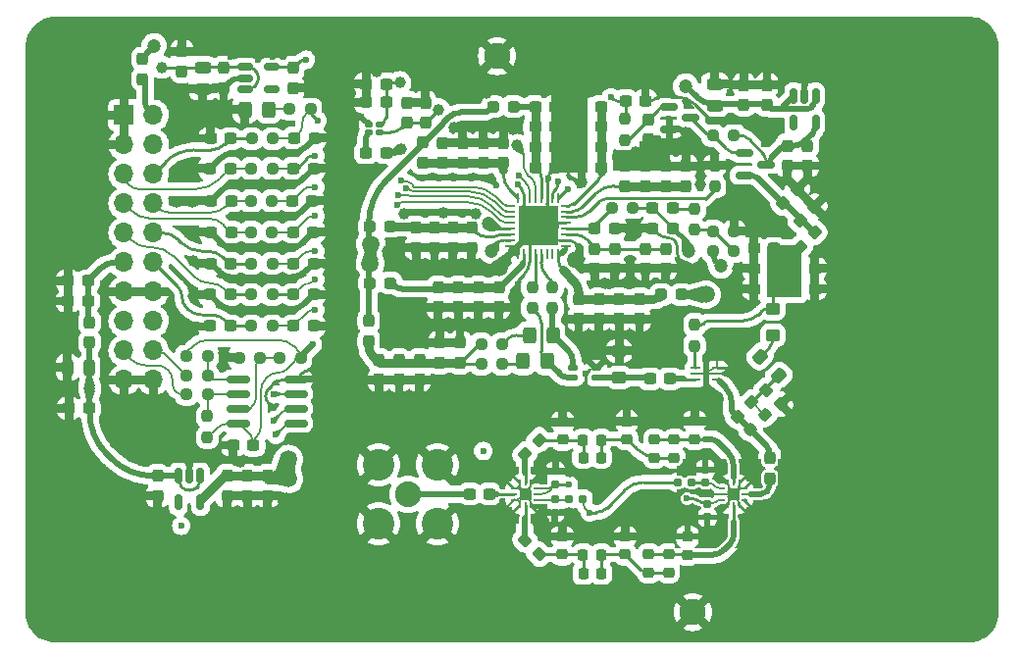
<source format=gbr>
%TF.GenerationSoftware,KiCad,Pcbnew,8.0.8-8.0.8-0~ubuntu22.04.1*%
%TF.CreationDate,2025-02-19T20:52:00+01:00*%
%TF.ProjectId,LO_synth_ADF4351_module,4c4f5f73-796e-4746-985f-414446343335,rev?*%
%TF.SameCoordinates,Original*%
%TF.FileFunction,Copper,L1,Top*%
%TF.FilePolarity,Positive*%
%FSLAX46Y46*%
G04 Gerber Fmt 4.6, Leading zero omitted, Abs format (unit mm)*
G04 Created by KiCad (PCBNEW 8.0.8-8.0.8-0~ubuntu22.04.1) date 2025-02-19 20:52:00*
%MOMM*%
%LPD*%
G01*
G04 APERTURE LIST*
G04 Aperture macros list*
%AMRoundRect*
0 Rectangle with rounded corners*
0 $1 Rounding radius*
0 $2 $3 $4 $5 $6 $7 $8 $9 X,Y pos of 4 corners*
0 Add a 4 corners polygon primitive as box body*
4,1,4,$2,$3,$4,$5,$6,$7,$8,$9,$2,$3,0*
0 Add four circle primitives for the rounded corners*
1,1,$1+$1,$2,$3*
1,1,$1+$1,$4,$5*
1,1,$1+$1,$6,$7*
1,1,$1+$1,$8,$9*
0 Add four rect primitives between the rounded corners*
20,1,$1+$1,$2,$3,$4,$5,0*
20,1,$1+$1,$4,$5,$6,$7,0*
20,1,$1+$1,$6,$7,$8,$9,0*
20,1,$1+$1,$8,$9,$2,$3,0*%
%AMOutline5P*
0 Free polygon, 5 corners , with rotation*
0 The origin of the aperture is its center*
0 number of corners: always 5*
0 $1 to $10 corner X, Y*
0 $11 Rotation angle, in degrees counterclockwise*
0 create outline with 5 corners*
4,1,5,$1,$2,$3,$4,$5,$6,$7,$8,$9,$10,$1,$2,$11*%
%AMOutline6P*
0 Free polygon, 6 corners , with rotation*
0 The origin of the aperture is its center*
0 number of corners: always 6*
0 $1 to $12 corner X, Y*
0 $13 Rotation angle, in degrees counterclockwise*
0 create outline with 6 corners*
4,1,6,$1,$2,$3,$4,$5,$6,$7,$8,$9,$10,$11,$12,$1,$2,$13*%
%AMOutline7P*
0 Free polygon, 7 corners , with rotation*
0 The origin of the aperture is its center*
0 number of corners: always 7*
0 $1 to $14 corner X, Y*
0 $15 Rotation angle, in degrees counterclockwise*
0 create outline with 7 corners*
4,1,7,$1,$2,$3,$4,$5,$6,$7,$8,$9,$10,$11,$12,$13,$14,$1,$2,$15*%
%AMOutline8P*
0 Free polygon, 8 corners , with rotation*
0 The origin of the aperture is its center*
0 number of corners: always 8*
0 $1 to $16 corner X, Y*
0 $17 Rotation angle, in degrees counterclockwise*
0 create outline with 8 corners*
4,1,8,$1,$2,$3,$4,$5,$6,$7,$8,$9,$10,$11,$12,$13,$14,$15,$16,$1,$2,$17*%
G04 Aperture macros list end*
%TA.AperFunction,SMDPad,CuDef*%
%ADD10RoundRect,0.237500X0.237500X-0.300000X0.237500X0.300000X-0.237500X0.300000X-0.237500X-0.300000X0*%
%TD*%
%TA.AperFunction,SMDPad,CuDef*%
%ADD11RoundRect,0.237500X-0.250000X-0.237500X0.250000X-0.237500X0.250000X0.237500X-0.250000X0.237500X0*%
%TD*%
%TA.AperFunction,SMDPad,CuDef*%
%ADD12RoundRect,0.237500X0.300000X0.237500X-0.300000X0.237500X-0.300000X-0.237500X0.300000X-0.237500X0*%
%TD*%
%TA.AperFunction,SMDPad,CuDef*%
%ADD13RoundRect,0.237500X-0.300000X-0.237500X0.300000X-0.237500X0.300000X0.237500X-0.300000X0.237500X0*%
%TD*%
%TA.AperFunction,SMDPad,CuDef*%
%ADD14RoundRect,0.155000X-0.155000X0.212500X-0.155000X-0.212500X0.155000X-0.212500X0.155000X0.212500X0*%
%TD*%
%TA.AperFunction,SMDPad,CuDef*%
%ADD15RoundRect,0.237500X-0.237500X0.300000X-0.237500X-0.300000X0.237500X-0.300000X0.237500X0.300000X0*%
%TD*%
%TA.AperFunction,SMDPad,CuDef*%
%ADD16RoundRect,0.225000X-0.250000X0.225000X-0.250000X-0.225000X0.250000X-0.225000X0.250000X0.225000X0*%
%TD*%
%TA.AperFunction,SMDPad,CuDef*%
%ADD17RoundRect,0.250000X-0.350000X0.275000X-0.350000X-0.275000X0.350000X-0.275000X0.350000X0.275000X0*%
%TD*%
%TA.AperFunction,SMDPad,CuDef*%
%ADD18RoundRect,0.237500X0.044194X0.380070X-0.380070X-0.044194X-0.044194X-0.380070X0.380070X0.044194X0*%
%TD*%
%TA.AperFunction,SMDPad,CuDef*%
%ADD19RoundRect,0.250000X-0.325000X-0.450000X0.325000X-0.450000X0.325000X0.450000X-0.325000X0.450000X0*%
%TD*%
%TA.AperFunction,SMDPad,CuDef*%
%ADD20RoundRect,0.237500X0.237500X-0.250000X0.237500X0.250000X-0.237500X0.250000X-0.237500X-0.250000X0*%
%TD*%
%TA.AperFunction,SMDPad,CuDef*%
%ADD21RoundRect,0.237500X-0.237500X0.287500X-0.237500X-0.287500X0.237500X-0.287500X0.237500X0.287500X0*%
%TD*%
%TA.AperFunction,SMDPad,CuDef*%
%ADD22RoundRect,0.150000X-0.587500X-0.150000X0.587500X-0.150000X0.587500X0.150000X-0.587500X0.150000X0*%
%TD*%
%TA.AperFunction,SMDPad,CuDef*%
%ADD23RoundRect,0.237500X0.250000X0.237500X-0.250000X0.237500X-0.250000X-0.237500X0.250000X-0.237500X0*%
%TD*%
%TA.AperFunction,SMDPad,CuDef*%
%ADD24RoundRect,0.237500X-0.237500X0.250000X-0.237500X-0.250000X0.237500X-0.250000X0.237500X0.250000X0*%
%TD*%
%TA.AperFunction,SMDPad,CuDef*%
%ADD25RoundRect,0.225000X0.250000X-0.225000X0.250000X0.225000X-0.250000X0.225000X-0.250000X-0.225000X0*%
%TD*%
%TA.AperFunction,SMDPad,CuDef*%
%ADD26RoundRect,0.218750X-0.256250X0.218750X-0.256250X-0.218750X0.256250X-0.218750X0.256250X0.218750X0*%
%TD*%
%TA.AperFunction,SMDPad,CuDef*%
%ADD27RoundRect,0.250000X0.350000X-0.275000X0.350000X0.275000X-0.350000X0.275000X-0.350000X-0.275000X0*%
%TD*%
%TA.AperFunction,SMDPad,CuDef*%
%ADD28RoundRect,0.125000X0.325000X0.125000X-0.325000X0.125000X-0.325000X-0.125000X0.325000X-0.125000X0*%
%TD*%
%TA.AperFunction,SMDPad,CuDef*%
%ADD29RoundRect,0.218750X0.218750X0.256250X-0.218750X0.256250X-0.218750X-0.256250X0.218750X-0.256250X0*%
%TD*%
%TA.AperFunction,SMDPad,CuDef*%
%ADD30RoundRect,0.243750X-0.243750X-0.456250X0.243750X-0.456250X0.243750X0.456250X-0.243750X0.456250X0*%
%TD*%
%TA.AperFunction,SMDPad,CuDef*%
%ADD31RoundRect,0.237500X0.008839X0.344715X-0.344715X-0.008839X-0.008839X-0.344715X0.344715X0.008839X0*%
%TD*%
%TA.AperFunction,SMDPad,CuDef*%
%ADD32RoundRect,0.237500X-0.035355X-0.371231X0.371231X0.035355X0.035355X0.371231X-0.371231X-0.035355X0*%
%TD*%
%TA.AperFunction,SMDPad,CuDef*%
%ADD33RoundRect,0.150000X-0.512500X-0.150000X0.512500X-0.150000X0.512500X0.150000X-0.512500X0.150000X0*%
%TD*%
%TA.AperFunction,SMDPad,CuDef*%
%ADD34RoundRect,0.155000X0.155000X-0.212500X0.155000X0.212500X-0.155000X0.212500X-0.155000X-0.212500X0*%
%TD*%
%TA.AperFunction,SMDPad,CuDef*%
%ADD35RoundRect,0.237500X-0.287500X-0.237500X0.287500X-0.237500X0.287500X0.237500X-0.287500X0.237500X0*%
%TD*%
%TA.AperFunction,SMDPad,CuDef*%
%ADD36RoundRect,0.062500X-0.375000X-0.062500X0.375000X-0.062500X0.375000X0.062500X-0.375000X0.062500X0*%
%TD*%
%TA.AperFunction,HeatsinkPad*%
%ADD37R,0.600000X1.370000*%
%TD*%
%TA.AperFunction,SMDPad,CuDef*%
%ADD38RoundRect,0.225000X-0.225000X-0.250000X0.225000X-0.250000X0.225000X0.250000X-0.225000X0.250000X0*%
%TD*%
%TA.AperFunction,SMDPad,CuDef*%
%ADD39RoundRect,0.237500X0.380070X-0.044194X-0.044194X0.380070X-0.380070X0.044194X0.044194X-0.380070X0*%
%TD*%
%TA.AperFunction,SMDPad,CuDef*%
%ADD40RoundRect,0.160000X-0.197500X-0.160000X0.197500X-0.160000X0.197500X0.160000X-0.197500X0.160000X0*%
%TD*%
%TA.AperFunction,ComponentPad*%
%ADD41C,2.286000*%
%TD*%
%TA.AperFunction,SMDPad,CuDef*%
%ADD42RoundRect,0.160000X0.197500X0.160000X-0.197500X0.160000X-0.197500X-0.160000X0.197500X-0.160000X0*%
%TD*%
%TA.AperFunction,SMDPad,CuDef*%
%ADD43RoundRect,0.062500X-0.062500X-0.175000X0.062500X-0.175000X0.062500X0.175000X-0.062500X0.175000X0*%
%TD*%
%TA.AperFunction,SMDPad,CuDef*%
%ADD44RoundRect,0.062500X-0.175000X0.062500X-0.175000X-0.062500X0.175000X-0.062500X0.175000X0.062500X0*%
%TD*%
%TA.AperFunction,SMDPad,CuDef*%
%ADD45Outline5P,-0.500000X0.300000X-0.300000X0.500000X0.500000X0.500000X0.500000X-0.500000X-0.500000X-0.500000X270.000000*%
%TD*%
%TA.AperFunction,SMDPad,CuDef*%
%ADD46RoundRect,0.150000X-0.150000X0.512500X-0.150000X-0.512500X0.150000X-0.512500X0.150000X0.512500X0*%
%TD*%
%TA.AperFunction,SMDPad,CuDef*%
%ADD47RoundRect,0.062500X0.062500X0.175000X-0.062500X0.175000X-0.062500X-0.175000X0.062500X-0.175000X0*%
%TD*%
%TA.AperFunction,SMDPad,CuDef*%
%ADD48RoundRect,0.062500X0.175000X-0.062500X0.175000X0.062500X-0.175000X0.062500X-0.175000X-0.062500X0*%
%TD*%
%TA.AperFunction,SMDPad,CuDef*%
%ADD49Outline5P,-0.500000X0.300000X-0.300000X0.500000X0.500000X0.500000X0.500000X-0.500000X-0.500000X-0.500000X90.000000*%
%TD*%
%TA.AperFunction,SMDPad,CuDef*%
%ADD50RoundRect,0.237500X0.287500X0.237500X-0.287500X0.237500X-0.287500X-0.237500X0.287500X-0.237500X0*%
%TD*%
%TA.AperFunction,SMDPad,CuDef*%
%ADD51RoundRect,0.250000X0.441942X0.053033X0.053033X0.441942X-0.441942X-0.053033X-0.053033X-0.441942X0*%
%TD*%
%TA.AperFunction,SMDPad,CuDef*%
%ADD52RoundRect,0.237500X0.237500X-0.287500X0.237500X0.287500X-0.237500X0.287500X-0.237500X-0.287500X0*%
%TD*%
%TA.AperFunction,SMDPad,CuDef*%
%ADD53RoundRect,0.243750X0.456250X-0.243750X0.456250X0.243750X-0.456250X0.243750X-0.456250X-0.243750X0*%
%TD*%
%TA.AperFunction,SMDPad,CuDef*%
%ADD54RoundRect,0.125000X0.175000X0.125000X-0.175000X0.125000X-0.175000X-0.125000X0.175000X-0.125000X0*%
%TD*%
%TA.AperFunction,SMDPad,CuDef*%
%ADD55RoundRect,0.062500X-0.350000X-0.062500X0.350000X-0.062500X0.350000X0.062500X-0.350000X0.062500X0*%
%TD*%
%TA.AperFunction,SMDPad,CuDef*%
%ADD56RoundRect,0.062500X-0.062500X-0.350000X0.062500X-0.350000X0.062500X0.350000X-0.062500X0.350000X0*%
%TD*%
%TA.AperFunction,HeatsinkPad*%
%ADD57C,0.600000*%
%TD*%
%TA.AperFunction,HeatsinkPad*%
%ADD58R,3.500000X3.500000*%
%TD*%
%TA.AperFunction,SMDPad,CuDef*%
%ADD59RoundRect,0.150000X0.825000X0.150000X-0.825000X0.150000X-0.825000X-0.150000X0.825000X-0.150000X0*%
%TD*%
%TA.AperFunction,SMDPad,CuDef*%
%ADD60RoundRect,0.243750X-0.456250X0.243750X-0.456250X-0.243750X0.456250X-0.243750X0.456250X0.243750X0*%
%TD*%
%TA.AperFunction,ComponentPad*%
%ADD61R,1.700000X1.700000*%
%TD*%
%TA.AperFunction,ComponentPad*%
%ADD62O,1.700000X1.700000*%
%TD*%
%TA.AperFunction,ComponentPad*%
%ADD63C,2.240000*%
%TD*%
%TA.AperFunction,ComponentPad*%
%ADD64C,2.740000*%
%TD*%
%TA.AperFunction,ViaPad*%
%ADD65C,0.700000*%
%TD*%
%TA.AperFunction,ViaPad*%
%ADD66C,1.000000*%
%TD*%
%TA.AperFunction,ViaPad*%
%ADD67C,1.500000*%
%TD*%
%TA.AperFunction,ViaPad*%
%ADD68C,0.800000*%
%TD*%
%TA.AperFunction,ViaPad*%
%ADD69C,0.600000*%
%TD*%
%TA.AperFunction,ViaPad*%
%ADD70C,5.000000*%
%TD*%
%TA.AperFunction,ViaPad*%
%ADD71C,1.200000*%
%TD*%
%TA.AperFunction,Conductor*%
%ADD72C,0.508000*%
%TD*%
%TA.AperFunction,Conductor*%
%ADD73C,0.200000*%
%TD*%
%TA.AperFunction,Conductor*%
%ADD74C,0.254000*%
%TD*%
%TA.AperFunction,Conductor*%
%ADD75C,0.520000*%
%TD*%
%TA.AperFunction,Conductor*%
%ADD76C,0.507000*%
%TD*%
%TA.AperFunction,Conductor*%
%ADD77C,0.762000*%
%TD*%
%TA.AperFunction,Conductor*%
%ADD78C,0.381000*%
%TD*%
G04 APERTURE END LIST*
D10*
%TO.P,C39,1*%
%TO.N,GND*%
X98800000Y-54462500D03*
%TO.P,C39,2*%
%TO.N,Net-(U2-V_{p})*%
X98800000Y-52737500D03*
%TD*%
%TO.P,C26,1*%
%TO.N,GND*%
X99100000Y-59600000D03*
%TO.P,C26,2*%
%TO.N,Net-(U2-AV_{DD})*%
X99100000Y-57875000D03*
%TD*%
%TO.P,C14,1*%
%TO.N,GND*%
X82650000Y-75862500D03*
%TO.P,C14,2*%
%TO.N,3V3_ADF*%
X82650000Y-74137500D03*
%TD*%
D11*
%TO.P,R18,1*%
%TO.N,Net-(R14-Pad2)*%
X122837500Y-53000000D03*
%TO.P,R18,2*%
%TO.N,GND*%
X124662500Y-53000000D03*
%TD*%
D12*
%TO.P,C98,1*%
%TO.N,GND*%
X131612500Y-58000000D03*
%TO.P,C98,2*%
%TO.N,Net-(C100-Pad2)*%
X129887500Y-58000000D03*
%TD*%
D13*
%TO.P,C58,1*%
%TO.N,GND*%
X111500000Y-45750000D03*
%TO.P,C58,2*%
%TO.N,Net-(U2-V_{REF})*%
X113225000Y-45750000D03*
%TD*%
D11*
%TO.P,R21,1*%
%TO.N,Net-(C60-Pad2)*%
X102837500Y-64500000D03*
%TO.P,R21,2*%
%TO.N,Net-(L5-Pad1)*%
X104662500Y-64500000D03*
%TD*%
D14*
%TO.P,C85,1*%
%TO.N,GND*%
X109250000Y-73732500D03*
%TO.P,C85,2*%
%TO.N,/3V3_LS*%
X109250000Y-74867500D03*
%TD*%
D15*
%TO.P,C105,1*%
%TO.N,GND*%
X98000000Y-41937500D03*
%TO.P,C105,2*%
%TO.N,Net-(U8-VDD)*%
X98000000Y-43662500D03*
%TD*%
D16*
%TO.P,C69,1*%
%TO.N,GND*%
X121250000Y-69400000D03*
%TO.P,C69,2*%
%TO.N,Net-(U101-RF1)*%
X121250000Y-70950000D03*
%TD*%
D15*
%TO.P,C83,1*%
%TO.N,GND*%
X125500000Y-40387500D03*
%TO.P,C83,2*%
%TO.N,/5V6*%
X125500000Y-42112500D03*
%TD*%
D14*
%TO.P,C52,1*%
%TO.N,GND*%
X122200000Y-73582500D03*
%TO.P,C52,2*%
%TO.N,Net-(U101-Vctl)*%
X122200000Y-74717500D03*
%TD*%
D13*
%TO.P,C61,1*%
%TO.N,GND*%
X111500000Y-44000000D03*
%TO.P,C61,2*%
%TO.N,Net-(U2-V_{REF})*%
X113225000Y-44000000D03*
%TD*%
D10*
%TO.P,C46,1*%
%TO.N,GND*%
X97200000Y-54462500D03*
%TO.P,C46,2*%
%TO.N,Net-(U2-V_{p})*%
X97200000Y-52737500D03*
%TD*%
D15*
%TO.P,C60,1*%
%TO.N,GND*%
X101000000Y-62637500D03*
%TO.P,C60,2*%
%TO.N,Net-(C60-Pad2)*%
X101000000Y-64362500D03*
%TD*%
D17*
%TO.P,L7,1*%
%TO.N,GND*%
X114750000Y-63350000D03*
%TO.P,L7,2*%
%TO.N,Net-(C86-Pad1)*%
X114750000Y-65650000D03*
%TD*%
D18*
%TO.P,C95,1*%
%TO.N,GND*%
X130109880Y-49390120D03*
%TO.P,C95,2*%
%TO.N,Net-(Q3-S)*%
X128890120Y-50609880D03*
%TD*%
D19*
%TO.P,D1,1,K*%
%TO.N,GND*%
X82450000Y-42500000D03*
%TO.P,D1,2,A*%
%TO.N,Net-(D1-A)*%
X84500000Y-42500000D03*
%TD*%
D20*
%TO.P,R32,1*%
%TO.N,3V3_ADF*%
X79200000Y-70812500D03*
%TO.P,R32,2*%
%TO.N,Net-(U7-SCL)*%
X79200000Y-68987500D03*
%TD*%
D21*
%TO.P,FB7,1*%
%TO.N,3V3_ADF*%
X97750000Y-45375000D03*
%TO.P,FB7,2*%
%TO.N,Net-(U2-SDV_{DD})*%
X97750000Y-47125000D03*
%TD*%
D22*
%TO.P,Q2,1,B*%
%TO.N,Net-(Q2-B)*%
X119062500Y-42300000D03*
%TO.P,Q2,2,E*%
%TO.N,GND*%
X119062500Y-44200000D03*
%TO.P,Q2,3,C*%
%TO.N,Net-(Q2-C)*%
X120937500Y-43250000D03*
%TD*%
D23*
%TO.P,R17,1*%
%TO.N,Net-(U2-CP_{OUT})*%
X115912500Y-51000000D03*
%TO.P,R17,2*%
%TO.N,Net-(U2-V_{TUNE})*%
X114087500Y-51000000D03*
%TD*%
D24*
%TO.P,R19,1*%
%TO.N,Net-(U2-RF_{OUT}A+)*%
X107250000Y-57837500D03*
%TO.P,R19,2*%
%TO.N,Net-(L5-Pad2)*%
X107250000Y-59662500D03*
%TD*%
D25*
%TO.P,C71,1*%
%TO.N,Net-(C71-Pad1)*%
X119000000Y-82475000D03*
%TO.P,C71,2*%
%TO.N,Net-(U101-RF2)*%
X119000000Y-80925000D03*
%TD*%
D11*
%TO.P,R6,1*%
%TO.N,CE*%
X82975000Y-58500000D03*
%TO.P,R6,2*%
%TO.N,Net-(U2-CE)*%
X84800000Y-58500000D03*
%TD*%
D16*
%TO.P,C75,1*%
%TO.N,GND*%
X115400000Y-69425000D03*
%TO.P,C75,2*%
%TO.N,Net-(C72-Pad1)*%
X115400000Y-70975000D03*
%TD*%
D10*
%TO.P,C24,1*%
%TO.N,GND*%
X111250000Y-60612500D03*
%TO.P,C24,2*%
%TO.N,Net-(C24-Pad2)*%
X111250000Y-58887500D03*
%TD*%
D24*
%TO.P,R24,1*%
%TO.N,Net-(C100-Pad2)*%
X121250000Y-61087500D03*
%TO.P,R24,2*%
%TO.N,Net-(U6-EN)*%
X121250000Y-62912500D03*
%TD*%
D20*
%TO.P,R12,1*%
%TO.N,Net-(U2-R_{SET})*%
X123000000Y-49162500D03*
%TO.P,R12,2*%
%TO.N,GND*%
X123000000Y-47337500D03*
%TD*%
D15*
%TO.P,C82,1*%
%TO.N,GND*%
X127500000Y-40387500D03*
%TO.P,C82,2*%
%TO.N,/5V6*%
X127500000Y-42112500D03*
%TD*%
D26*
%TO.P,L1,1*%
%TO.N,Net-(U101-RF2)*%
X117300000Y-80912500D03*
%TO.P,L1,2*%
%TO.N,Net-(C71-Pad1)*%
X117300000Y-82487500D03*
%TD*%
D10*
%TO.P,C91,1*%
%TO.N,GND*%
X131000000Y-47362500D03*
%TO.P,C91,2*%
%TO.N,Net-(Q3-D)*%
X131000000Y-45637500D03*
%TD*%
D27*
%TO.P,L8,1*%
%TO.N,Net-(L8-Pad1)*%
X128000000Y-62000000D03*
%TO.P,L8,2*%
%TO.N,Net-(C100-Pad2)*%
X128000000Y-59700000D03*
%TD*%
D10*
%TO.P,C59,1*%
%TO.N,GND*%
X117000000Y-56250000D03*
%TO.P,C59,2*%
%TO.N,Net-(U2-TEMP)*%
X117000000Y-54525000D03*
%TD*%
D12*
%TO.P,C33,1*%
%TO.N,GND*%
X109225000Y-45750000D03*
%TO.P,C33,2*%
%TO.N,Net-(U2-DV_{DD})*%
X107500000Y-45750000D03*
%TD*%
D13*
%TO.P,C6,1*%
%TO.N,GND*%
X79475000Y-45037500D03*
%TO.P,C6,2*%
%TO.N,LD*%
X81200000Y-45037500D03*
%TD*%
%TO.P,C111,1*%
%TO.N,GND*%
X92887500Y-40300000D03*
%TO.P,C111,2*%
%TO.N,V_VCTCXO*%
X94612500Y-40300000D03*
%TD*%
D12*
%TO.P,C48,1*%
%TO.N,GND*%
X109225000Y-42250000D03*
%TO.P,C48,2*%
%TO.N,Net-(U2-DV_{DD})*%
X107500000Y-42250000D03*
%TD*%
%TO.P,C103,1*%
%TO.N,Net-(U102-RFC)*%
X103562500Y-75700000D03*
%TO.P,C103,2*%
%TO.N,Net-(J2-In)*%
X101837500Y-75700000D03*
%TD*%
D10*
%TO.P,C56,1*%
%TO.N,GND*%
X118750000Y-56250000D03*
%TO.P,C56,2*%
%TO.N,Net-(U2-TEMP)*%
X118750000Y-54525000D03*
%TD*%
D28*
%TO.P,TR1,1*%
%TO.N,Net-(C86-Pad1)*%
X112750000Y-65650000D03*
%TO.P,TR1,2,GND*%
%TO.N,GND*%
X112750000Y-64850000D03*
%TO.P,TR1,3*%
%TO.N,Net-(L6-Pad2)*%
X110750000Y-64850000D03*
%TO.P,TR1,4*%
%TO.N,Net-(L5-Pad2)*%
X110750000Y-65650000D03*
%TD*%
D13*
%TO.P,C3,1*%
%TO.N,GND*%
X79437500Y-47600000D03*
%TO.P,C3,2*%
%TO.N,Mute_RF*%
X81162500Y-47600000D03*
%TD*%
%TO.P,C57,1*%
%TO.N,GND*%
X117637500Y-52750000D03*
%TO.P,C57,2*%
%TO.N,Net-(U2-CP_{OUT})*%
X119362500Y-52750000D03*
%TD*%
D12*
%TO.P,C15,1*%
%TO.N,GND*%
X88362500Y-61200000D03*
%TO.P,C15,2*%
%TO.N,Net-(U2-MUXOUT)*%
X86637500Y-61200000D03*
%TD*%
D29*
%TO.P,L4,1*%
%TO.N,Net-(C72-Pad1)*%
X113187500Y-71050000D03*
%TO.P,L4,2*%
%TO.N,Net-(C119-Pad1)*%
X111612500Y-71050000D03*
%TD*%
D13*
%TO.P,C55,1*%
%TO.N,GND*%
X111500000Y-47500000D03*
%TO.P,C55,2*%
%TO.N,Net-(U2-V_{REF})*%
X113225000Y-47500000D03*
%TD*%
D25*
%TO.P,C72,1*%
%TO.N,Net-(C72-Pad1)*%
X117800000Y-72575000D03*
%TO.P,C72,2*%
%TO.N,Net-(U101-RF1)*%
X117800000Y-71025000D03*
%TD*%
D30*
%TO.P,C1,1*%
%TO.N,GND*%
X67100000Y-64800000D03*
%TO.P,C1,2*%
%TO.N,/3V8*%
X68975000Y-64800000D03*
%TD*%
D31*
%TO.P,R105,1*%
%TO.N,Net-(C121-Pad2)*%
X127345235Y-68854765D03*
%TO.P,R105,2*%
%TO.N,Net-(U6-OUT)*%
X126054765Y-70145235D03*
%TD*%
D11*
%TO.P,R2,1*%
%TO.N,LD*%
X83012500Y-45037500D03*
%TO.P,R2,2*%
%TO.N,Net-(U2-LD)*%
X84837500Y-45037500D03*
%TD*%
%TO.P,R22,1*%
%TO.N,Net-(C60-Pad2)*%
X102837500Y-62750000D03*
%TO.P,R22,2*%
%TO.N,Net-(L6-Pad1)*%
X104662500Y-62750000D03*
%TD*%
D32*
%TO.P,FB11,1*%
%TO.N,Net-(C100-Pad2)*%
X130381282Y-54368718D03*
%TO.P,FB11,2*%
%TO.N,Net-(Q3-S)*%
X131618718Y-53131282D03*
%TD*%
D33*
%TO.P,U9,1,VIN*%
%TO.N,/3V8*%
X82462500Y-38850000D03*
%TO.P,U9,2,GND*%
%TO.N,GND*%
X82462500Y-39800000D03*
%TO.P,U9,3,EN*%
%TO.N,/3V8*%
X82462500Y-40750000D03*
%TO.P,U9,4,NC*%
%TO.N,unconnected-(U9-NC-Pad4)*%
X84737500Y-40750000D03*
%TO.P,U9,5,VOUT*%
%TO.N,3V3_VCTCXO*%
X84737500Y-38850000D03*
%TD*%
D12*
%TO.P,C21,1*%
%TO.N,GND*%
X88337500Y-53100000D03*
%TO.P,C21,2*%
%TO.N,Net-(U2-DATA)*%
X86612500Y-53100000D03*
%TD*%
D15*
%TO.P,C28,1*%
%TO.N,GND*%
X104750000Y-45387500D03*
%TO.P,C28,2*%
%TO.N,Net-(U2-SDV_{DD})*%
X104750000Y-47112500D03*
%TD*%
%TO.P,C76,1*%
%TO.N,GND*%
X99260000Y-62637500D03*
%TO.P,C76,2*%
%TO.N,Net-(C60-Pad2)*%
X99260000Y-64362500D03*
%TD*%
D10*
%TO.P,C30,1*%
%TO.N,GND*%
X113000000Y-60612500D03*
%TO.P,C30,2*%
%TO.N,Net-(C24-Pad2)*%
X113000000Y-58887500D03*
%TD*%
D18*
%TO.P,C97,1*%
%TO.N,GND*%
X131609880Y-50890120D03*
%TO.P,C97,2*%
%TO.N,Net-(Q3-S)*%
X130390120Y-52109880D03*
%TD*%
D12*
%TO.P,C64,1*%
%TO.N,Net-(C64-Pad1)*%
X119362500Y-51000000D03*
%TO.P,C64,2*%
%TO.N,Net-(U2-CP_{OUT})*%
X117637500Y-51000000D03*
%TD*%
D15*
%TO.P,C29,1*%
%TO.N,GND*%
X120500000Y-47387500D03*
%TO.P,C29,2*%
%TO.N,Net-(U2-V_{COM})*%
X120500000Y-49112500D03*
%TD*%
D10*
%TO.P,C47,1*%
%TO.N,GND*%
X104350000Y-59600000D03*
%TO.P,C47,2*%
%TO.N,Net-(U2-AV_{DD})*%
X104350000Y-57875000D03*
%TD*%
D13*
%TO.P,C66,1*%
%TO.N,GND*%
X111500000Y-42250000D03*
%TO.P,C66,2*%
%TO.N,Net-(U2-V_{REF})*%
X113225000Y-42250000D03*
%TD*%
D11*
%TO.P,R14,1*%
%TO.N,Net-(U2-SW)*%
X122837500Y-54750000D03*
%TO.P,R14,2*%
%TO.N,Net-(R14-Pad2)*%
X124662500Y-54750000D03*
%TD*%
D13*
%TO.P,C102,1*%
%TO.N,GND*%
X126387500Y-54500000D03*
%TO.P,C102,2*%
%TO.N,Net-(C100-Pad2)*%
X128112500Y-54500000D03*
%TD*%
D34*
%TO.P,C118,1*%
%TO.N,GND*%
X109200000Y-77317500D03*
%TO.P,C118,2*%
%TO.N,Net-(U102-Vctl)*%
X109200000Y-76182500D03*
%TD*%
D23*
%TO.P,R37,1*%
%TO.N,Net-(U7-WP)*%
X83762500Y-63950000D03*
%TO.P,R37,2*%
%TO.N,GND*%
X81937500Y-63950000D03*
%TD*%
D35*
%TO.P,FB4,1*%
%TO.N,3V3_ADF*%
X93250000Y-52600000D03*
%TO.P,FB4,2*%
%TO.N,Net-(U2-V_{p})*%
X95000000Y-52600000D03*
%TD*%
D10*
%TO.P,C40,1*%
%TO.N,GND*%
X102600000Y-59600000D03*
%TO.P,C40,2*%
%TO.N,Net-(U2-AV_{DD})*%
X102600000Y-57875000D03*
%TD*%
D12*
%TO.P,C27,1*%
%TO.N,GND*%
X109225000Y-47500000D03*
%TO.P,C27,2*%
%TO.N,Net-(U2-DV_{DD})*%
X107500000Y-47500000D03*
%TD*%
D13*
%TO.P,C7,1*%
%TO.N,GND*%
X79425000Y-58500000D03*
%TO.P,C7,2*%
%TO.N,CE*%
X81150000Y-58500000D03*
%TD*%
D15*
%TO.P,C106,1*%
%TO.N,GND*%
X77000000Y-37475000D03*
%TO.P,C106,2*%
%TO.N,/3V8*%
X77000000Y-39200000D03*
%TD*%
D21*
%TO.P,FB2,1*%
%TO.N,3V3_ADF*%
X93125000Y-60750000D03*
%TO.P,FB2,2*%
%TO.N,Net-(C60-Pad2)*%
X93125000Y-62500000D03*
%TD*%
D10*
%TO.P,C93,1*%
%TO.N,GND*%
X129250000Y-47362500D03*
%TO.P,C93,2*%
%TO.N,Net-(Q3-D)*%
X129250000Y-45637500D03*
%TD*%
D24*
%TO.P,R15,1*%
%TO.N,Net-(C64-Pad1)*%
X121250000Y-51087500D03*
%TO.P,R15,2*%
%TO.N,Net-(R14-Pad2)*%
X121250000Y-52912500D03*
%TD*%
D15*
%TO.P,C49,1*%
%TO.N,GND*%
X99500000Y-45387500D03*
%TO.P,C49,2*%
%TO.N,Net-(U2-SDV_{DD})*%
X99500000Y-47112500D03*
%TD*%
D24*
%TO.P,R20,1*%
%TO.N,Net-(U2-RF_{OUT}A-)*%
X109000000Y-57837500D03*
%TO.P,R20,2*%
%TO.N,Net-(L6-Pad2)*%
X109000000Y-59662500D03*
%TD*%
D13*
%TO.P,C92,1*%
%TO.N,GND*%
X92887500Y-41900000D03*
%TO.P,C92,2*%
%TO.N,V_VCTCXO*%
X94612500Y-41900000D03*
%TD*%
%TO.P,C100,1*%
%TO.N,GND*%
X126387500Y-56250000D03*
%TO.P,C100,2*%
%TO.N,Net-(C100-Pad2)*%
X128112500Y-56250000D03*
%TD*%
D16*
%TO.P,C74,1*%
%TO.N,GND*%
X115250000Y-79375000D03*
%TO.P,C74,2*%
%TO.N,Net-(C71-Pad1)*%
X115250000Y-80925000D03*
%TD*%
D10*
%TO.P,C73,1*%
%TO.N,GND*%
X94000000Y-65862500D03*
%TO.P,C73,2*%
%TO.N,Net-(C60-Pad2)*%
X94000000Y-64137500D03*
%TD*%
D13*
%TO.P,C11,1*%
%TO.N,GND*%
X79512500Y-53100000D03*
%TO.P,C11,2*%
%TO.N,DATA*%
X81237500Y-53100000D03*
%TD*%
%TO.P,C8,1*%
%TO.N,GND*%
X67237500Y-68300000D03*
%TO.P,C8,2*%
%TO.N,/3V8*%
X68962500Y-68300000D03*
%TD*%
D11*
%TO.P,R5,1*%
%TO.N,LE*%
X82975000Y-55800000D03*
%TO.P,R5,2*%
%TO.N,Net-(U2-LE)*%
X84800000Y-55800000D03*
%TD*%
D12*
%TO.P,C84,1*%
%TO.N,GND*%
X117000000Y-41750000D03*
%TO.P,C84,2*%
%TO.N,LO_Buff_EN*%
X115275000Y-41750000D03*
%TD*%
D15*
%TO.P,C43,1*%
%TO.N,GND*%
X117000000Y-47387500D03*
%TO.P,C43,2*%
%TO.N,Net-(U2-V_{COM})*%
X117000000Y-49112500D03*
%TD*%
D10*
%TO.P,C18,1*%
%TO.N,GND*%
X84400000Y-75862500D03*
%TO.P,C18,2*%
%TO.N,3V3_ADF*%
X84400000Y-74137500D03*
%TD*%
D16*
%TO.P,C68,1*%
%TO.N,GND*%
X120637500Y-79400000D03*
%TO.P,C68,2*%
%TO.N,Net-(U101-RF2)*%
X120637500Y-80950000D03*
%TD*%
D13*
%TO.P,C10,1*%
%TO.N,GND*%
X79437500Y-61200000D03*
%TO.P,C10,2*%
%TO.N,MUX*%
X81162500Y-61200000D03*
%TD*%
D36*
%TO.P,U6,1,EN*%
%TO.N,Net-(U6-EN)*%
X121312500Y-64840000D03*
%TO.P,U6,2,GND*%
%TO.N,GND*%
X121312500Y-65340000D03*
%TO.P,U6,3,IN*%
%TO.N,Net-(U6-IN)*%
X121312500Y-65840000D03*
%TO.P,U6,4,OUT*%
%TO.N,Net-(U6-OUT)*%
X123187500Y-65840000D03*
%TO.P,U6,5,GND*%
%TO.N,GND*%
X123187500Y-65340000D03*
%TO.P,U6,6,GND*%
X123187500Y-64840000D03*
D37*
%TO.P,U6,7,GND*%
X122250000Y-65340000D03*
%TD*%
D13*
%TO.P,C5,1*%
%TO.N,GND*%
X67175000Y-59050000D03*
%TO.P,C5,2*%
%TO.N,Net-(J1-Pin_11)*%
X68900000Y-59050000D03*
%TD*%
D23*
%TO.P,R34,1*%
%TO.N,3V3_ADF*%
X87262500Y-63950000D03*
%TO.P,R34,2*%
%TO.N,Net-(U7-WP)*%
X85437500Y-63950000D03*
%TD*%
D38*
%TO.P,C78,1*%
%TO.N,Net-(C119-Pad1)*%
X111637500Y-72575000D03*
%TO.P,C78,2*%
%TO.N,Net-(C72-Pad1)*%
X113187500Y-72575000D03*
%TD*%
D23*
%TO.P,R16,1*%
%TO.N,Net-(U2-LD)*%
X88107500Y-42465000D03*
%TO.P,R16,2*%
%TO.N,Net-(D1-A)*%
X86282500Y-42465000D03*
%TD*%
D38*
%TO.P,C77,1*%
%TO.N,Net-(C120-Pad1)*%
X111650000Y-82575000D03*
%TO.P,C77,2*%
%TO.N,Net-(C71-Pad1)*%
X113200000Y-82575000D03*
%TD*%
D15*
%TO.P,C50,1*%
%TO.N,GND*%
X115250000Y-47387500D03*
%TO.P,C50,2*%
%TO.N,Net-(U2-V_{COM})*%
X115250000Y-49112500D03*
%TD*%
D24*
%TO.P,R23,1*%
%TO.N,LO_Buff_EN*%
X115250000Y-43337500D03*
%TO.P,R23,2*%
%TO.N,Net-(Q2-B)*%
X115250000Y-45162500D03*
%TD*%
D23*
%TO.P,R36,1*%
%TO.N,Net-(U7-SCL)*%
X79225000Y-67100000D03*
%TO.P,R36,2*%
%TO.N,I2C_SCL*%
X77400000Y-67100000D03*
%TD*%
D39*
%TO.P,C121,1*%
%TO.N,GND*%
X128659880Y-67959880D03*
%TO.P,C121,2*%
%TO.N,Net-(C121-Pad2)*%
X127440120Y-66740120D03*
%TD*%
D10*
%TO.P,C25,1*%
%TO.N,GND*%
X102000000Y-54462500D03*
%TO.P,C25,2*%
%TO.N,Net-(U2-V_{p})*%
X102000000Y-52737500D03*
%TD*%
D40*
%TO.P,R101,1*%
%TO.N,Net-(C36-Pad2)*%
X119805000Y-74700000D03*
%TO.P,R101,2*%
%TO.N,Net-(U101-Vctl)*%
X121000000Y-74700000D03*
%TD*%
D19*
%TO.P,L5,1*%
%TO.N,Net-(L5-Pad1)*%
X106450000Y-64250000D03*
%TO.P,L5,2*%
%TO.N,Net-(L5-Pad2)*%
X108500000Y-64250000D03*
%TD*%
D15*
%TO.P,C35,1*%
%TO.N,GND*%
X118750000Y-47387500D03*
%TO.P,C35,2*%
%TO.N,Net-(U2-V_{COM})*%
X118750000Y-49112500D03*
%TD*%
D10*
%TO.P,C65,1*%
%TO.N,GND*%
X95750000Y-65862500D03*
%TO.P,C65,2*%
%TO.N,Net-(C60-Pad2)*%
X95750000Y-64137500D03*
%TD*%
D39*
%TO.P,C120,1*%
%TO.N,Net-(C120-Pad1)*%
X107834880Y-80909880D03*
%TO.P,C120,2*%
%TO.N,Net-(U102-RF1)*%
X106615120Y-79690120D03*
%TD*%
D32*
%TO.P,L10,1*%
%TO.N,Net-(U6-OUT)*%
X124931282Y-69018718D03*
%TO.P,L10,2*%
%TO.N,Net-(C121-Pad2)*%
X126168718Y-67781282D03*
%TD*%
D41*
%TO.P,J3,1,Shield*%
%TO.N,GND*%
X104200000Y-37900000D03*
X121100000Y-85900000D03*
%TD*%
D13*
%TO.P,C96,1*%
%TO.N,GND*%
X126387500Y-58000000D03*
%TO.P,C96,2*%
%TO.N,Net-(C100-Pad2)*%
X128112500Y-58000000D03*
%TD*%
D11*
%TO.P,R1,1*%
%TO.N,MUX*%
X82987500Y-61200000D03*
%TO.P,R1,2*%
%TO.N,Net-(U2-MUXOUT)*%
X84812500Y-61200000D03*
%TD*%
D22*
%TO.P,Q3,1,G*%
%TO.N,Net-(Q2-C)*%
X125562500Y-46300000D03*
%TO.P,Q3,2,S*%
%TO.N,Net-(Q3-S)*%
X125562500Y-48200000D03*
%TO.P,Q3,3,D*%
%TO.N,Net-(Q3-D)*%
X127437500Y-47250000D03*
%TD*%
D13*
%TO.P,C2,1*%
%TO.N,GND*%
X67175000Y-57300000D03*
%TO.P,C2,2*%
%TO.N,Net-(J1-Pin_11)*%
X68900000Y-57300000D03*
%TD*%
D16*
%TO.P,C80,1*%
%TO.N,GND*%
X109875000Y-69475000D03*
%TO.P,C80,2*%
%TO.N,Net-(C119-Pad1)*%
X109875000Y-71025000D03*
%TD*%
D10*
%TO.P,C16,1*%
%TO.N,GND*%
X80900000Y-75862500D03*
%TO.P,C16,2*%
%TO.N,3V3_ADF*%
X80900000Y-74137500D03*
%TD*%
D42*
%TO.P,R102,1*%
%TO.N,Net-(C36-Pad2)*%
X111597500Y-76150000D03*
%TO.P,R102,2*%
%TO.N,Net-(U102-Vctl)*%
X110402500Y-76150000D03*
%TD*%
D12*
%TO.P,C99,1*%
%TO.N,GND*%
X131612500Y-56250000D03*
%TO.P,C99,2*%
%TO.N,Net-(C100-Pad2)*%
X129887500Y-56250000D03*
%TD*%
D43*
%TO.P,U102,1,GND*%
%TO.N,GND*%
X107137500Y-74737500D03*
%TO.P,U102,2,RF2*%
%TO.N,Net-(U102-RF2)*%
X106637500Y-74737500D03*
%TO.P,U102,3,GND*%
%TO.N,GND*%
X106137500Y-74737500D03*
D44*
%TO.P,U102,4,GND*%
X105675000Y-75200000D03*
%TO.P,U102,5,RFC*%
%TO.N,Net-(U102-RFC)*%
X105675000Y-75700000D03*
%TO.P,U102,6,GND*%
%TO.N,GND*%
X105675000Y-76200000D03*
D43*
%TO.P,U102,7,GND*%
X106137500Y-76662500D03*
%TO.P,U102,8,RF1*%
%TO.N,Net-(U102-RF1)*%
X106637500Y-76662500D03*
%TO.P,U102,9,GND*%
%TO.N,GND*%
X107137500Y-76662500D03*
D44*
%TO.P,U102,10,Vctl*%
%TO.N,Net-(U102-Vctl)*%
X107600000Y-76200000D03*
%TO.P,U102,11,LS*%
%TO.N,/3V3_LS*%
X107600000Y-75700000D03*
%TO.P,U102,12,Vcc*%
X107600000Y-75200000D03*
D45*
%TO.P,U102,EP,GND*%
%TO.N,GND*%
X106637500Y-75700000D03*
%TD*%
D10*
%TO.P,C45,1*%
%TO.N,GND*%
X116500000Y-60612500D03*
%TO.P,C45,2*%
%TO.N,Net-(C24-Pad2)*%
X116500000Y-58887500D03*
%TD*%
D46*
%TO.P,U5,1,VIN*%
%TO.N,/5V6*%
X131700000Y-41362500D03*
%TO.P,U5,2,GND*%
%TO.N,GND*%
X130750000Y-41362500D03*
%TO.P,U5,3,EN*%
%TO.N,/5V6*%
X129800000Y-41362500D03*
%TO.P,U5,4,NC*%
%TO.N,unconnected-(U5-NC-Pad4)*%
X129800000Y-43637500D03*
%TO.P,U5,5,VOUT*%
%TO.N,Net-(Q3-D)*%
X131700000Y-43637500D03*
%TD*%
D11*
%TO.P,R3,1*%
%TO.N,CLK*%
X82962500Y-50400000D03*
%TO.P,R3,2*%
%TO.N,Net-(U2-CLK)*%
X84787500Y-50400000D03*
%TD*%
D12*
%TO.P,C22,1*%
%TO.N,GND*%
X88237500Y-50400000D03*
%TO.P,C22,2*%
%TO.N,Net-(U2-CLK)*%
X86512500Y-50400000D03*
%TD*%
D47*
%TO.P,U101,1,GND*%
%TO.N,GND*%
X124100000Y-76675000D03*
%TO.P,U101,2,RF2*%
%TO.N,Net-(U101-RF2)*%
X124600000Y-76675000D03*
%TO.P,U101,3,GND*%
%TO.N,GND*%
X125100000Y-76675000D03*
D48*
%TO.P,U101,4,GND*%
X125562500Y-76212500D03*
%TO.P,U101,5,RFC*%
%TO.N,Net-(U101-RFC)*%
X125562500Y-75712500D03*
%TO.P,U101,6,GND*%
%TO.N,GND*%
X125562500Y-75212500D03*
D47*
%TO.P,U101,7,GND*%
X125100000Y-74750000D03*
%TO.P,U101,8,RF1*%
%TO.N,Net-(U101-RF1)*%
X124600000Y-74750000D03*
%TO.P,U101,9,GND*%
%TO.N,GND*%
X124100000Y-74750000D03*
D48*
%TO.P,U101,10,Vctl*%
%TO.N,Net-(U101-Vctl)*%
X123637500Y-75212500D03*
%TO.P,U101,11,LS*%
%TO.N,GND*%
X123637500Y-75712500D03*
%TO.P,U101,12,Vcc*%
%TO.N,Net-(U101-Vcc)*%
X123637500Y-76212500D03*
D49*
%TO.P,U101,EP,GND*%
%TO.N,GND*%
X124600000Y-75712500D03*
%TD*%
D10*
%TO.P,C89,1*%
%TO.N,GND*%
X117250000Y-45112500D03*
%TO.P,C89,2*%
%TO.N,Net-(Q2-B)*%
X117250000Y-43387500D03*
%TD*%
D11*
%TO.P,R33,1*%
%TO.N,3V3_ADF*%
X77387500Y-63800000D03*
%TO.P,R33,2*%
%TO.N,Net-(U7-SDA)*%
X79212500Y-63800000D03*
%TD*%
D12*
%TO.P,C12,1*%
%TO.N,GND*%
X88450000Y-44987500D03*
%TO.P,C12,2*%
%TO.N,Net-(U2-LD)*%
X86725000Y-44987500D03*
%TD*%
D50*
%TO.P,FB3,1*%
%TO.N,3V3_ADF*%
X120125000Y-58500000D03*
%TO.P,FB3,2*%
%TO.N,Net-(C24-Pad2)*%
X118375000Y-58500000D03*
%TD*%
D23*
%TO.P,R25,1*%
%TO.N,Net-(Q3-D)*%
X124662500Y-44750000D03*
%TO.P,R25,2*%
%TO.N,Net-(Q2-C)*%
X122837500Y-44750000D03*
%TD*%
D51*
%TO.P,L9,1*%
%TO.N,Net-(C121-Pad2)*%
X128513173Y-65463173D03*
%TO.P,L9,2*%
%TO.N,Net-(L8-Pad1)*%
X126886827Y-63836827D03*
%TD*%
D13*
%TO.P,C9,1*%
%TO.N,GND*%
X79487500Y-55800000D03*
%TO.P,C9,2*%
%TO.N,LE*%
X81212500Y-55800000D03*
%TD*%
D23*
%TO.P,R35,1*%
%TO.N,Net-(U7-SDA)*%
X79212500Y-65500000D03*
%TO.P,R35,2*%
%TO.N,I2C_SDA*%
X77387500Y-65500000D03*
%TD*%
D52*
%TO.P,FB1,1*%
%TO.N,/3V8*%
X69037500Y-62625000D03*
%TO.P,FB1,2*%
%TO.N,Net-(J1-Pin_11)*%
X69037500Y-60875000D03*
%TD*%
D53*
%TO.P,C109,1*%
%TO.N,GND*%
X78800000Y-40737500D03*
%TO.P,C109,2*%
%TO.N,/3V8*%
X78800000Y-38862500D03*
%TD*%
D15*
%TO.P,C94,1*%
%TO.N,Net-(U6-OUT)*%
X127750000Y-72637500D03*
%TO.P,C94,2*%
%TO.N,Net-(U101-RFC)*%
X127750000Y-74362500D03*
%TD*%
D35*
%TO.P,FB5,1*%
%TO.N,3V3_ADF*%
X93250000Y-57500000D03*
%TO.P,FB5,2*%
%TO.N,Net-(U2-AV_{DD})*%
X95000000Y-57500000D03*
%TD*%
D29*
%TO.P,L3,1*%
%TO.N,Net-(C71-Pad1)*%
X113187500Y-80950000D03*
%TO.P,L3,2*%
%TO.N,Net-(C120-Pad1)*%
X111612500Y-80950000D03*
%TD*%
D12*
%TO.P,C101,1*%
%TO.N,3V3_ADF*%
X83162500Y-71500000D03*
%TO.P,C101,2*%
%TO.N,GND*%
X81437500Y-71500000D03*
%TD*%
D52*
%TO.P,FB12,1*%
%TO.N,Net-(J1-Pin_2)*%
X73600000Y-39875000D03*
%TO.P,FB12,2*%
%TO.N,/5V6*%
X73600000Y-38125000D03*
%TD*%
D10*
%TO.P,C108,1*%
%TO.N,GND*%
X86600000Y-40662500D03*
%TO.P,C108,2*%
%TO.N,3V3_VCTCXO*%
X86600000Y-38937500D03*
%TD*%
D18*
%TO.P,C119,1*%
%TO.N,Net-(C119-Pad1)*%
X107834880Y-71040120D03*
%TO.P,C119,2*%
%TO.N,Net-(U102-RF2)*%
X106615120Y-72259880D03*
%TD*%
D35*
%TO.P,FB6,1*%
%TO.N,3V3_ADF*%
X103875000Y-42250000D03*
%TO.P,FB6,2*%
%TO.N,Net-(U2-DV_{DD})*%
X105625000Y-42250000D03*
%TD*%
D12*
%TO.P,C19,1*%
%TO.N,GND*%
X88350000Y-58500000D03*
%TO.P,C19,2*%
%TO.N,Net-(U2-CE)*%
X86625000Y-58500000D03*
%TD*%
D54*
%TO.P,U8,1,VC*%
%TO.N,V_VCTCXO*%
X94100000Y-43800000D03*
%TO.P,U8,2,GND*%
%TO.N,GND*%
X93100000Y-43800000D03*
%TO.P,U8,3,OUT*%
%TO.N,VCTCXO_Out*%
X93100000Y-44500000D03*
%TO.P,U8,4,VDD*%
%TO.N,Net-(U8-VDD)*%
X94100000Y-44500000D03*
%TD*%
D10*
%TO.P,C67,1*%
%TO.N,GND*%
X112612500Y-56250000D03*
%TO.P,C67,2*%
%TO.N,Net-(U2-TEMP)*%
X112612500Y-54525000D03*
%TD*%
D46*
%TO.P,U1,1,VIN*%
%TO.N,/3V8*%
X78600000Y-74156250D03*
%TO.P,U1,2,GND*%
%TO.N,GND*%
X77650000Y-74156250D03*
%TO.P,U1,3,EN*%
%TO.N,/3V8*%
X76700000Y-74156250D03*
%TO.P,U1,4,NC*%
%TO.N,unconnected-(U1-NC-Pad4)*%
X76700000Y-76431250D03*
%TO.P,U1,5,VOUT*%
%TO.N,3V3_ADF*%
X78600000Y-76431250D03*
%TD*%
D11*
%TO.P,R4,1*%
%TO.N,DATA*%
X82962500Y-53100000D03*
%TO.P,R4,2*%
%TO.N,Net-(U2-DATA)*%
X84787500Y-53100000D03*
%TD*%
D10*
%TO.P,C4,1*%
%TO.N,GND*%
X74900000Y-75862500D03*
%TO.P,C4,2*%
%TO.N,/3V8*%
X74900000Y-74137500D03*
%TD*%
D13*
%TO.P,C13,1*%
%TO.N,GND*%
X79512500Y-50400000D03*
%TO.P,C13,2*%
%TO.N,CLK*%
X81237500Y-50400000D03*
%TD*%
D55*
%TO.P,U2,1,CLK*%
%TO.N,Net-(U2-CLK)*%
X105312500Y-50812500D03*
%TO.P,U2,2,DATA*%
%TO.N,Net-(U2-DATA)*%
X105312500Y-51312500D03*
%TO.P,U2,3,LE*%
%TO.N,Net-(U2-LE)*%
X105312500Y-51812500D03*
%TO.P,U2,4,CE*%
%TO.N,Net-(U2-CE)*%
X105312500Y-52312500D03*
%TO.P,U2,5,SW*%
%TO.N,Net-(U2-SW)*%
X105312500Y-52812500D03*
%TO.P,U2,6,V_{p}*%
%TO.N,Net-(U2-V_{p})*%
X105312500Y-53312500D03*
%TO.P,U2,7,CP_{OUT}*%
%TO.N,Net-(U2-CP_{OUT})*%
X105312500Y-53812500D03*
%TO.P,U2,8,CP_{GND}*%
%TO.N,GND*%
X105312500Y-54312500D03*
D56*
%TO.P,U2,9,AGND*%
X106000000Y-55000000D03*
%TO.P,U2,10,AV_{DD}*%
%TO.N,Net-(U2-AV_{DD})*%
X106500000Y-55000000D03*
%TO.P,U2,11,AGND_{VCO}*%
%TO.N,GND*%
X107000000Y-55000000D03*
%TO.P,U2,12,RF_{OUT}A+*%
%TO.N,Net-(U2-RF_{OUT}A+)*%
X107500000Y-55000000D03*
%TO.P,U2,13,RF_{OUT}A-*%
%TO.N,Net-(U2-RF_{OUT}A-)*%
X108000000Y-55000000D03*
%TO.P,U2,14,RF_{OUT}B+*%
%TO.N,unconnected-(U2-RF_{OUT}B+-Pad14)*%
X108500000Y-55000000D03*
%TO.P,U2,15,RF_{OUT}B-*%
%TO.N,unconnected-(U2-RF_{OUT}B--Pad15)*%
X109000000Y-55000000D03*
%TO.P,U2,16,V_{VCO}*%
%TO.N,Net-(C24-Pad2)*%
X109500000Y-55000000D03*
D55*
%TO.P,U2,17,V_{VCO}*%
X110187500Y-54312500D03*
%TO.P,U2,18,AGND_{VCO}*%
%TO.N,GND*%
X110187500Y-53812500D03*
%TO.P,U2,19,TEMP*%
%TO.N,Net-(U2-TEMP)*%
X110187500Y-53312500D03*
%TO.P,U2,20,V_{TUNE}*%
%TO.N,Net-(U2-V_{TUNE})*%
X110187500Y-52812500D03*
%TO.P,U2,21,AGND_{VCO}*%
%TO.N,GND*%
X110187500Y-52312500D03*
%TO.P,U2,22,R_{SET}*%
%TO.N,Net-(U2-R_{SET})*%
X110187500Y-51812500D03*
%TO.P,U2,23,V_{COM}*%
%TO.N,Net-(U2-V_{COM})*%
X110187500Y-51312500D03*
%TO.P,U2,24,V_{REF}*%
%TO.N,Net-(U2-V_{REF})*%
X110187500Y-50812500D03*
D56*
%TO.P,U2,25,LD*%
%TO.N,Net-(U2-LD)*%
X109500000Y-50125000D03*
%TO.P,U2,26,PDB_{RF}*%
%TO.N,Net-(U2-PDB_{RF})*%
X109000000Y-50125000D03*
%TO.P,U2,27,DGND*%
%TO.N,GND*%
X108500000Y-50125000D03*
%TO.P,U2,28,DV_{DD}*%
%TO.N,Net-(U2-DV_{DD})*%
X108000000Y-50125000D03*
%TO.P,U2,29,REF_{IN}*%
%TO.N,Net-(U2-REF_{IN})*%
X107500000Y-50125000D03*
%TO.P,U2,30,MUXOUT*%
%TO.N,Net-(U2-MUXOUT)*%
X107000000Y-50125000D03*
%TO.P,U2,31,SD_{GND}*%
%TO.N,GND*%
X106500000Y-50125000D03*
%TO.P,U2,32,SDV_{DD}*%
%TO.N,Net-(U2-SDV_{DD})*%
X106000000Y-50125000D03*
D57*
%TO.P,U2,33,PAD*%
%TO.N,GND*%
X106300000Y-51112500D03*
X106300000Y-54012500D03*
X107750000Y-51112500D03*
D58*
X107750000Y-52562500D03*
D57*
X107750000Y-54012500D03*
X109200000Y-51112500D03*
X109200000Y-54012500D03*
%TD*%
D10*
%TO.P,C63,1*%
%TO.N,GND*%
X97500000Y-65862500D03*
%TO.P,C63,2*%
%TO.N,Net-(C60-Pad2)*%
X97500000Y-64137500D03*
%TD*%
D11*
%TO.P,R7,1*%
%TO.N,Mute_RF*%
X82987500Y-47600000D03*
%TO.P,R7,2*%
%TO.N,Net-(U2-PDB_{RF})*%
X84812500Y-47600000D03*
%TD*%
D59*
%TO.P,U7,1,A0*%
%TO.N,Net-(U7-A0)*%
X86825000Y-69605000D03*
%TO.P,U7,2,A1*%
%TO.N,Net-(U7-A1)*%
X86825000Y-68335000D03*
%TO.P,U7,3,A2*%
%TO.N,Net-(U7-A2)*%
X86825000Y-67065000D03*
%TO.P,U7,4,GND*%
%TO.N,GND*%
X86825000Y-65795000D03*
%TO.P,U7,5,SDA*%
%TO.N,Net-(U7-SDA)*%
X81875000Y-65795000D03*
%TO.P,U7,6,SCL*%
%TO.N,Net-(U7-SCL)*%
X81875000Y-67065000D03*
%TO.P,U7,7,WP*%
%TO.N,Net-(U7-WP)*%
X81875000Y-68335000D03*
%TO.P,U7,8,VCC*%
%TO.N,3V3_ADF*%
X81875000Y-69605000D03*
%TD*%
D15*
%TO.P,C42,1*%
%TO.N,GND*%
X101250000Y-45387500D03*
%TO.P,C42,2*%
%TO.N,Net-(U2-SDV_{DD})*%
X101250000Y-47112500D03*
%TD*%
D12*
%TO.P,C20,1*%
%TO.N,GND*%
X88350000Y-55800000D03*
%TO.P,C20,2*%
%TO.N,Net-(U2-LE)*%
X86625000Y-55800000D03*
%TD*%
D10*
%TO.P,C31,1*%
%TO.N,GND*%
X100400000Y-54462500D03*
%TO.P,C31,2*%
%TO.N,Net-(U2-V_{p})*%
X100400000Y-52737500D03*
%TD*%
D16*
%TO.P,C79,1*%
%TO.N,GND*%
X109825000Y-79375000D03*
%TO.P,C79,2*%
%TO.N,Net-(C120-Pad1)*%
X109825000Y-80925000D03*
%TD*%
D34*
%TO.P,C53,1*%
%TO.N,GND*%
X122350000Y-77717500D03*
%TO.P,C53,2*%
%TO.N,Net-(U101-Vcc)*%
X122350000Y-76582500D03*
%TD*%
D60*
%TO.P,C81,1*%
%TO.N,GND*%
X123000000Y-40312500D03*
%TO.P,C81,2*%
%TO.N,/5V6*%
X123000000Y-42187500D03*
%TD*%
D13*
%TO.P,C86,1*%
%TO.N,Net-(C86-Pad1)*%
X117387500Y-65750000D03*
%TO.P,C86,2*%
%TO.N,Net-(U6-IN)*%
X119112500Y-65750000D03*
%TD*%
D12*
%TO.P,C70,1*%
%TO.N,GND*%
X114362500Y-52750000D03*
%TO.P,C70,2*%
%TO.N,Net-(U2-V_{TUNE})*%
X112637500Y-52750000D03*
%TD*%
%TO.P,C17,1*%
%TO.N,GND*%
X88362500Y-47600000D03*
%TO.P,C17,2*%
%TO.N,Net-(U2-PDB_{RF})*%
X86637500Y-47600000D03*
%TD*%
D26*
%TO.P,L2,1*%
%TO.N,Net-(U101-RF1)*%
X119500000Y-71012500D03*
%TO.P,L2,2*%
%TO.N,Net-(C72-Pad1)*%
X119500000Y-72587500D03*
%TD*%
D12*
%TO.P,C44,1*%
%TO.N,Net-(U2-REF_{IN})*%
X94612500Y-46250000D03*
%TO.P,C44,2*%
%TO.N,VCTCXO_Out*%
X92887500Y-46250000D03*
%TD*%
D10*
%TO.P,C62,1*%
%TO.N,GND*%
X114362500Y-56250000D03*
%TO.P,C62,2*%
%TO.N,Net-(U2-TEMP)*%
X114362500Y-54525000D03*
%TD*%
D12*
%TO.P,C41,1*%
%TO.N,GND*%
X109225000Y-44000000D03*
%TO.P,C41,2*%
%TO.N,Net-(U2-DV_{DD})*%
X107500000Y-44000000D03*
%TD*%
D15*
%TO.P,C104,1*%
%TO.N,GND*%
X96400000Y-41937499D03*
%TO.P,C104,2*%
%TO.N,Net-(U8-VDD)*%
X96400000Y-43662501D03*
%TD*%
D19*
%TO.P,L6,1*%
%TO.N,Net-(L6-Pad1)*%
X106975000Y-62000000D03*
%TO.P,L6,2*%
%TO.N,Net-(L6-Pad2)*%
X109025000Y-62000000D03*
%TD*%
D15*
%TO.P,C34,1*%
%TO.N,GND*%
X103000000Y-45387500D03*
%TO.P,C34,2*%
%TO.N,Net-(U2-SDV_{DD})*%
X103000000Y-47112500D03*
%TD*%
D10*
%TO.P,C38,1*%
%TO.N,GND*%
X114750000Y-60612500D03*
%TO.P,C38,2*%
%TO.N,Net-(C24-Pad2)*%
X114750000Y-58887500D03*
%TD*%
%TO.P,C32,1*%
%TO.N,GND*%
X100850000Y-59600000D03*
%TO.P,C32,2*%
%TO.N,Net-(U2-AV_{DD})*%
X100850000Y-57875000D03*
%TD*%
%TO.P,C107,1*%
%TO.N,GND*%
X80600000Y-40662500D03*
%TO.P,C107,2*%
%TO.N,/3V8*%
X80600000Y-38937500D03*
%TD*%
D61*
%TO.P,J1,1,Pin_1*%
%TO.N,GND*%
X72000000Y-43000000D03*
D62*
%TO.P,J1,2,Pin_2*%
%TO.N,Net-(J1-Pin_2)*%
X74540000Y-43000000D03*
%TO.P,J1,3,Pin_3*%
%TO.N,GND*%
X72000000Y-45540000D03*
%TO.P,J1,4,Pin_4*%
%TO.N,Fref_IN*%
X74540000Y-45540000D03*
%TO.P,J1,5,Pin_5*%
%TO.N,Mute_RF*%
X72000000Y-48080000D03*
%TO.P,J1,6,Pin_6*%
%TO.N,LD*%
X74540000Y-48080000D03*
%TO.P,J1,7,Pin_7*%
%TO.N,DATA*%
X72000000Y-50620000D03*
%TO.P,J1,8,Pin_8*%
%TO.N,CLK*%
X74540000Y-50620000D03*
%TO.P,J1,9,Pin_9*%
%TO.N,CE*%
X72000000Y-53160000D03*
%TO.P,J1,10,Pin_10*%
%TO.N,LE*%
X74540000Y-53160000D03*
%TO.P,J1,11,Pin_11*%
%TO.N,Net-(J1-Pin_11)*%
X72000000Y-55700000D03*
%TO.P,J1,12,Pin_12*%
%TO.N,MUX*%
X74540000Y-55700000D03*
%TO.P,J1,13,Pin_13*%
%TO.N,GND*%
X72000000Y-58240000D03*
%TO.P,J1,14,Pin_14*%
X74540000Y-58240000D03*
%TO.P,J1,15,Pin_15*%
%TO.N,LO_Buff_EN*%
X72000000Y-60780000D03*
%TO.P,J1,16,Pin_16*%
%TO.N,~{RX_{EN}}*%
X74540000Y-60780000D03*
%TO.P,J1,17,Pin_17*%
%TO.N,I2C_SCL*%
X72000000Y-63320000D03*
%TO.P,J1,18,Pin_18*%
%TO.N,I2C_SDA*%
X74540000Y-63320000D03*
%TO.P,J1,19,Pin_19*%
%TO.N,GND*%
X72000000Y-65860000D03*
%TO.P,J1,20,Pin_20*%
X74540000Y-65860000D03*
%TD*%
D63*
%TO.P,J2,1,In*%
%TO.N,Net-(J2-In)*%
X96500000Y-75750000D03*
D64*
%TO.P,J2,2,Ext*%
%TO.N,GND*%
X93960000Y-73210000D03*
X93960000Y-78290000D03*
X99040000Y-73210000D03*
X99040000Y-78290000D03*
%TD*%
D65*
%TO.N,GND*%
X109200000Y-52600000D03*
X107700000Y-52600000D03*
X106400000Y-52600000D03*
D66*
%TO.N,/3V8*%
X69037500Y-66600000D03*
X75262500Y-38862500D03*
%TO.N,GND*%
X101000000Y-70000000D03*
X89800000Y-58250000D03*
X126100000Y-72000000D03*
D67*
X124414433Y-86250000D03*
X145000000Y-71441176D03*
D66*
X78000000Y-58600000D03*
X105050000Y-80950000D03*
X75400000Y-70600000D03*
D67*
X116891658Y-35600000D03*
D68*
X97800000Y-35400000D03*
D66*
X100500000Y-44062500D03*
D67*
X116365380Y-67500000D03*
X67000000Y-42382352D03*
D69*
X128750000Y-40250000D03*
D66*
X88250000Y-79500000D03*
D67*
X145000000Y-56676464D03*
D66*
X102400000Y-51500000D03*
D69*
X83750000Y-54500000D03*
D66*
X119500000Y-62250000D03*
X120800000Y-73500000D03*
D69*
X85750000Y-51750000D03*
D67*
X117897057Y-86500000D03*
D66*
X124250000Y-82350000D03*
D67*
X129304807Y-86250000D03*
X118576918Y-67500000D03*
X113400000Y-79200000D03*
D66*
X98800000Y-40200000D03*
D69*
X85500000Y-57000000D03*
D66*
X98700000Y-56000000D03*
X105050000Y-77550000D03*
D67*
X103225935Y-86500000D03*
D69*
X81203284Y-37994963D03*
D67*
X90500000Y-83500000D03*
D66*
X124500000Y-70750000D03*
D67*
X76650000Y-86500000D03*
X114323528Y-38000000D03*
D66*
X118750000Y-46000000D03*
X88250000Y-81250000D03*
X82000000Y-72900000D03*
D67*
X116764704Y-38000000D03*
D66*
X67125000Y-62900000D03*
D67*
X107000000Y-38000000D03*
D66*
X128550000Y-70200000D03*
X102000000Y-72750000D03*
D69*
X106000000Y-49000000D03*
D66*
X89750000Y-50500000D03*
D67*
X90500000Y-69356618D03*
D66*
X102000000Y-80550000D03*
D70*
X142000000Y-41000000D03*
D66*
X104300000Y-61000000D03*
X80600000Y-63500000D03*
X105600000Y-44200000D03*
X67200000Y-66700000D03*
D67*
X67000000Y-52147056D03*
D66*
X99250000Y-70000000D03*
X92500000Y-82500000D03*
D69*
X83600000Y-38200000D03*
X108250000Y-41250000D03*
D67*
X65000000Y-54764712D03*
D68*
X88248152Y-35400000D03*
D69*
X85750000Y-54500000D03*
D67*
X134500000Y-73544120D03*
X117350000Y-69250000D03*
X123250000Y-63250000D03*
X109727772Y-35600000D03*
X128882360Y-38000000D03*
D69*
X122300000Y-75700000D03*
X82000000Y-59750000D03*
D67*
X76650000Y-84500000D03*
X114503696Y-35600000D03*
X114153842Y-67500000D03*
X104900000Y-69900000D03*
D69*
X108627000Y-48500000D03*
D66*
X71000000Y-75750000D03*
D69*
X102000000Y-48500000D03*
D66*
X89750000Y-52750000D03*
X111500000Y-48800000D03*
X99500000Y-82500000D03*
D67*
X134500000Y-39250000D03*
X121667582Y-35600000D03*
X90500000Y-78952206D03*
X130750000Y-75058824D03*
X107339810Y-35600000D03*
D69*
X127250000Y-45500000D03*
D66*
X121750000Y-47500000D03*
X110300000Y-44900000D03*
D69*
X117900000Y-57300000D03*
D67*
X130750000Y-65000000D03*
D69*
X117750000Y-46250000D03*
D67*
X119279620Y-35600000D03*
X100884614Y-67500000D03*
X105671122Y-86500000D03*
X111882352Y-38000000D03*
D66*
X77400000Y-61200000D03*
D67*
X121647056Y-38000000D03*
X130750000Y-72441176D03*
D69*
X128750000Y-43500000D03*
D66*
X76500000Y-50500000D03*
D67*
X133607392Y-35600000D03*
D66*
X100800000Y-61000000D03*
D67*
X145000000Y-69000000D03*
D66*
X131050000Y-62100000D03*
D67*
X65000000Y-66970592D03*
X134500000Y-85750000D03*
D69*
X100500000Y-48500000D03*
D66*
X102000000Y-71050000D03*
D67*
X130750000Y-77500000D03*
D66*
X115500000Y-57500000D03*
X131750000Y-49000000D03*
D67*
X65000000Y-44882352D03*
D66*
X94750000Y-61500000D03*
D67*
X109441176Y-38000000D03*
D66*
X109800000Y-82600000D03*
D68*
X83472228Y-35400000D03*
D66*
X77887500Y-50500000D03*
X131000000Y-59850000D03*
D67*
X134500000Y-63779416D03*
X126441176Y-38000000D03*
X93445187Y-86500000D03*
X107600000Y-69250000D03*
D69*
X128750000Y-48750000D03*
X84800000Y-71800000D03*
D66*
X126000000Y-79650000D03*
D67*
X65000000Y-64529416D03*
X125000000Y-65250000D03*
D68*
X71532418Y-35400000D03*
D67*
X130750000Y-67441176D03*
D66*
X94250000Y-82500000D03*
D67*
X65000000Y-69411768D03*
D66*
X113900000Y-62000000D03*
X95750000Y-62500000D03*
X124500000Y-62250000D03*
D67*
X120788456Y-67500000D03*
D66*
X67225000Y-55800000D03*
X110400000Y-77300000D03*
X96200000Y-51519000D03*
X102600000Y-61000000D03*
D67*
X124500000Y-58000000D03*
D66*
X102000000Y-74150000D03*
D67*
X69000000Y-36426472D03*
D66*
X116200000Y-46200000D03*
X76500000Y-47750000D03*
X113500000Y-57500000D03*
D67*
X108116309Y-86500000D03*
D68*
X100187962Y-35400000D03*
D67*
X145000000Y-49352936D03*
D66*
X125500000Y-81200000D03*
D67*
X88400000Y-86500000D03*
X76500000Y-80000000D03*
D66*
X120500000Y-44500000D03*
X128250000Y-53000000D03*
X97500000Y-70000000D03*
D67*
X65000000Y-42441176D03*
D69*
X122750000Y-43500000D03*
D66*
X126500000Y-53000000D03*
X92250000Y-70000000D03*
D67*
X134500000Y-51455880D03*
D69*
X82250000Y-49000000D03*
X84000000Y-57000000D03*
D66*
X67200000Y-69900000D03*
D67*
X90500000Y-66957721D03*
X98335561Y-86500000D03*
X145000000Y-46911760D03*
X67000000Y-37500000D03*
D66*
X110500000Y-73750000D03*
D67*
X145000000Y-66558824D03*
D66*
X95750000Y-70000000D03*
D67*
X65000000Y-62088240D03*
X119450000Y-69250000D03*
X112115734Y-35600000D03*
X65000000Y-40000000D03*
D66*
X102000000Y-44062500D03*
X89500000Y-55800000D03*
X104050000Y-78500000D03*
X75400000Y-69000000D03*
D67*
X91000000Y-86500000D03*
D66*
X88250000Y-77750000D03*
D67*
X145000000Y-61676472D03*
D66*
X123000000Y-51500000D03*
D69*
X81000000Y-42200000D03*
D67*
X117200000Y-79150000D03*
D66*
X126500000Y-44000000D03*
D69*
X123550000Y-77750000D03*
D67*
X86050000Y-76293750D03*
D66*
X78000000Y-55600000D03*
D67*
X65000000Y-49764704D03*
X123000000Y-67500000D03*
X67000000Y-49705880D03*
X134500000Y-75985296D03*
D66*
X99600000Y-51400000D03*
D67*
X68500000Y-74250000D03*
X90500000Y-74154412D03*
D66*
X110400000Y-46600000D03*
D67*
X123000000Y-69250000D03*
X90500000Y-81351103D03*
D66*
X90000000Y-47750000D03*
D67*
X72500000Y-76750000D03*
X113006683Y-86500000D03*
D66*
X125000000Y-56250000D03*
D67*
X122500000Y-79100000D03*
D66*
X93800000Y-39200000D03*
D70*
X142000000Y-82000000D03*
D69*
X84900000Y-68300000D03*
D66*
X91400000Y-39200000D03*
X115750000Y-56250000D03*
D69*
X85750000Y-59750000D03*
D66*
X119500000Y-64000000D03*
D67*
X134500000Y-49014704D03*
X109730766Y-67500000D03*
D68*
X95412038Y-35400000D03*
D67*
X104400000Y-56200000D03*
D66*
X82300000Y-81700000D03*
D68*
X90636114Y-35400000D03*
D67*
X145000000Y-51794112D03*
D66*
X89912500Y-61200000D03*
D67*
X67000000Y-39941176D03*
D69*
X81000000Y-43200000D03*
X118500000Y-41000000D03*
D66*
X126000000Y-78100000D03*
D67*
X110561496Y-86500000D03*
D66*
X110300000Y-43100000D03*
X126500000Y-51500000D03*
D69*
X114500000Y-46250000D03*
D66*
X88250000Y-74500000D03*
D67*
X100780748Y-86500000D03*
X120800000Y-77600000D03*
X126859620Y-86250000D03*
D66*
X103500000Y-82500000D03*
X100800000Y-81500000D03*
D67*
X90500000Y-71755515D03*
X128831468Y-35600000D03*
D69*
X78200000Y-37600000D03*
D67*
X113450000Y-69300000D03*
D66*
X88250000Y-72750000D03*
D67*
X134500000Y-46573528D03*
X119205880Y-38000000D03*
D69*
X104141720Y-49027070D03*
D67*
X98673076Y-67500000D03*
X95890374Y-86500000D03*
D66*
X77912500Y-47700000D03*
D69*
X81750000Y-51750000D03*
D67*
X86150000Y-86500000D03*
D68*
X76308342Y-35400000D03*
D69*
X84000000Y-59750000D03*
D67*
X111000000Y-55500000D03*
X65000000Y-71852944D03*
D66*
X120500000Y-46000000D03*
X83800000Y-83000000D03*
D67*
X65000000Y-59647064D03*
D66*
X77000000Y-45000000D03*
D67*
X90500000Y-76553309D03*
X134500000Y-80867648D03*
D66*
X87450000Y-83050000D03*
X91250000Y-60500000D03*
D67*
X126443506Y-35600000D03*
D66*
X103000000Y-79500000D03*
X97400000Y-40200000D03*
D67*
X90500000Y-64558824D03*
D66*
X103250000Y-41077000D03*
D67*
X115451870Y-86500000D03*
X104951848Y-35600000D03*
D66*
X94750000Y-54750000D03*
D69*
X82000000Y-57000000D03*
D66*
X107800000Y-73500000D03*
D67*
X134500000Y-68661768D03*
X134500000Y-71102944D03*
D66*
X103750000Y-44062500D03*
X126150000Y-73750000D03*
D69*
X84800000Y-38000000D03*
D67*
X134500000Y-61338240D03*
X131750000Y-86250000D03*
X134500000Y-41691176D03*
D66*
X115700000Y-62000000D03*
D67*
X108050000Y-78300000D03*
X134500000Y-78426472D03*
D66*
X71000000Y-70500000D03*
X77250000Y-70750000D03*
D67*
X96461538Y-67500000D03*
D69*
X82250000Y-46250000D03*
D66*
X110400000Y-41300000D03*
X77250000Y-69000000D03*
D67*
X67000000Y-47264704D03*
D66*
X121750000Y-49000000D03*
D67*
X145000000Y-54235288D03*
D68*
X81084266Y-35400000D03*
D66*
X105700000Y-59600000D03*
D67*
X102563886Y-35600000D03*
D66*
X124750000Y-51500000D03*
D67*
X130750000Y-82441176D03*
X67000000Y-44823528D03*
D69*
X115700000Y-55300000D03*
D67*
X105307690Y-67500000D03*
D66*
X94000000Y-70000000D03*
X97200000Y-56000000D03*
D67*
X111942304Y-67500000D03*
X115350000Y-77850000D03*
X65000000Y-52205880D03*
D66*
X90600000Y-43400000D03*
X79950000Y-79700000D03*
D69*
X85750000Y-49000000D03*
D68*
X73920380Y-35400000D03*
D66*
X115300000Y-82600000D03*
D67*
X130750000Y-70000000D03*
X116750000Y-63000000D03*
X131219430Y-35600000D03*
X116000000Y-53000000D03*
X118750000Y-60250000D03*
D69*
X81750000Y-54500000D03*
D66*
X102350000Y-83750000D03*
X85600000Y-83000000D03*
X99100000Y-61000000D03*
D67*
X67000000Y-72250000D03*
D66*
X67125000Y-60600000D03*
X102100000Y-56000000D03*
D67*
X131250000Y-38000000D03*
D66*
X90600000Y-41800000D03*
D67*
X79198130Y-86500000D03*
D69*
X104700000Y-72250000D03*
D66*
X123350000Y-73450000D03*
D67*
X145000000Y-64117648D03*
X134500000Y-66220592D03*
D69*
X124250000Y-41000000D03*
D67*
X103096152Y-67500000D03*
X94250000Y-67500000D03*
D66*
X76500000Y-72500000D03*
D69*
X121500000Y-46250000D03*
X84000000Y-46250000D03*
D66*
X97750000Y-82500000D03*
D67*
X81650000Y-86500000D03*
D66*
X122700000Y-83250000D03*
X127200000Y-77250000D03*
D69*
X97750000Y-48500000D03*
X117000000Y-40500000D03*
X84000000Y-49000000D03*
D67*
X107519228Y-67500000D03*
D66*
X78600000Y-42400000D03*
D70*
X70000000Y-82000000D03*
D67*
X111600000Y-69300000D03*
D66*
X79000000Y-72500000D03*
D67*
X134500000Y-44132352D03*
X145000000Y-76323528D03*
X65000000Y-47323528D03*
X134500000Y-58897064D03*
D69*
X85750000Y-46250000D03*
D66*
X126250000Y-62250000D03*
D67*
X74750000Y-78500000D03*
X124055544Y-35600000D03*
D66*
X100400000Y-56000000D03*
X82000000Y-78000000D03*
D69*
X85800000Y-38000000D03*
D67*
X134500000Y-53897056D03*
D66*
X88250000Y-76250000D03*
X97600000Y-59600000D03*
D67*
X84088504Y-86500000D03*
X145000000Y-73882352D03*
D66*
X111200000Y-62000000D03*
X103600000Y-74200000D03*
X81150000Y-80650000D03*
D69*
X106000000Y-57600000D03*
X119000000Y-43300000D03*
D67*
X111550000Y-79200000D03*
D66*
X109250000Y-72450000D03*
D69*
X84000000Y-51750000D03*
D66*
X83750000Y-78000000D03*
D67*
X76650000Y-82050000D03*
D69*
X99250000Y-48500000D03*
D67*
X145000000Y-59235296D03*
D68*
X85860190Y-35400000D03*
D67*
X124000000Y-38000000D03*
D66*
X115400000Y-72500000D03*
D67*
X120750000Y-56500000D03*
X65000000Y-57205888D03*
X130750000Y-80000000D03*
D69*
X111825001Y-65325001D03*
X105500000Y-73050000D03*
D66*
X96000000Y-82500000D03*
X120950000Y-83250000D03*
D67*
X112750000Y-63000000D03*
D66*
X80250000Y-78000000D03*
D67*
X134500000Y-56338232D03*
X134500000Y-83308824D03*
D69*
X112000000Y-41250000D03*
D68*
X78696304Y-35400000D03*
D66*
X77987500Y-53200000D03*
D68*
X93024076Y-35400000D03*
D69*
%TO.N,Net-(U2-LD)*%
X110313137Y-49391962D03*
X88700000Y-43450000D03*
%TO.N,3V3_ADF*%
X88300000Y-62800000D03*
D67*
X93300000Y-54100000D03*
X93250000Y-55800000D03*
X86200000Y-72700000D03*
X86200000Y-74400000D03*
X122250000Y-58500000D03*
D69*
X103000000Y-72000000D03*
%TO.N,Net-(U2-MUXOUT)*%
X88500000Y-59800000D03*
X106048624Y-48201376D03*
%TO.N,Net-(U2-PDB_{RF})*%
X109500000Y-48700000D03*
X88500000Y-46500000D03*
%TO.N,Net-(U2-CE)*%
X95544902Y-50763453D03*
X88500000Y-57200000D03*
%TO.N,Net-(U2-LE)*%
X88500000Y-54750000D03*
X95685421Y-49900000D03*
%TO.N,Net-(U2-DATA)*%
X96338193Y-49300000D03*
X88500000Y-51700000D03*
%TO.N,Net-(U2-CLK)*%
X95945142Y-48603211D03*
X88500000Y-49200000D03*
D66*
%TO.N,Net-(U2-REF_{IN})*%
X95950420Y-45950420D03*
X105925000Y-45619000D03*
D69*
%TO.N,Net-(C36-Pad2)*%
X112200000Y-77300000D03*
X76950000Y-78450000D03*
%TO.N,Net-(U101-Vcc)*%
X120600000Y-76100000D03*
D71*
%TO.N,Net-(U2-CP_{OUT})*%
X120750000Y-54750000D03*
X103750000Y-54750000D03*
D69*
%TO.N,LO_Buff_EN*%
X114031843Y-41470646D03*
D71*
%TO.N,/5V6*%
X74600000Y-37000000D03*
X120500000Y-40500000D03*
%TO.N,Net-(U2-SW)*%
X103496325Y-52403675D03*
X123500000Y-56000000D03*
D69*
%TO.N,Net-(U7-A2)*%
X84900000Y-67100000D03*
%TO.N,Net-(U7-A1)*%
X84900000Y-69400000D03*
%TO.N,Net-(U7-A0)*%
X85100000Y-70600000D03*
D66*
%TO.N,V_VCTCXO*%
X95800000Y-40200000D03*
%TO.N,Net-(U8-VDD)*%
X99131679Y-42531379D03*
D69*
%TO.N,3V3_VCTCXO*%
X87702297Y-38223000D03*
%TO.N,/3V3_LS*%
X110400000Y-74900000D03*
%TD*%
D72*
%TO.N,/5V6*%
X131427171Y-42206171D02*
X131274475Y-42358867D01*
D73*
%TO.N,Net-(C121-Pad2)*%
X127205772Y-68818336D02*
G75*
G03*
X127293718Y-68854755I87928J87936D01*
G01*
D74*
X126194758Y-67681587D02*
G75*
G03*
X126168678Y-67744455I62842J-62913D01*
G01*
X126168718Y-67744455D02*
G75*
G03*
X126194741Y-67807339I88882J-45D01*
G01*
%TO.N,/3V3_LS*%
X109485113Y-74867500D02*
G75*
G03*
X109083746Y-75033746I-13J-567600D01*
G01*
D73*
X110383750Y-74883750D02*
G75*
G03*
X110344519Y-74867492I-39250J-39250D01*
G01*
X108667500Y-75450000D02*
G75*
G02*
X108063946Y-75700019I-603600J603600D01*
G01*
X108682386Y-75200000D02*
G75*
G03*
X109083754Y-75033754I14J567600D01*
G01*
X108751250Y-75366250D02*
G75*
G03*
X108682386Y-75200031I-68850J68850D01*
G01*
X109083750Y-75033750D02*
X108751250Y-75366250D01*
D74*
%TO.N,Net-(U102-RF1)*%
X106637500Y-77676914D02*
G75*
G02*
X106626301Y-77703921I-38200J14D01*
G01*
X106626310Y-77703930D02*
G75*
G03*
X106615145Y-77730945I26990J-26970D01*
G01*
%TO.N,Net-(U102-RF2)*%
X106626310Y-73896070D02*
G75*
G02*
X106637512Y-73923085I-27010J-27030D01*
G01*
D75*
X106615120Y-73869054D02*
G75*
G03*
X106626293Y-73896087I38180J-46D01*
G01*
D74*
%TO.N,3V3_VCTCXO*%
X87508398Y-38223000D02*
G75*
G03*
X87177397Y-38360110I2J-468100D01*
G01*
D76*
%TO.N,VCTCXO_Out*%
X92943750Y-44806250D02*
G75*
G03*
X92887521Y-44942049I135750J-135750D01*
G01*
D74*
%TO.N,Net-(U8-VDD)*%
X95981250Y-44081250D02*
G75*
G02*
X94970299Y-44499999I-1010950J1010950D01*
G01*
X97999997Y-43662501D02*
X98000000Y-43662498D01*
X98000000Y-43662498D02*
X98000000Y-43662500D01*
X97999998Y-43662501D02*
X98000000Y-43662499D01*
X98000000Y-43662500D02*
X97999998Y-43662501D01*
X98000000Y-43662499D02*
X98000000Y-43662500D01*
X99131400Y-42531379D02*
G75*
G03*
X99130915Y-42531567I0J-721D01*
G01*
X98000000Y-43662500D02*
X97999997Y-43662501D01*
%TO.N,V_VCTCXO*%
X94612500Y-43181173D02*
G75*
G02*
X94431258Y-43618758I-618800J-27D01*
G01*
X94783210Y-40200000D02*
G75*
G03*
X94662497Y-40249997I-10J-170700D01*
G01*
X94662500Y-40250000D02*
G75*
G03*
X94612504Y-40370710I120700J-120700D01*
G01*
D72*
%TO.N,Net-(J1-Pin_2)*%
X73800000Y-41765025D02*
G75*
G03*
X74150007Y-42609993I1195000J25D01*
G01*
X74480000Y-42940000D02*
X74520000Y-42980000D01*
D73*
%TO.N,Net-(U102-Vctl)*%
X110377500Y-76175000D02*
G75*
G02*
X110317144Y-76200018I-60400J60400D01*
G01*
%TO.N,Net-(U7-SDA)*%
X79212500Y-65291403D02*
G75*
G03*
X79360001Y-65647499I503600J3D01*
G01*
X79360000Y-65647500D02*
G75*
G03*
X79716096Y-65795001I356100J356100D01*
G01*
%TO.N,Net-(U7-SCL)*%
X79218750Y-67106250D02*
G75*
G03*
X79212516Y-67121338I15050J-15050D01*
G01*
X79284748Y-67065000D02*
G75*
G03*
X79242486Y-67082486I-48J-59700D01*
G01*
X79231250Y-67093750D02*
X79218750Y-67106250D01*
D72*
%TO.N,Net-(Q3-D)*%
X131700000Y-43968750D02*
G75*
G02*
X131465744Y-44534202I-799700J50D01*
G01*
X127926776Y-46573223D02*
G75*
G03*
X127749984Y-47000000I426724J-426777D01*
G01*
X129112500Y-45637500D02*
G75*
G03*
X128685735Y-45814288I0J-603500D01*
G01*
D74*
X127198572Y-46335284D02*
G75*
G02*
X127437481Y-46912106I-576872J-576816D01*
G01*
D72*
X130755828Y-45244171D02*
G75*
G02*
X129806250Y-45637536I-949628J949571D01*
G01*
D74*
X125949442Y-45086154D02*
G75*
G03*
X125137894Y-44750003I-811542J-811546D01*
G01*
%TO.N,Net-(C100-Pad2)*%
X121969952Y-61030047D02*
G75*
G02*
X121831250Y-61087521I-138752J138747D01*
G01*
X128056250Y-58056250D02*
G75*
G03*
X128000021Y-58192049I135750J-135750D01*
G01*
X127637500Y-59700000D02*
G75*
G03*
X127018684Y-59956337I0J-875100D01*
G01*
X126750000Y-60225000D02*
G75*
G02*
X125482537Y-60750016I-1267500J1267500D01*
G01*
X122488648Y-60750000D02*
G75*
G03*
X122081236Y-60918736I-48J-576100D01*
G01*
%TO.N,Net-(U102-RFC)*%
X105187500Y-75700000D02*
X104212500Y-75700000D01*
D73*
%TO.N,Net-(U7-WP)*%
X84018826Y-63950000D02*
G75*
G03*
X83581242Y-64131242I-26J-618800D01*
G01*
X83400000Y-67396089D02*
G75*
G02*
X83125003Y-68060003I-938900J-11D01*
G01*
X83581250Y-64131250D02*
G75*
G03*
X83400011Y-64568826I437550J-437550D01*
G01*
%TO.N,Net-(U7-A0)*%
X86460000Y-69605000D02*
G75*
G03*
X85836904Y-69863091I0J-881200D01*
G01*
%TO.N,Net-(U7-A1)*%
X86395000Y-68335000D02*
G75*
G03*
X85660947Y-68639058I0J-1038100D01*
G01*
%TO.N,Net-(U7-A2)*%
X84959748Y-67065000D02*
G75*
G03*
X84917486Y-67082486I-48J-59700D01*
G01*
D74*
%TO.N,Net-(U6-EN)*%
X121250000Y-64733305D02*
G75*
G03*
X121281252Y-64808748I106700J5D01*
G01*
%TO.N,Net-(U2-RF_{OUT}A-)*%
X108000000Y-55700000D02*
G75*
G03*
X108494984Y-56894964I1689900J0D01*
G01*
X108845320Y-57245320D02*
G75*
G02*
X109000038Y-57618750I-373420J-373480D01*
G01*
%TO.N,Net-(U2-RF_{OUT}A+)*%
X107500000Y-57410723D02*
G75*
G02*
X107374993Y-57712493I-426800J23D01*
G01*
%TO.N,Net-(R14-Pad2)*%
X122939016Y-53026516D02*
G75*
G03*
X122875000Y-52999990I-64016J-63984D01*
G01*
X122793750Y-52956250D02*
G75*
G03*
X122688128Y-52912488I-105650J-105650D01*
G01*
X122810983Y-52973483D02*
G75*
G03*
X122875000Y-53000010I64017J63983D01*
G01*
D73*
%TO.N,Net-(U2-SW)*%
X103654412Y-52654412D02*
G75*
G03*
X104036069Y-52812535I381688J381612D01*
G01*
D72*
X122837500Y-55043750D02*
G75*
G03*
X123045182Y-55545242I709200J-50D01*
G01*
D73*
X103496325Y-52450000D02*
G75*
G03*
X103529073Y-52529089I111875J0D01*
G01*
D74*
%TO.N,Net-(U2-R_{SET})*%
X112217830Y-51282169D02*
G75*
G02*
X110937500Y-51812488I-1280330J1280369D01*
G01*
X122136500Y-50224000D02*
G75*
G03*
X122188500Y-50224000I26000J26002D01*
G01*
X113638622Y-50198000D02*
G75*
G03*
X113063960Y-50436008I-22J-812700D01*
G01*
X122136500Y-50224000D02*
G75*
G03*
X122073730Y-50197987I-62800J-62800D01*
G01*
%TO.N,Net-(Q2-C)*%
X122978921Y-44891421D02*
G75*
G03*
X122637500Y-44749987I-341421J-341379D01*
G01*
X123972074Y-45884574D02*
G75*
G03*
X124975000Y-46299985I1002926J1002974D01*
G01*
X122296078Y-44608578D02*
G75*
G03*
X122637500Y-44750013I341422J341378D01*
G01*
%TO.N,Net-(L8-Pad1)*%
X128000000Y-62361827D02*
G75*
G02*
X127744130Y-62979485I-873500J27D01*
G01*
%TO.N,Net-(L6-Pad1)*%
X105942830Y-62000000D02*
G75*
G03*
X105037491Y-62374991I-30J-1280300D01*
G01*
D72*
%TO.N,Net-(L6-Pad2)*%
X109000000Y-61957322D02*
G75*
G03*
X109012507Y-61987493I42700J22D01*
G01*
X110352252Y-63327252D02*
G75*
G02*
X110749999Y-64287500I-960252J-960248D01*
G01*
X109012500Y-61987500D02*
X109037500Y-62012500D01*
D74*
%TO.N,Net-(L5-Pad2)*%
X107625000Y-60037500D02*
G75*
G02*
X107999988Y-60942830I-905300J-905300D01*
G01*
D72*
X109599479Y-65349479D02*
G75*
G03*
X110325000Y-65650012I725521J725479D01*
G01*
D74*
X108000000Y-63396446D02*
G75*
G03*
X108249984Y-64000016I853500J-54D01*
G01*
X108250000Y-64000000D02*
X108750000Y-64500000D01*
%TO.N,Net-(L5-Pad1)*%
X106325000Y-64375000D02*
G75*
G02*
X106023223Y-64500010I-301800J301800D01*
G01*
D73*
%TO.N,I2C_SCL*%
X72550000Y-64050000D02*
G75*
G03*
X73877817Y-64599993I1327800J1327800D01*
G01*
X75800000Y-65000000D02*
G75*
G02*
X76200006Y-65965685I-965700J-965700D01*
G01*
X76452512Y-66852512D02*
G75*
G03*
X77050000Y-67099993I597488J597512D01*
G01*
X72000000Y-63410000D02*
G75*
G03*
X72063635Y-63563643I217300J0D01*
G01*
X75800000Y-65000000D02*
G75*
G03*
X74834314Y-64599994I-965700J-965700D01*
G01*
X76200000Y-66246446D02*
G75*
G03*
X76449984Y-66850016I853500J-54D01*
G01*
%TO.N,I2C_SDA*%
X75443496Y-63555996D02*
G75*
G03*
X74873750Y-63320023I-569696J-569704D01*
G01*
D76*
%TO.N,Net-(C86-Pad1)*%
X117337500Y-65700000D02*
G75*
G03*
X117216789Y-65650004I-120700J-120700D01*
G01*
D73*
%TO.N,Net-(D1-A)*%
X84559748Y-42465000D02*
G75*
G03*
X84517486Y-42482486I-48J-59700D01*
G01*
D75*
%TO.N,Net-(U101-RFC)*%
X127750000Y-74922963D02*
G75*
G02*
X127518761Y-75481261I-789500J-37D01*
G01*
X127518750Y-75481250D02*
G75*
G02*
X126960463Y-75712485I-558250J558250D01*
G01*
X126893750Y-75712500D02*
X126106250Y-75712500D01*
D72*
%TO.N,Net-(Q3-S)*%
X126694224Y-48413984D02*
G75*
G03*
X126177620Y-48199989I-516624J-516616D01*
G01*
X131474165Y-53073344D02*
G75*
G02*
X131489304Y-53109880I-36565J-36556D01*
G01*
D75*
%TO.N,Net-(U6-OUT)*%
X127480891Y-71607237D02*
G75*
G02*
X127749982Y-72256923I-649691J-649663D01*
G01*
D76*
X123910355Y-66510355D02*
G75*
G02*
X124450008Y-67813173I-1302855J-1302845D01*
G01*
D74*
%TO.N,Net-(Q2-B)*%
X118700000Y-42300000D02*
G75*
G03*
X118081184Y-42556337I0J-875100D01*
G01*
X115554549Y-45082950D02*
G75*
G02*
X115362500Y-45162499I-192049J192050D01*
G01*
D72*
%TO.N,/5V6*%
X131700000Y-41647921D02*
G75*
G02*
X131498173Y-42135162I-689100J21D01*
G01*
X123537500Y-42037500D02*
G75*
G03*
X123628033Y-42074986I90500J90500D01*
G01*
X127452000Y-42277000D02*
G75*
G03*
X126964328Y-42074988I-487700J-487700D01*
G01*
X73914904Y-37685095D02*
G75*
G03*
X73799996Y-37962500I277396J-277405D01*
G01*
X123537500Y-42037500D02*
G75*
G03*
X123446966Y-42000014I-90500J-90500D01*
G01*
X131274475Y-42358867D02*
G75*
G02*
X130984447Y-42479022I-290075J290067D01*
G01*
X121469669Y-41469669D02*
G75*
G03*
X122750000Y-41999988I1280331J1280369D01*
G01*
X127452000Y-42277000D02*
G75*
G03*
X127939671Y-42479012I487700J487700D01*
G01*
X128466750Y-42479000D02*
X128466750Y-42479000D01*
X128033250Y-42479000D02*
X128466750Y-42479000D01*
X128466750Y-42479000D02*
X128033250Y-42479000D01*
D74*
%TO.N,Net-(C119-Pad1)*%
X111625000Y-71062500D02*
G75*
G02*
X111637509Y-71092677I-30200J-30200D01*
G01*
X111625000Y-71062500D02*
G75*
G03*
X111594822Y-71049991I-30200J-30200D01*
G01*
X107839820Y-71045060D02*
G75*
G03*
X107851746Y-71049957I11880J11960D01*
G01*
%TO.N,LO_Buff_EN*%
X115275000Y-43294822D02*
G75*
G02*
X115262493Y-43324993I-42700J22D01*
G01*
X114171520Y-41610323D02*
G75*
G03*
X114508730Y-41749975I337180J337223D01*
G01*
%TO.N,Net-(C120-Pad1)*%
X111631250Y-80968750D02*
G75*
G02*
X111649993Y-81014016I-45250J-45250D01*
G01*
X111592440Y-80929940D02*
G75*
G03*
X111544010Y-80909881I-48440J-48460D01*
G01*
X111593750Y-80931250D02*
X111631250Y-80968750D01*
%TO.N,Net-(C72-Pad1)*%
X116206250Y-71781250D02*
G75*
G03*
X118152709Y-72587496I1946450J1946450D01*
G01*
X113225000Y-71012500D02*
G75*
G03*
X113187514Y-71103033I90500J-90500D01*
G01*
X113315533Y-70975000D02*
G75*
G03*
X113224990Y-71012490I-33J-128000D01*
G01*
%TO.N,Net-(C71-Pad1)*%
X113193750Y-80943750D02*
G75*
G03*
X113193750Y-80956250I6250J-6250D01*
G01*
X117396338Y-82475000D02*
G75*
G03*
X117381239Y-82481239I-38J-21300D01*
G01*
X116613626Y-82288626D02*
G75*
G03*
X117093750Y-82487535I480174J480126D01*
G01*
X113193750Y-80956250D02*
G75*
G02*
X113199984Y-80971338I-15050J-15050D01*
G01*
X117381250Y-82481250D02*
G75*
G02*
X117366161Y-82487484I-15050J15050D01*
G01*
X113230177Y-80925000D02*
G75*
G03*
X113200007Y-80937507I23J-42700D01*
G01*
%TO.N,Net-(C64-Pad1)*%
X119406250Y-51043750D02*
G75*
G03*
X119511871Y-51087512I105650J105650D01*
G01*
D77*
%TO.N,Net-(C60-Pad2)*%
X93125000Y-62981250D02*
G75*
G03*
X93465278Y-63802812I1161800J-50D01*
G01*
X100902772Y-64362500D02*
G75*
G03*
X101068758Y-64293758I28J234700D01*
G01*
D74*
X101068750Y-64431250D02*
G75*
G03*
X100902772Y-64362511I-165950J-165950D01*
G01*
X101068749Y-64293749D02*
G75*
G03*
X101068749Y-64431251I68751J-68751D01*
G01*
X101068750Y-64431250D02*
G75*
G03*
X101234727Y-64499989I165950J165950D01*
G01*
X102725000Y-62750000D02*
G75*
G03*
X102532950Y-62829549I0J-271600D01*
G01*
%TO.N,Net-(U2-V_{TUNE})*%
X112743566Y-52343933D02*
G75*
G03*
X112637490Y-52600000I256034J-256067D01*
G01*
X112606250Y-52781250D02*
G75*
G02*
X112530805Y-52812502I-75450J75450D01*
G01*
X112637500Y-52705805D02*
G75*
G02*
X112606248Y-52781248I-106700J5D01*
G01*
D75*
%TO.N,Net-(U101-RF2)*%
X123725000Y-80575000D02*
G75*
G02*
X122819669Y-80949988I-905300J905300D01*
G01*
D74*
X120618750Y-80931250D02*
G75*
G03*
X120664016Y-80949993I45250J45250D01*
G01*
D75*
X124600000Y-79346446D02*
G75*
G02*
X124349986Y-79949986I-853600J46D01*
G01*
D74*
X120618750Y-80931250D02*
G75*
G03*
X120573483Y-80912507I-45250J-45250D01*
G01*
D75*
X124350000Y-79950000D02*
X123850000Y-80450000D01*
D74*
X124600000Y-77137500D02*
X124600000Y-78062500D01*
%TO.N,Net-(U101-RF1)*%
X121303033Y-70950000D02*
G75*
G03*
X121212490Y-70987490I-33J-128000D01*
G01*
D75*
X123144454Y-71144454D02*
G75*
G03*
X122675000Y-70949997I-469454J-469446D01*
G01*
D74*
X121212500Y-70987500D02*
G75*
G02*
X121121966Y-71024986I-90500J90500D01*
G01*
D75*
X124175735Y-72175735D02*
G75*
G02*
X124600008Y-73200000I-1024235J-1024265D01*
G01*
X124600000Y-73325000D02*
X124600000Y-74275000D01*
X122675000Y-70950000D02*
X122125000Y-70950000D01*
D74*
%TO.N,Net-(U2-CP_{OUT})*%
X117637500Y-51012500D02*
G75*
G03*
X117625000Y-51000000I-12500J0D01*
G01*
D78*
X120533448Y-53920948D02*
G75*
G02*
X120750022Y-54443750I-522848J-522852D01*
G01*
D74*
X103838388Y-54411611D02*
G75*
G03*
X103750006Y-54625000I213412J-213389D01*
G01*
X104875000Y-53812500D02*
G75*
G03*
X104128144Y-54121863I0J-1056200D01*
G01*
X117637500Y-51012500D02*
G75*
G03*
X117646333Y-51033843I30200J0D01*
G01*
%TO.N,Net-(U2-TEMP)*%
X113568750Y-54525000D02*
X113568750Y-54525000D01*
X112555047Y-54305047D02*
G75*
G02*
X112612522Y-54443750I-138747J-138753D01*
G01*
X112612500Y-54443750D02*
G75*
G03*
X112693750Y-54525000I81200J-50D01*
G01*
X112048635Y-53798635D02*
G75*
G03*
X110875000Y-53312508I-1173635J-1173665D01*
G01*
X112931250Y-54525000D02*
X113568750Y-54525000D01*
X113568750Y-54525000D02*
X112931250Y-54525000D01*
%TO.N,Net-(U2-V_{REF})*%
X110864276Y-50635723D02*
G75*
G02*
X110437500Y-50812486I-426776J426823D01*
G01*
X113225000Y-47887500D02*
G75*
G02*
X112950995Y-48549002I-935500J0D01*
G01*
D77*
X113225000Y-47112500D02*
X113225000Y-47887500D01*
D73*
%TO.N,Net-(U101-Vctl)*%
X122994562Y-75044562D02*
G75*
G03*
X123400000Y-75212493I405438J405462D01*
G01*
X121008750Y-74708750D02*
G75*
G03*
X121029874Y-74717511I21150J21150D01*
G01*
X122832786Y-74882786D02*
G75*
G03*
X122433750Y-74717529I-398986J-399014D01*
G01*
X122433750Y-74717500D02*
X121966250Y-74717500D01*
%TO.N,Net-(U101-Vcc)*%
X123462500Y-76212500D02*
G75*
G03*
X123163754Y-76336241I0J-422500D01*
G01*
X123127500Y-76372500D02*
G75*
G02*
X122741225Y-76532511I-386300J386300D01*
G01*
D74*
X121441250Y-76241250D02*
G75*
G03*
X121100242Y-76099982I-341050J-341050D01*
G01*
D73*
X122200000Y-76457500D02*
G75*
G03*
X122125000Y-76382500I-75000J0D01*
G01*
D74*
X121441250Y-76241250D02*
G75*
G03*
X121782257Y-76382518I341050J341050D01*
G01*
D73*
X122200000Y-76457500D02*
G75*
G03*
X122275000Y-76532500I75000J0D01*
G01*
D74*
%TO.N,Net-(C36-Pad2)*%
X113688908Y-76911091D02*
G75*
G02*
X112750000Y-77300004I-938908J938891D01*
G01*
X116819238Y-74700000D02*
G75*
G03*
X115249989Y-75349989I-38J-2219200D01*
G01*
D73*
X111597500Y-76423750D02*
G75*
G03*
X111791093Y-76891047I660900J50D01*
G01*
D74*
X115250000Y-75350000D02*
X113950000Y-76650000D01*
D73*
%TO.N,Net-(U2-REF_{IN})*%
X106500000Y-47471331D02*
G75*
G03*
X106735398Y-48039602I803700J31D01*
G01*
X107237500Y-48537500D02*
G75*
G02*
X107499987Y-49171231I-633700J-633700D01*
G01*
D72*
X95800630Y-46100210D02*
G75*
G02*
X95439004Y-46250008I-361630J361610D01*
G01*
D73*
X106976492Y-48276492D02*
G75*
G03*
X106972889Y-48275009I-3592J-3608D01*
G01*
X106212500Y-45906500D02*
G75*
G02*
X106500006Y-46600586I-694100J-694100D01*
G01*
D72*
X94612500Y-46125000D02*
G75*
G03*
X94737500Y-46250000I125000J0D01*
G01*
D73*
X106969285Y-48273507D02*
G75*
G03*
X106972889Y-48275007I3615J3607D01*
G01*
D74*
%TO.N,Net-(C24-Pad2)*%
X109625000Y-55000000D02*
G75*
G03*
X109500000Y-55125000I0J-125000D01*
G01*
X109500000Y-55500000D02*
G75*
G03*
X109853554Y-56353552I1207100J0D01*
G01*
D77*
X110847833Y-57347833D02*
G75*
G02*
X111249960Y-58318750I-970933J-970867D01*
G01*
D72*
X109838388Y-54911611D02*
G75*
G02*
X109625000Y-54999992I-213388J213411D01*
G01*
D77*
X118181250Y-58693750D02*
G75*
G02*
X117713496Y-58887498I-467750J467750D01*
G01*
D74*
X110187500Y-54437500D02*
G75*
G02*
X110099116Y-54650893I-301800J0D01*
G01*
%TO.N,Net-(U2-V_{COM})*%
X111541053Y-50958946D02*
G75*
G02*
X110687500Y-51312501I-853553J853546D01*
G01*
X114318750Y-49112500D02*
G75*
G03*
X112728989Y-49770976I-50J-2248200D01*
G01*
D77*
%TO.N,Net-(U2-SDV_{DD})*%
X104556250Y-47306250D02*
G75*
G03*
X104088496Y-47112502I-467750J-467750D01*
G01*
X97771338Y-47112500D02*
G75*
G03*
X97756239Y-47118739I-38J-21300D01*
G01*
D74*
X104750000Y-48187500D02*
G75*
G03*
X105236129Y-49361141I1659800J0D01*
G01*
D77*
X104556250Y-47306250D02*
G75*
G02*
X104749998Y-47774003I-467750J-467750D01*
G01*
D74*
%TO.N,Net-(U2-DV_{DD})*%
X107750000Y-47750000D02*
G75*
G02*
X108000019Y-48353553I-603600J-603600D01*
G01*
D77*
%TO.N,Net-(U2-AV_{DD})*%
X99829549Y-57887500D02*
G75*
G03*
X99693735Y-57943735I-49J-192000D01*
G01*
X104343750Y-57881250D02*
G75*
G02*
X104328661Y-57887484I-15050J15050D01*
G01*
D72*
X95300000Y-57700000D02*
G75*
G03*
X96024264Y-58000015I724300J724300D01*
G01*
D74*
X99693750Y-57943750D02*
G75*
G02*
X99557950Y-58000021I-135850J135850D01*
G01*
D72*
X104455190Y-57847523D02*
G75*
G02*
X104388857Y-57874972I-66290J66323D01*
G01*
X106419000Y-55832357D02*
G75*
G02*
X106382710Y-55920053I-124000J-43D01*
G01*
X104358838Y-57875000D02*
G75*
G03*
X104343739Y-57881239I-38J-21300D01*
G01*
D77*
%TO.N,Net-(U2-V_{p})*%
X97254634Y-52668750D02*
G75*
G03*
X97420611Y-52737500I165966J165950D01*
G01*
D74*
X104428029Y-53312500D02*
G75*
G03*
X104201679Y-53406232I-29J-320100D01*
G01*
X104201697Y-53406250D02*
G75*
G02*
X103975364Y-53499970I-226297J226350D01*
G01*
X102381250Y-53118750D02*
G75*
G03*
X103301668Y-53500013I920450J920450D01*
G01*
D77*
X97254634Y-52668750D02*
G75*
G03*
X97088656Y-52600023I-165934J-165950D01*
G01*
D76*
%TO.N,Net-(J1-Pin_11)*%
X68900000Y-60640272D02*
G75*
G03*
X68968742Y-60806258I234700J-28D01*
G01*
X71250000Y-55700000D02*
G75*
G03*
X69969661Y-56230322I0J-1810700D01*
G01*
D73*
%TO.N,Net-(U2-CLK)*%
X96938193Y-49128799D02*
G75*
G03*
X96959046Y-49179147I71207J-1D01*
G01*
X96053864Y-48711933D02*
G75*
G03*
X96077731Y-48711934I11934J11934D01*
G01*
X96106540Y-48700000D02*
G75*
G03*
X96077720Y-48711922I-40J-40700D01*
G01*
X88106250Y-49200000D02*
G75*
G03*
X87434051Y-49478398I-50J-950600D01*
G01*
X104720320Y-50657820D02*
G75*
G03*
X105093750Y-50812538I373480J373420D01*
G01*
X104068750Y-50006250D02*
G75*
G03*
X102122290Y-49200004I-1946450J-1946450D01*
G01*
X96900426Y-49013704D02*
G75*
G02*
X96938192Y-49104881I-91226J-91196D01*
G01*
X96959047Y-49179146D02*
G75*
G03*
X97009393Y-49200005I50353J50346D01*
G01*
X96762457Y-48875735D02*
G75*
G03*
X96338194Y-48700004I-424257J-424265D01*
G01*
%TO.N,Net-(U2-DATA)*%
X88256250Y-51700000D02*
G75*
G03*
X87840110Y-51872325I-50J-588500D01*
G01*
X104631410Y-51134596D02*
G75*
G03*
X105060907Y-51312495I429490J429496D01*
G01*
X103953064Y-50456250D02*
G75*
G03*
X101885893Y-49599999I-2067164J-2067150D01*
G01*
X96576448Y-49362233D02*
G75*
G03*
X96426204Y-49300004I-150248J-150267D01*
G01*
X96664215Y-49450000D02*
G75*
G03*
X97026347Y-49599976I362085J362100D01*
G01*
%TO.N,Net-(U2-LE)*%
X103837378Y-50906250D02*
G75*
G03*
X101649496Y-49999993I-2187878J-2187850D01*
G01*
X96598529Y-49950000D02*
G75*
G03*
X96719239Y-49999975I120671J120700D01*
G01*
X96598529Y-49950000D02*
G75*
G03*
X96477818Y-49899984I-120729J-120700D01*
G01*
X104542501Y-51611373D02*
G75*
G03*
X105028064Y-51812522I485599J485573D01*
G01*
X88087500Y-54750000D02*
G75*
G03*
X87383311Y-55041674I0J-995900D01*
G01*
%TO.N,Net-(U2-CE)*%
X103771693Y-51406250D02*
G75*
G03*
X101583811Y-50499982I-2187893J-2187850D01*
G01*
X95994644Y-50500000D02*
G75*
G03*
X95676615Y-50631713I-44J-449700D01*
G01*
X88350000Y-57350000D02*
G75*
G02*
X87987867Y-57499987I-362100J362100D01*
G01*
X87912500Y-57500000D02*
G75*
G03*
X87421704Y-57703291I0J-694100D01*
G01*
X104453593Y-52088150D02*
G75*
G03*
X104995221Y-52312478I541607J541650D01*
G01*
D74*
%TO.N,Net-(U2-PDB_{RF})*%
X109164426Y-49495505D02*
G75*
G03*
X108999979Y-49892466I396974J-396995D01*
G01*
X88250000Y-46500000D02*
G75*
G03*
X87823235Y-46676788I0J-603500D01*
G01*
X109500000Y-48929966D02*
G75*
G02*
X109337409Y-49322562I-555200J-34D01*
G01*
X86992807Y-47507192D02*
G75*
G02*
X86768750Y-47600025I-224107J224092D01*
G01*
X86768750Y-47600000D02*
X86506250Y-47600000D01*
D73*
%TO.N,Net-(U2-MUXOUT)*%
X106246795Y-48399547D02*
G75*
G03*
X106247888Y-48400022I1105J1047D01*
G01*
X88268750Y-59800000D02*
G75*
G03*
X87873954Y-59963491I-50J-558300D01*
G01*
X106248981Y-48400452D02*
G75*
G03*
X106247888Y-48399994I-1081J-1048D01*
G01*
X106800000Y-48952752D02*
G75*
G02*
X107000016Y-49435594I-482800J-482848D01*
G01*
X106600000Y-48752111D02*
G75*
G03*
X106600467Y-48753188I1500J11D01*
G01*
X106599547Y-48751018D02*
G75*
G02*
X106600006Y-48752111I-1047J-1082D01*
G01*
%TO.N,3V3_ADF*%
X86103553Y-64896446D02*
G75*
G02*
X85250000Y-65250001I-853553J853546D01*
G01*
D72*
X99558961Y-43654378D02*
G75*
G03*
X99545963Y-43685670I31239J-31322D01*
G01*
D77*
X85081250Y-74118750D02*
G75*
G03*
X85073483Y-74100040I-7750J7750D01*
G01*
X84899122Y-74300877D02*
G75*
G02*
X84584375Y-74431223I-314722J314777D01*
G01*
D73*
X81141250Y-69605000D02*
G75*
G03*
X79888642Y-70123821I-50J-1771400D01*
G01*
X82948750Y-70678750D02*
G75*
G02*
X83162505Y-71194788I-516050J-516050D01*
G01*
X83800000Y-69949219D02*
G75*
G02*
X83481244Y-70718744I-1088300J19D01*
G01*
D77*
X85081250Y-74118750D02*
G75*
G02*
X85035983Y-74137493I-45250J45250D01*
G01*
D73*
X86775000Y-64087500D02*
G75*
G02*
X86677782Y-64322237I-332000J0D01*
G01*
X79286656Y-62400000D02*
G75*
G03*
X77943763Y-62956263I44J-1899200D01*
G01*
D72*
X99546000Y-43685670D02*
G75*
G02*
X99533063Y-43716986I-44300J-30D01*
G01*
D77*
X78666291Y-76177458D02*
G75*
G03*
X78599990Y-76337500I160009J-160042D01*
G01*
D73*
X87262500Y-63893750D02*
X87262500Y-63893750D01*
X86681250Y-62981250D02*
G75*
G03*
X85277988Y-62400005I-1403250J-1403250D01*
G01*
D76*
X87302274Y-63797725D02*
G75*
G03*
X87262535Y-63893750I96026J-95975D01*
G01*
D73*
X85250000Y-65250000D02*
G75*
G03*
X84396448Y-65603555I0J-1207100D01*
G01*
X77489146Y-63410853D02*
G75*
G03*
X77387522Y-63656250I245354J-245347D01*
G01*
D77*
X86184375Y-74415625D02*
G75*
G02*
X86146652Y-74431216I-37675J37725D01*
G01*
X86200000Y-72850000D02*
G75*
G02*
X86093927Y-73106060I-362100J0D01*
G01*
D73*
X83162500Y-71268750D02*
X83162500Y-71268750D01*
D74*
X93275000Y-54125000D02*
G75*
G03*
X93249982Y-54185355I60400J-60400D01*
G01*
D72*
X103625000Y-42500000D02*
G75*
G02*
X103021446Y-42750019I-603600J603600D01*
G01*
D73*
X84275000Y-65725000D02*
G75*
G03*
X83800021Y-66871751I1146700J-1146700D01*
G01*
X83326018Y-70873981D02*
G75*
G03*
X83162538Y-71268750I394782J-394719D01*
G01*
D72*
X101111997Y-42750000D02*
G75*
G03*
X100004671Y-43208671I3J-1566000D01*
G01*
D73*
X87125498Y-63425498D02*
G75*
G02*
X87262522Y-63756250I-330798J-330802D01*
G01*
D77*
X84415625Y-74431250D02*
G75*
G02*
X84399950Y-74415625I-25J15650D01*
G01*
X84415625Y-74431250D02*
X84415625Y-74431250D01*
X84400000Y-74415625D02*
G75*
G03*
X84415625Y-74431200I15600J25D01*
G01*
D72*
X94718792Y-48531207D02*
G75*
G03*
X93124959Y-52378963I3847708J-3847793D01*
G01*
D73*
X88250000Y-62850000D02*
X88149999Y-62949999D01*
X82521250Y-70251250D02*
X82948750Y-70678750D01*
%TO.N,CLK*%
X74930000Y-51010000D02*
G75*
G03*
X75871543Y-51399982I941500J941500D01*
G01*
X74780000Y-50860000D02*
X74780000Y-50860000D01*
X80737500Y-50900000D02*
G75*
G02*
X79530393Y-51399997I-1207100J1207100D01*
G01*
D74*
%TO.N,Net-(U2-LD)*%
X88107500Y-42661250D02*
G75*
G03*
X87968743Y-42603782I-81300J-50D01*
G01*
X110273087Y-49391962D02*
G75*
G03*
X110204735Y-49420298I13J-96638D01*
G01*
X88107500Y-42661250D02*
G75*
G03*
X88246242Y-42996296I473800J-50D01*
G01*
D73*
X87753750Y-42818750D02*
G75*
G03*
X87399991Y-43672778I854050J-854050D01*
G01*
X87400000Y-43835202D02*
G75*
G02*
X87062499Y-44649999I-1152300J2D01*
G01*
X86700000Y-45012500D02*
G75*
G02*
X86639644Y-45037518I-60400J60400D01*
G01*
X86750000Y-44962500D02*
X86700000Y-45012500D01*
%TO.N,DATA*%
X72640000Y-51260000D02*
G75*
G03*
X74185096Y-51900001I1545100J1545100D01*
G01*
D74*
X81212500Y-53100000D02*
G75*
G03*
X81219876Y-53082268I0J10400D01*
G01*
D73*
X81219822Y-53082322D02*
G75*
G03*
X81262500Y-53099987I42678J42722D01*
G01*
X80637500Y-52500000D02*
G75*
G03*
X79188971Y-51900012I-1448500J-1448500D01*
G01*
X81262500Y-53100000D02*
X81212500Y-53100000D01*
D74*
%TO.N,MUX*%
X80706250Y-60706250D02*
G75*
G03*
X79604765Y-60250014I-1101450J-1101450D01*
G01*
X77500000Y-59750000D02*
G75*
G03*
X78707106Y-60249997I1207100J1207100D01*
G01*
X81181250Y-61200000D02*
G75*
G02*
X81162500Y-61181250I-50J18700D01*
G01*
X81162500Y-61181250D02*
G75*
G03*
X81181250Y-61200000I18700J-50D01*
G01*
X81162500Y-61181250D02*
X81162500Y-61181250D01*
X74730918Y-55890918D02*
G75*
G03*
X74539936Y-55970000I-79118J-79082D01*
G01*
X77000000Y-58705000D02*
G75*
G03*
X77385383Y-59635363I1315700J0D01*
G01*
X76614626Y-57774626D02*
G75*
G02*
X76999984Y-58705000I-930426J-930374D01*
G01*
X81149241Y-61149241D02*
G75*
G02*
X81162526Y-61181250I-32041J-32059D01*
G01*
%TO.N,LE*%
X76855000Y-53955000D02*
G75*
G03*
X78774299Y-54750000I1919300J1919300D01*
G01*
X74799508Y-53160000D02*
G75*
G03*
X74723486Y-53343514I-8J-107500D01*
G01*
X81206250Y-55800000D02*
X81206250Y-55800000D01*
X76597401Y-53697401D02*
G75*
G03*
X75300000Y-53159999I-1297401J-1297399D01*
G01*
X80525000Y-55275000D02*
G75*
G03*
X79257537Y-54749984I-1267500J-1267500D01*
G01*
X80992547Y-55742547D02*
G75*
G03*
X81131250Y-55800022I138753J138747D01*
G01*
X81206250Y-55800000D02*
X81218750Y-55800000D01*
X81218750Y-55800000D02*
X81206250Y-55800000D01*
D73*
%TO.N,CE*%
X76299030Y-55199030D02*
G75*
G03*
X74370000Y-54400011I-1929030J-1929070D01*
G01*
X72620000Y-53780000D02*
G75*
G03*
X74116812Y-54399995I1496800J1496800D01*
G01*
X78051992Y-56951992D02*
G75*
G03*
X79375000Y-57500005I1323008J1322992D01*
G01*
X80650000Y-58000000D02*
G75*
G03*
X79442893Y-57500003I-1207100J-1207100D01*
G01*
D74*
%TO.N,LD*%
X81181250Y-45037500D02*
G75*
G03*
X81149210Y-45050727I-50J-45300D01*
G01*
X74600000Y-48020000D02*
G75*
G03*
X74600000Y-48140000I60000J-60000D01*
G01*
X80681250Y-45518750D02*
G75*
G02*
X79519409Y-46000004I-1161850J1161850D01*
G01*
X81181250Y-45037500D02*
G75*
G03*
X81200000Y-45018750I-50J18800D01*
G01*
X81200000Y-45018750D02*
G75*
G03*
X81218750Y-45037500I18700J-50D01*
G01*
X78090782Y-46000000D02*
G75*
G03*
X75580005Y-47040005I18J-3550800D01*
G01*
X81218750Y-45037500D02*
X81181250Y-45037500D01*
D73*
%TO.N,Mute_RF*%
X80262500Y-48500000D02*
G75*
G02*
X78089707Y-49400003I-2172800J2172800D01*
G01*
X72400000Y-49000000D02*
G75*
G03*
X73365685Y-49400006I965700J965700D01*
G01*
D74*
X72000000Y-48140000D02*
X72000000Y-48140000D01*
D76*
%TO.N,GND*%
X81581250Y-49000000D02*
G75*
G03*
X80439599Y-49472854I-50J-1614500D01*
G01*
D73*
X105906250Y-75200000D02*
G75*
G03*
X106137500Y-74968750I-50J231300D01*
G01*
X106301018Y-75363518D02*
G75*
G03*
X105906250Y-75200039I-394718J-394782D01*
G01*
X106137500Y-74968750D02*
G75*
G03*
X106300990Y-75363546I558300J-50D01*
G01*
D72*
X80616399Y-54203899D02*
G75*
G03*
X81331250Y-54500021I714901J714899D01*
G01*
D74*
X121198725Y-42020383D02*
G75*
G03*
X119766171Y-41427009I-1432525J-1432517D01*
G01*
D73*
X124936481Y-75376018D02*
G75*
G03*
X125100031Y-74981250I-394781J394818D01*
G01*
X125331250Y-75212500D02*
G75*
G03*
X124936454Y-75375991I-50J-558300D01*
G01*
X125100000Y-74981250D02*
G75*
G03*
X125331250Y-75212500I231200J-50D01*
G01*
X106898981Y-75961481D02*
G75*
G02*
X107062532Y-76356250I-394781J-394819D01*
G01*
D74*
X122653007Y-43474665D02*
G75*
G03*
X122714171Y-43500020I61193J61165D01*
G01*
D73*
X124175000Y-76546966D02*
G75*
G02*
X124137510Y-76637510I-128000J-34D01*
G01*
D76*
X87577297Y-59272702D02*
G75*
G02*
X86425000Y-59749998I-1152297J1152302D01*
G01*
X87391183Y-48571316D02*
G75*
G02*
X86356250Y-49000040I-1034983J1034916D01*
G01*
D73*
X122968750Y-64840000D02*
G75*
G03*
X122595297Y-64994656I-50J-528100D01*
G01*
D74*
X131000000Y-38250000D02*
G75*
G03*
X130750022Y-38853553I603500J-603500D01*
G01*
D76*
X105656250Y-54906250D02*
G75*
G03*
X105229449Y-55083002I-50J-603550D01*
G01*
X105583026Y-54729473D02*
G75*
G03*
X105656250Y-54906221I73174J-73227D01*
G01*
D74*
X107751060Y-52558439D02*
G75*
G03*
X107749993Y-52561000I2540J-2561D01*
G01*
X118015165Y-41484834D02*
G75*
G02*
X117375000Y-41750008I-640165J640134D01*
G01*
D73*
X125025000Y-76546966D02*
G75*
G03*
X125062490Y-76637510I128000J-34D01*
G01*
D74*
X108500000Y-50641789D02*
G75*
G03*
X108637865Y-50974635I470700J-11D01*
G01*
X111050000Y-54700000D02*
G75*
G03*
X111000004Y-54820710I120700J-120700D01*
G01*
D73*
X105906250Y-76200000D02*
G75*
G03*
X106300996Y-76036459I-50J558300D01*
G01*
X106137500Y-76431250D02*
G75*
G03*
X105906250Y-76200000I-231200J50D01*
G01*
X106301018Y-76036481D02*
G75*
G03*
X106137538Y-76431250I394782J-394719D01*
G01*
D76*
X122250000Y-66219669D02*
G75*
G03*
X122624991Y-67125009I1280300J-31D01*
G01*
X105912875Y-54912875D02*
G75*
G02*
X105919527Y-54928869I-15975J-16025D01*
G01*
X87289666Y-51347833D02*
G75*
G02*
X86318750Y-51750030I-970966J970933D01*
G01*
D74*
X119750000Y-54792893D02*
G75*
G03*
X120249998Y-56000002I1707100J-7D01*
G01*
D73*
X107062500Y-75043750D02*
G75*
G02*
X106898959Y-75438496I-558300J50D01*
G01*
D74*
X126048483Y-73723483D02*
G75*
G03*
X126112500Y-73750010I64017J63983D01*
G01*
X105787867Y-54312500D02*
G75*
G03*
X106150009Y-54162509I33J512100D01*
G01*
X106000000Y-54524632D02*
G75*
G03*
X105787867Y-54312500I-212100J32D01*
G01*
X106150000Y-54162500D02*
G75*
G03*
X106000013Y-54524632I362100J-362100D01*
G01*
X86071644Y-65795000D02*
G75*
G03*
X84785555Y-66327673I-44J-1818800D01*
G01*
X106500000Y-50771078D02*
G75*
G02*
X106400006Y-51012506I-341400J-22D01*
G01*
X111800000Y-67257071D02*
G75*
G03*
X111871144Y-67428856I242900J-29D01*
G01*
X108171655Y-52312500D02*
G75*
G03*
X107873534Y-52436034I45J-421600D01*
G01*
X90279412Y-64779412D02*
G75*
G02*
X89746865Y-64999986I-532512J532512D01*
G01*
X84488881Y-66624406D02*
G75*
G03*
X84227025Y-67256644I632219J-632194D01*
G01*
D76*
X81518750Y-46250000D02*
G75*
G03*
X80270402Y-46767045I-50J-1765400D01*
G01*
D74*
X108563500Y-48563500D02*
G75*
G03*
X108500001Y-48716802I153300J-153300D01*
G01*
X106279029Y-49279029D02*
G75*
G02*
X106500012Y-49812500I-533429J-533471D01*
G01*
D76*
X81962500Y-39800000D02*
G75*
G03*
X81108948Y-40153555I0J-1207100D01*
G01*
D74*
X123253033Y-73353033D02*
G75*
G03*
X123125000Y-73300010I-128033J-128067D01*
G01*
X84227000Y-67256644D02*
G75*
G03*
X84488907Y-67888855I894100J44D01*
G01*
D73*
X124137500Y-74787500D02*
G75*
G02*
X124174986Y-74878033I-90500J-90500D01*
G01*
D76*
X105912875Y-54912875D02*
G75*
G03*
X105896880Y-54906273I-15975J-16025D01*
G01*
D74*
X105312500Y-54800000D02*
G75*
G02*
X104967779Y-55632208I-1176900J0D01*
G01*
D76*
X104501646Y-55810853D02*
G75*
G03*
X104400022Y-56056250I245354J-245347D01*
G01*
D74*
X119500000Y-53802000D02*
G75*
G03*
X118896446Y-53552022I-603500J-603500D01*
G01*
X109541421Y-53812500D02*
G75*
G03*
X109299994Y-53912494I-21J-341400D01*
G01*
X107750000Y-52561000D02*
G75*
G02*
X107748935Y-52563556I-3600J0D01*
G01*
X118713500Y-41213500D02*
G75*
G03*
X119228934Y-41426986I515400J515400D01*
G01*
D76*
X87733363Y-56416636D02*
G75*
G02*
X86325000Y-57000007I-1408363J1408336D01*
G01*
D73*
X107062500Y-76534466D02*
G75*
G03*
X107099990Y-76625010I128000J-34D01*
G01*
D74*
X110898115Y-53998115D02*
G75*
G03*
X110450000Y-53812491I-448115J-448085D01*
G01*
D76*
X87695732Y-45741767D02*
G75*
G02*
X86468750Y-46250039I-1227032J1226967D01*
G01*
D73*
X107100000Y-74775000D02*
G75*
G03*
X107062514Y-74865533I90500J-90500D01*
G01*
D76*
X80223461Y-56535961D02*
G75*
G03*
X81343750Y-57000043I1120339J1120261D01*
G01*
D74*
X119500000Y-53802000D02*
G75*
G02*
X119750019Y-54405553I-603600J-603600D01*
G01*
X118152944Y-53265444D02*
G75*
G03*
X118844750Y-53552024I691856J691844D01*
G01*
X111812500Y-65337501D02*
G75*
G03*
X111799991Y-65367678I30200J-30199D01*
G01*
X111100000Y-54579289D02*
G75*
G02*
X111050003Y-54700003I-170700J-11D01*
G01*
D73*
X124338518Y-75973981D02*
G75*
G03*
X124175038Y-76368750I394782J-394719D01*
G01*
D74*
X108769128Y-47955871D02*
G75*
G03*
X108626983Y-48299000I343072J-343129D01*
G01*
D76*
X87357344Y-54080155D02*
G75*
G02*
X86343750Y-54500046I-1013644J1013555D01*
G01*
X80206541Y-59281541D02*
G75*
G03*
X81337500Y-59750005I1130959J1130941D01*
G01*
D74*
X88182149Y-65000000D02*
G75*
G03*
X87222485Y-65397485I-49J-1357100D01*
G01*
D73*
X124861481Y-75973981D02*
G75*
G02*
X125025032Y-76368750I-394781J-394819D01*
G01*
D74*
X110940900Y-54040900D02*
G75*
G02*
X111099999Y-54425000I-384100J-384100D01*
G01*
D73*
X124595580Y-75712500D02*
G75*
G03*
X124596848Y-75709403I20J1800D01*
G01*
X124596875Y-75715625D02*
G75*
G03*
X124595580Y-75712461I-1275J1325D01*
G01*
X124603125Y-75715625D02*
G75*
G03*
X124596875Y-75715625I-3125J-3123D01*
G01*
X124603125Y-75709375D02*
G75*
G03*
X124603125Y-75715625I3075J-3125D01*
G01*
X124596875Y-75709375D02*
G75*
G03*
X124603125Y-75709375I3125J3126D01*
G01*
D74*
X106106065Y-57193933D02*
G75*
G03*
X105999989Y-57450000I256035J-256067D01*
G01*
D72*
X77473223Y-72973223D02*
G75*
G02*
X77649986Y-73400000I-426823J-426777D01*
G01*
D73*
X122306250Y-75706250D02*
G75*
G03*
X122321338Y-75712484I15050J15050D01*
G01*
X124175000Y-75056250D02*
G75*
G03*
X124338490Y-75451046I558300J-50D01*
G01*
X112525000Y-64850000D02*
G75*
G03*
X112140902Y-65009098I0J-543200D01*
G01*
D74*
X108637868Y-50974632D02*
G75*
G03*
X108970710Y-51112496I332832J332832D01*
G01*
D73*
X106425000Y-75912500D02*
G75*
G03*
X106425000Y-75487500I-212500J212500D01*
G01*
X106850000Y-75912500D02*
G75*
G03*
X106425000Y-75912500I-212500J-212498D01*
G01*
X106850000Y-75487500D02*
G75*
G03*
X106850000Y-75912500I212500J-212500D01*
G01*
X106425000Y-75487500D02*
G75*
G03*
X106850000Y-75487500I212500J212501D01*
G01*
X124955000Y-65295000D02*
G75*
G02*
X124846360Y-65339954I-108600J108700D01*
G01*
X122625000Y-63375000D02*
G75*
G03*
X122250012Y-64280330I905300J-905300D01*
G01*
D74*
X107000000Y-55650000D02*
G75*
G02*
X106540372Y-56759611I-1569200J0D01*
G01*
D72*
X77176776Y-72676776D02*
G75*
G03*
X76750000Y-72499984I-426776J-426724D01*
G01*
D74*
X110450000Y-53812500D02*
X109925000Y-53812500D01*
D72*
X77650000Y-73400000D02*
X77650000Y-73900000D01*
D76*
X105229473Y-55083026D02*
X105583026Y-54729473D01*
D73*
X124590625Y-75703125D02*
X124596875Y-75709375D01*
D74*
%TO.N,/3V8*%
X83260241Y-39058373D02*
G75*
G03*
X82757184Y-38850002I-503041J-503027D01*
G01*
X76975000Y-75118750D02*
G75*
G03*
X77638908Y-75393732I663900J663950D01*
G01*
X83257712Y-40542287D02*
G75*
G02*
X82756250Y-40750027I-501512J501487D01*
G01*
X83325934Y-39124066D02*
G75*
G02*
X83599992Y-39785719I-661634J-661634D01*
G01*
D76*
X70888180Y-72638180D02*
G75*
G03*
X74553125Y-74156222I3664920J3664980D01*
G01*
D74*
X78806250Y-38856250D02*
G75*
G02*
X78791161Y-38862484I-15050J15050D01*
G01*
X78324999Y-75118749D02*
G75*
G02*
X77661091Y-75393730I-663899J663949D01*
G01*
D76*
X69037500Y-68693750D02*
G75*
G03*
X70518004Y-72268004I5054760J0D01*
G01*
D74*
X76700000Y-74500000D02*
G75*
G03*
X76356250Y-74156200I-343800J0D01*
G01*
X76700000Y-74500000D02*
G75*
G03*
X76943064Y-75086820I829900J0D01*
G01*
X78600000Y-74500000D02*
G75*
G02*
X78356935Y-75086820I-829900J0D01*
G01*
X78821338Y-38850000D02*
G75*
G03*
X78806239Y-38856239I-38J-21300D01*
G01*
X83600000Y-39811091D02*
G75*
G02*
X83325003Y-40475003I-938900J-9D01*
G01*
X82757184Y-38850000D02*
X82167816Y-38850000D01*
D76*
X74553125Y-74156250D02*
X76356250Y-74156250D01*
D72*
X69037500Y-66600000D02*
X69037500Y-62625000D01*
D76*
X69037500Y-68693750D02*
X69037500Y-66600000D01*
D74*
X83257712Y-40542287D02*
X83325000Y-40475000D01*
X83600000Y-39785719D02*
X83600000Y-39811091D01*
X78324999Y-75118749D02*
X78356932Y-75086817D01*
X82167816Y-38850000D02*
X78821338Y-38850000D01*
X83260241Y-39058373D02*
X83325934Y-39124066D01*
X82756250Y-40750000D02*
X82462500Y-40750000D01*
X76975000Y-75118750D02*
X76943067Y-75086817D01*
X78600000Y-74500000D02*
X78600000Y-74156250D01*
X75262500Y-38862500D02*
X78791161Y-38862500D01*
X77638908Y-75393750D02*
X77661091Y-75393750D01*
D76*
X70888180Y-72638180D02*
X70518004Y-72268004D01*
D73*
%TO.N,GND*%
X124936481Y-75376018D02*
X124603125Y-75709375D01*
D74*
X111825000Y-65325001D02*
X111812500Y-65337501D01*
D73*
X112525000Y-64850000D02*
X112750000Y-64850000D01*
D74*
X108171655Y-52312500D02*
X110187500Y-52312500D01*
X108500000Y-50125000D02*
X108500000Y-50641789D01*
X123125000Y-73300000D02*
X123050000Y-73300000D01*
X106500000Y-49812500D02*
X106500000Y-50125000D01*
X105312500Y-54800000D02*
X105312500Y-54312500D01*
X104400000Y-56200000D02*
X104400000Y-56056250D01*
D76*
X80439622Y-49472877D02*
X79512500Y-50400000D01*
D74*
X126112500Y-73750000D02*
X126150000Y-73750000D01*
D73*
X122968750Y-64840000D02*
X123187500Y-64840000D01*
D76*
X80223461Y-56535961D02*
X79487500Y-55800000D01*
D73*
X124338518Y-75451018D02*
X124590625Y-75703125D01*
X123187500Y-65340000D02*
X124846360Y-65340000D01*
D74*
X107000000Y-55000000D02*
X107000000Y-55650000D01*
D73*
X125331250Y-75212500D02*
X125562500Y-75212500D01*
D74*
X106106065Y-57193933D02*
X106540380Y-56759619D01*
D76*
X86318750Y-51750000D02*
X85750000Y-51750000D01*
X81331250Y-54500000D02*
X81750000Y-54500000D01*
D73*
X107100000Y-76625000D02*
X107137500Y-76662500D01*
D76*
X87577297Y-59272702D02*
X88350000Y-58500000D01*
D72*
X76500000Y-72500000D02*
X76750000Y-72500000D01*
D76*
X83750000Y-54500000D02*
X85750000Y-54500000D01*
X105229473Y-55083026D02*
X104501646Y-55810853D01*
D74*
X120250000Y-56000000D02*
X120750000Y-56500000D01*
D73*
X123187500Y-65340000D02*
X121312500Y-65340000D01*
D76*
X84000000Y-49000000D02*
X82250000Y-49000000D01*
D74*
X107751060Y-52558439D02*
X107873500Y-52436000D01*
X89746865Y-65000000D02*
X88182149Y-65000000D01*
X108563500Y-48563500D02*
X108627000Y-48500000D01*
X131250000Y-38000000D02*
X131000000Y-38250000D01*
X111825001Y-65325000D02*
X112140902Y-65009098D01*
X84488881Y-67888881D02*
X84900000Y-68300000D01*
X109300000Y-53912500D02*
X109200000Y-54012500D01*
D76*
X84000000Y-57000000D02*
X82000000Y-57000000D01*
X87289666Y-51347833D02*
X88237500Y-50400000D01*
D73*
X124137500Y-74787500D02*
X124100000Y-74750000D01*
D74*
X106000000Y-54524632D02*
X106000000Y-55000000D01*
D73*
X106301018Y-76036481D02*
X106425000Y-75912500D01*
D74*
X106400000Y-51012500D02*
X106300000Y-51112500D01*
X118500000Y-41000000D02*
X118015165Y-41484834D01*
D72*
X81108946Y-40153553D02*
X80600000Y-40662500D01*
D74*
X106279029Y-49279029D02*
X106000000Y-49000000D01*
D76*
X85750000Y-46250000D02*
X86468750Y-46250000D01*
D73*
X125062500Y-76637500D02*
X125100000Y-76675000D01*
D74*
X126048483Y-73723483D02*
X125962500Y-73637500D01*
D73*
X106898981Y-75438518D02*
X106850000Y-75487500D01*
X107062500Y-75043750D02*
X107062500Y-74865533D01*
D76*
X122250000Y-65340000D02*
X122250000Y-66219669D01*
D74*
X106500000Y-50771078D02*
X106500000Y-50125000D01*
D76*
X105656250Y-54906250D02*
X105896880Y-54906250D01*
D73*
X124338518Y-75973981D02*
X124596875Y-75715625D01*
D74*
X123253033Y-73353033D02*
X123350000Y-73450000D01*
X118896446Y-53552000D02*
X118844750Y-53552000D01*
D73*
X125100000Y-74981250D02*
X125100000Y-74750000D01*
D76*
X84000000Y-51750000D02*
X81750000Y-51750000D01*
D73*
X106137500Y-74968750D02*
X106137500Y-74737500D01*
D74*
X105787867Y-54312500D02*
X105312500Y-54312500D01*
D76*
X87357344Y-54080155D02*
X88337500Y-53100000D01*
D74*
X108769128Y-47955871D02*
X109225000Y-47500000D01*
D76*
X86425000Y-59750000D02*
X85750000Y-59750000D01*
X81518750Y-46250000D02*
X82250000Y-46250000D01*
X82250000Y-46250000D02*
X84000000Y-46250000D01*
D73*
X122300000Y-75700000D02*
X122306250Y-75706250D01*
D76*
X87391183Y-48571316D02*
X88362500Y-47600000D01*
X122625000Y-67125000D02*
X123000000Y-67500000D01*
D73*
X124861481Y-75973981D02*
X124603125Y-75715625D01*
D74*
X119750000Y-54792893D02*
X119750000Y-54405553D01*
D76*
X87695732Y-45741767D02*
X88450000Y-44987500D01*
D74*
X111825001Y-65325000D02*
X111825001Y-65325001D01*
D73*
X122595320Y-64994679D02*
X122250000Y-65340000D01*
D74*
X84785584Y-66327702D02*
X84488881Y-66624406D01*
X108970710Y-51112500D02*
X109200000Y-51112500D01*
D73*
X124137500Y-76637500D02*
X124100000Y-76675000D01*
D74*
X121198725Y-42020383D02*
X122653007Y-43474665D01*
D73*
X122625000Y-63375000D02*
X123000000Y-63000000D01*
D76*
X86325000Y-57000000D02*
X85500000Y-57000000D01*
D73*
X124175000Y-76546966D02*
X124175000Y-76368750D01*
D76*
X85750000Y-46250000D02*
X84000000Y-46250000D01*
D72*
X80616399Y-54203899D02*
X79512500Y-53100000D01*
D74*
X108500000Y-50125000D02*
X108500000Y-48716802D01*
X110898115Y-53998115D02*
X110940900Y-54040900D01*
D72*
X130750000Y-38853553D02*
X130750000Y-41362500D01*
D76*
X84000000Y-49000000D02*
X85750000Y-49000000D01*
X87733363Y-56416636D02*
X88350000Y-55800000D01*
D74*
X118152944Y-53265444D02*
X117637500Y-52750000D01*
D76*
X80270428Y-46767071D02*
X79437500Y-47600000D01*
X122250000Y-65340000D02*
X122250000Y-64280330D01*
X86343750Y-54500000D02*
X85750000Y-54500000D01*
D74*
X109925000Y-53812500D02*
X109541421Y-53812500D01*
D73*
X106137500Y-76431250D02*
X106137500Y-76662500D01*
D76*
X105583026Y-54729473D02*
X107748939Y-52563560D01*
D73*
X123637500Y-75712500D02*
X122321338Y-75712500D01*
D76*
X105919500Y-54928869D02*
X105919500Y-55000000D01*
X80206541Y-59281541D02*
X79425000Y-58500000D01*
D73*
X111871152Y-67428848D02*
X111942304Y-67500000D01*
D76*
X85750000Y-51750000D02*
X84000000Y-51750000D01*
D73*
X124955000Y-65295000D02*
X125000000Y-65250000D01*
D76*
X81750000Y-54500000D02*
X83750000Y-54500000D01*
D74*
X86825000Y-65795000D02*
X87222500Y-65397500D01*
X106150000Y-54162500D02*
X106300000Y-54012500D01*
X90279412Y-64779412D02*
X90500000Y-64558824D01*
X106000000Y-57600000D02*
X106000000Y-57450000D01*
D73*
X105906250Y-76200000D02*
X105675000Y-76200000D01*
X125025000Y-76546966D02*
X125025000Y-76368750D01*
D76*
X82000000Y-59750000D02*
X84000000Y-59750000D01*
D73*
X107062500Y-76356250D02*
X107062500Y-76534466D01*
D76*
X81962500Y-39800000D02*
X82462500Y-39800000D01*
X82000000Y-59750000D02*
X81337500Y-59750000D01*
D73*
X105906250Y-75200000D02*
X105675000Y-75200000D01*
D74*
X122714171Y-43500000D02*
X122750000Y-43500000D01*
X117375000Y-41750000D02*
X117000000Y-41750000D01*
D76*
X82000000Y-57000000D02*
X81343750Y-57000000D01*
D72*
X77473223Y-72973223D02*
X77176776Y-72676776D01*
D73*
X106898981Y-75961481D02*
X106850000Y-75912500D01*
X123637500Y-75712500D02*
X124595580Y-75712500D01*
D76*
X81581250Y-49000000D02*
X82250000Y-49000000D01*
D74*
X111100000Y-54579289D02*
X111100000Y-54425000D01*
X111825001Y-65325001D02*
X111825000Y-65325001D01*
D76*
X86356250Y-49000000D02*
X85750000Y-49000000D01*
X85750000Y-59750000D02*
X84000000Y-59750000D01*
X84000000Y-57000000D02*
X85500000Y-57000000D01*
D74*
X104400000Y-56200000D02*
X104967785Y-55632214D01*
X118500000Y-41000000D02*
X118713500Y-41213500D01*
X77650000Y-73900000D02*
X77650000Y-74156250D01*
X111800000Y-67257071D02*
X111800000Y-65367678D01*
X107000000Y-55000000D02*
X107000000Y-53312500D01*
X108627000Y-48500000D02*
X108627000Y-48299000D01*
D73*
X106301018Y-75363518D02*
X106425000Y-75487500D01*
D74*
X111000000Y-54820710D02*
X111000000Y-55500000D01*
D73*
X124175000Y-74878033D02*
X124175000Y-75056250D01*
D74*
X119766171Y-41427000D02*
X119228934Y-41427000D01*
X86071644Y-65795000D02*
X86825000Y-65795000D01*
D73*
X107100000Y-74775000D02*
X107137500Y-74737500D01*
%TO.N,Mute_RF*%
X78089707Y-49400000D02*
X73365685Y-49400000D01*
X72400000Y-49000000D02*
X72183847Y-48783847D01*
D74*
X72000000Y-48140000D02*
X72000000Y-48200000D01*
D73*
X81162500Y-47600000D02*
X82987500Y-47600000D01*
X72000000Y-48340000D02*
X72000000Y-48140000D01*
X81162500Y-47600000D02*
X80262500Y-48500000D01*
D74*
%TO.N,LD*%
X81200000Y-45018750D02*
X81200000Y-44800000D01*
X74600000Y-48140000D02*
X74660000Y-48200000D01*
X81149241Y-45050758D02*
X80681250Y-45518750D01*
X74600000Y-48020000D02*
X75580000Y-47040000D01*
X81218750Y-45037500D02*
X83012500Y-45037500D01*
X79519409Y-46000000D02*
X78090782Y-46000000D01*
D73*
%TO.N,CE*%
X81150000Y-58500000D02*
X80650000Y-58000000D01*
D74*
X81150000Y-58500000D02*
X82975000Y-58500000D01*
D73*
X74370000Y-54400000D02*
X74116812Y-54400000D01*
X72620000Y-53780000D02*
X72000000Y-53160000D01*
X76299030Y-55199030D02*
X78051992Y-56951992D01*
X79375000Y-57500000D02*
X79442893Y-57500000D01*
D74*
%TO.N,LE*%
X80525000Y-55275000D02*
X80992547Y-55742547D01*
X81206250Y-55800000D02*
X81131250Y-55800000D01*
X74799508Y-53160000D02*
X75300000Y-53160000D01*
X78774299Y-54750000D02*
X79257537Y-54750000D01*
X74723500Y-53343500D02*
X74907000Y-53527000D01*
X76855000Y-53955000D02*
X76597401Y-53697401D01*
X81218750Y-55800000D02*
X82975000Y-55800000D01*
X81206250Y-55800000D02*
X81200000Y-55800000D01*
%TO.N,MUX*%
X80706250Y-60706250D02*
X81149241Y-61149241D01*
X74730918Y-55890918D02*
X76614626Y-57774626D01*
X77500000Y-59750000D02*
X77385373Y-59635373D01*
X79604765Y-60250000D02*
X78707106Y-60250000D01*
X81181250Y-61200000D02*
X82987500Y-61200000D01*
X74540000Y-55970000D02*
X74540000Y-56240000D01*
X81162500Y-61181250D02*
X81162500Y-61150000D01*
D73*
%TO.N,DATA*%
X74185096Y-51900000D02*
X79188971Y-51900000D01*
X72640000Y-51260000D02*
X72000000Y-50620000D01*
X81219822Y-53082322D02*
X80637500Y-52500000D01*
X81262500Y-53100000D02*
X82962500Y-53100000D01*
D74*
X81212500Y-53100000D02*
X81187500Y-53100000D01*
%TO.N,Net-(U2-LD)*%
X110313137Y-49391962D02*
X110273087Y-49391962D01*
X88246269Y-42996269D02*
X88700000Y-43450000D01*
D73*
X86750000Y-44962500D02*
X87062500Y-44650000D01*
X87400000Y-43672778D02*
X87400000Y-43835202D01*
X86639644Y-45037500D02*
X84837500Y-45037500D01*
X87968730Y-42603769D02*
X87753750Y-42818750D01*
D74*
X110313137Y-49391962D02*
X110300000Y-49405099D01*
X110204718Y-49420281D02*
X109500000Y-50125000D01*
D73*
%TO.N,CLK*%
X74930000Y-51010000D02*
X74780000Y-50860000D01*
X81237500Y-50400000D02*
X82962500Y-50400000D01*
X81237500Y-50400000D02*
X80737500Y-50900000D01*
X75871543Y-51400000D02*
X79530393Y-51400000D01*
D77*
%TO.N,3V3_ADF*%
X86200000Y-74400000D02*
X86200000Y-72700000D01*
D73*
X86681250Y-62981250D02*
X87125498Y-63425498D01*
D77*
X86146652Y-74431250D02*
X84415625Y-74431250D01*
X84899122Y-74300877D02*
X86093933Y-73106066D01*
D73*
X77943749Y-62956249D02*
X77489146Y-63410853D01*
D72*
X93250000Y-55800000D02*
X93250000Y-54185355D01*
X99558961Y-43654378D02*
X100004670Y-43208670D01*
D73*
X87262500Y-63893750D02*
X87262500Y-63756250D01*
D77*
X84584375Y-74431250D02*
X84415625Y-74431250D01*
D73*
X86103553Y-64896446D02*
X86677772Y-64322227D01*
D77*
X84400000Y-74415625D02*
X84400000Y-74400000D01*
D72*
X103021446Y-42750000D02*
X101111997Y-42750000D01*
D73*
X77387500Y-63656250D02*
X77387500Y-63800000D01*
X88300000Y-62800000D02*
X88250000Y-62850000D01*
X82521250Y-70251250D02*
X81875000Y-69605000D01*
D74*
X93300000Y-54100000D02*
X93275000Y-54125000D01*
D77*
X86200000Y-74400000D02*
X86184375Y-74415625D01*
X85035983Y-74137500D02*
X80706250Y-74137500D01*
D73*
X83162500Y-71194788D02*
X83162500Y-71268750D01*
D74*
X78600000Y-76337500D02*
X78600000Y-76431250D01*
D72*
X99533038Y-43716961D02*
X94718792Y-48531207D01*
D77*
X122250000Y-58500000D02*
X120125000Y-58500000D01*
D73*
X79888660Y-70123839D02*
X79200000Y-70812500D01*
D72*
X93125000Y-52378963D02*
X93125000Y-60750000D01*
D73*
X84396446Y-65603553D02*
X84275000Y-65725000D01*
D77*
X78666291Y-76177458D02*
X80706250Y-74137500D01*
D73*
X79286656Y-62400000D02*
X85277988Y-62400000D01*
D77*
X86200000Y-72700000D02*
X86200000Y-72850000D01*
D73*
X86775000Y-64087500D02*
X86775000Y-63950000D01*
D77*
X85073483Y-74100000D02*
X84731250Y-74100000D01*
D72*
X103625000Y-42500000D02*
X103875000Y-42250000D01*
D73*
X83800000Y-69949219D02*
X83800000Y-66871751D01*
X81141250Y-69605000D02*
X81875000Y-69605000D01*
D76*
X88149999Y-62949999D02*
X87302274Y-63797725D01*
D73*
X83481249Y-70718749D02*
X83326018Y-70873981D01*
%TO.N,Net-(U2-MUXOUT)*%
X87873981Y-59963518D02*
X86637500Y-61200000D01*
X88500000Y-59800000D02*
X88268750Y-59800000D01*
X106248981Y-48400452D02*
X106599547Y-48751018D01*
X106246795Y-48399547D02*
X106048624Y-48201376D01*
X106800000Y-48952752D02*
X106600452Y-48753204D01*
X86637500Y-61200000D02*
X84812500Y-61200000D01*
X107000000Y-49435594D02*
X107000000Y-50125000D01*
D74*
%TO.N,Net-(U2-PDB_{RF})*%
X88500000Y-46500000D02*
X88250000Y-46500000D01*
X109000000Y-49892466D02*
X109000000Y-50125000D01*
D73*
X86506250Y-47600000D02*
X84812500Y-47600000D01*
D74*
X109164426Y-49495505D02*
X109337389Y-49322542D01*
X87823223Y-46676776D02*
X86992807Y-47507192D01*
X109500000Y-48700000D02*
X109500000Y-48929966D01*
D73*
%TO.N,Net-(U2-CE)*%
X104995221Y-52312500D02*
X105312500Y-52312500D01*
X95544902Y-50763453D02*
X95676628Y-50631726D01*
X87987867Y-57500000D02*
X87912500Y-57500000D01*
X101583811Y-50500000D02*
X95994644Y-50500000D01*
X86625000Y-58500000D02*
X87421706Y-57703293D01*
X88350000Y-57350000D02*
X88500000Y-57200000D01*
X103771693Y-51406250D02*
X104453593Y-52088150D01*
D74*
X86625000Y-58500000D02*
X84800000Y-58500000D01*
D73*
%TO.N,Net-(U2-LE)*%
X101649496Y-50000000D02*
X96719239Y-50000000D01*
X88500000Y-54750000D02*
X88087500Y-54750000D01*
X86625000Y-55800000D02*
X87383318Y-55041681D01*
X105028064Y-51812500D02*
X105312500Y-51812500D01*
X103837378Y-50906250D02*
X104542501Y-51611373D01*
X86625000Y-55800000D02*
X84800000Y-55800000D01*
X96477818Y-49900000D02*
X95685421Y-49900000D01*
%TO.N,Net-(U2-DATA)*%
X86612500Y-53100000D02*
X84787500Y-53100000D01*
X104631410Y-51134596D02*
X103953064Y-50456250D01*
X101885893Y-49600000D02*
X97026347Y-49600000D01*
X87840142Y-51872357D02*
X86612500Y-53100000D01*
X96576448Y-49362233D02*
X96664215Y-49450000D01*
X88256250Y-51700000D02*
X88500000Y-51700000D01*
X96426204Y-49300000D02*
X96338193Y-49300000D01*
X105060907Y-51312500D02*
X105312500Y-51312500D01*
%TO.N,Net-(U2-CLK)*%
X96938193Y-49128799D02*
X96938193Y-49104881D01*
X86512500Y-50400000D02*
X84787500Y-50400000D01*
X104720320Y-50657820D02*
X104068750Y-50006250D01*
X105093750Y-50812500D02*
X105312500Y-50812500D01*
X96900426Y-49013704D02*
X96762457Y-48875735D01*
X96106540Y-48700000D02*
X96338194Y-48700000D01*
X87434076Y-49478423D02*
X86512500Y-50400000D01*
X102122290Y-49200000D02*
X97009393Y-49200000D01*
X95945142Y-48603211D02*
X96053864Y-48711933D01*
X88500000Y-49200000D02*
X88106250Y-49200000D01*
D76*
%TO.N,Net-(J1-Pin_11)*%
X68900000Y-57300000D02*
X69969669Y-56230330D01*
X68968750Y-60806250D02*
X69037500Y-60875000D01*
X68900000Y-60640272D02*
X68900000Y-57300000D01*
X71250000Y-55700000D02*
X72000000Y-55700000D01*
D74*
%TO.N,Net-(U2-V_{p})*%
X103975364Y-53500000D02*
X103301668Y-53500000D01*
X102381250Y-53118750D02*
X102000000Y-52737500D01*
X104428029Y-53312500D02*
X105312500Y-53312500D01*
D77*
X97088656Y-52600000D02*
X95000000Y-52600000D01*
X97420611Y-52737500D02*
X102000000Y-52737500D01*
D72*
%TO.N,Net-(U2-AV_{DD})*%
X95300000Y-57700000D02*
X95000000Y-57400000D01*
X96024264Y-58000000D02*
X99557950Y-58000000D01*
X104388857Y-57875000D02*
X104358838Y-57875000D01*
X104455190Y-57847523D02*
X106382685Y-55920028D01*
X106419000Y-55832357D02*
X106419000Y-55781000D01*
D77*
X99829549Y-57887500D02*
X104328661Y-57887500D01*
D74*
X106500000Y-55700000D02*
X106500000Y-55000000D01*
D72*
%TO.N,Net-(U2-DV_{DD})*%
X107500000Y-42250000D02*
X105625000Y-42250000D01*
D77*
X107500000Y-47500000D02*
X107500000Y-42250000D01*
D74*
X108000000Y-48353553D02*
X108000000Y-50125000D01*
X107750000Y-47750000D02*
X107500000Y-47500000D01*
%TO.N,Net-(U2-SDV_{DD})*%
X105236135Y-49361135D02*
X106000000Y-50125000D01*
X104750000Y-48187500D02*
X104750000Y-47774003D01*
D77*
X97756250Y-47118750D02*
X97750000Y-47125000D01*
X104088496Y-47112500D02*
X97771338Y-47112500D01*
D74*
%TO.N,Net-(U2-V_{COM})*%
X111541053Y-50958946D02*
X112729006Y-49770993D01*
X115250000Y-49112500D02*
X114318750Y-49112500D01*
X110687500Y-51312500D02*
X110187500Y-51312500D01*
D77*
X115250000Y-49112500D02*
X120500000Y-49112500D01*
%TO.N,Net-(C24-Pad2)*%
X117713496Y-58887500D02*
X111250000Y-58887500D01*
X111250000Y-58318750D02*
X111250000Y-58887500D01*
D74*
X111250000Y-58887500D02*
X111250000Y-58000000D01*
D72*
X109838388Y-54911611D02*
X110099111Y-54650888D01*
D77*
X118181250Y-58693750D02*
X118375000Y-58500000D01*
D74*
X110187500Y-54437500D02*
X110187500Y-54312500D01*
D77*
X109853553Y-56353553D02*
X110847833Y-57347833D01*
D74*
X109500000Y-55125000D02*
X109500000Y-55500000D01*
D73*
%TO.N,Net-(U2-REF_{IN})*%
X106735389Y-48039611D02*
X106969285Y-48273507D01*
X107500000Y-49171231D02*
X107500000Y-50125000D01*
X106500000Y-47471331D02*
X106500000Y-46600586D01*
D72*
X95800630Y-46100210D02*
X95950420Y-45950420D01*
D73*
X107237500Y-48537500D02*
X106976492Y-48276492D01*
D72*
X94612500Y-46125000D02*
X94612500Y-46000000D01*
D73*
X106212500Y-45906500D02*
X105925000Y-45619000D01*
D72*
X95439004Y-46250000D02*
X94737500Y-46250000D01*
D74*
%TO.N,Net-(C36-Pad2)*%
X116819238Y-74700000D02*
X119805000Y-74700000D01*
X112750000Y-77300000D02*
X112200000Y-77300000D01*
D73*
X111791070Y-76891070D02*
X112200000Y-77300000D01*
D74*
X113688908Y-76911091D02*
X113950000Y-76650000D01*
D73*
X111597500Y-76423750D02*
X111597500Y-76150000D01*
%TO.N,Net-(U101-Vcc)*%
X122741225Y-76532500D02*
X122275000Y-76532500D01*
X123462500Y-76212500D02*
X123637500Y-76212500D01*
X123163756Y-76336243D02*
X123127500Y-76372500D01*
D74*
X120600000Y-76100000D02*
X121100242Y-76100000D01*
X122125000Y-76382500D02*
X121782257Y-76382500D01*
%TO.N,Net-(U101-Vctl)*%
X121029874Y-74717500D02*
X121966250Y-74717500D01*
D73*
X123400000Y-75212500D02*
X123637500Y-75212500D01*
X121008750Y-74708750D02*
X121000000Y-74700000D01*
X122994562Y-75044562D02*
X122832786Y-74882786D01*
D74*
%TO.N,Net-(U2-V_{REF})*%
X110437500Y-50812500D02*
X110187500Y-50812500D01*
X110864276Y-50635723D02*
X112950996Y-48549003D01*
D77*
X113225000Y-47112500D02*
X113225000Y-42250000D01*
D74*
%TO.N,Net-(U2-TEMP)*%
X113568750Y-54525000D02*
X118750000Y-54525000D01*
X112555047Y-54305047D02*
X112048635Y-53798635D01*
X112931250Y-54525000D02*
X112693750Y-54525000D01*
X113568750Y-54525000D02*
X114362500Y-54525000D01*
X110875000Y-53312500D02*
X110187500Y-53312500D01*
D78*
%TO.N,Net-(U2-CP_{OUT})*%
X120533448Y-53920948D02*
X119362500Y-52750000D01*
X120750000Y-54443750D02*
X120750000Y-54750000D01*
D74*
X104875000Y-53812500D02*
X105312500Y-53812500D01*
X117625000Y-51000000D02*
X115912500Y-51000000D01*
X117646338Y-51033838D02*
X119362500Y-52750000D01*
X103838388Y-54411611D02*
X104128140Y-54121859D01*
X103750000Y-54750000D02*
X103750000Y-54625000D01*
%TO.N,Net-(U101-RF1)*%
X121121966Y-71025000D02*
X117800000Y-71025000D01*
X124600000Y-74275000D02*
X124600000Y-74750000D01*
X121303033Y-70950000D02*
X122125000Y-70950000D01*
D75*
X124600000Y-73325000D02*
X124600000Y-73200000D01*
X123144454Y-71144454D02*
X124175735Y-72175735D01*
D74*
%TO.N,Net-(U101-RF2)*%
X124600000Y-77137500D02*
X124600000Y-76675000D01*
D75*
X123725000Y-80575000D02*
X123850000Y-80450000D01*
D74*
X120573483Y-80912500D02*
X117375000Y-80912500D01*
D75*
X122819669Y-80950000D02*
X120664016Y-80950000D01*
X124600000Y-79346446D02*
X124600000Y-78062500D01*
D74*
%TO.N,Net-(U2-V_{TUNE})*%
X112637500Y-52600000D02*
X112637500Y-52705805D01*
X112743566Y-52343933D02*
X114087500Y-51000000D01*
X112530805Y-52812500D02*
X110187500Y-52812500D01*
%TO.N,Net-(C60-Pad2)*%
X102725000Y-62750000D02*
X102837500Y-62750000D01*
X101068749Y-64293749D02*
X102532950Y-62829549D01*
D77*
X93465295Y-63802795D02*
X94025000Y-64362500D01*
X100902772Y-64362500D02*
X94025000Y-64362500D01*
X93125000Y-62981250D02*
X93125000Y-62500000D01*
D74*
X101234727Y-64500000D02*
X102837500Y-64500000D01*
%TO.N,Net-(C64-Pad1)*%
X119406250Y-51043750D02*
X119362500Y-51000000D01*
X119511871Y-51087500D02*
X121250000Y-51087500D01*
%TO.N,Net-(C71-Pad1)*%
X117093750Y-82487500D02*
X117366161Y-82487500D01*
X113230177Y-80925000D02*
X115250000Y-80925000D01*
X113193750Y-80943750D02*
X113200000Y-80937500D01*
X116613626Y-82288626D02*
X115250000Y-80925000D01*
X117396338Y-82475000D02*
X119000000Y-82475000D01*
X113200000Y-80971338D02*
X113200000Y-82575000D01*
%TO.N,Net-(C72-Pad1)*%
X113315533Y-70975000D02*
X115400000Y-70975000D01*
X113187500Y-71103033D02*
X113187500Y-72575000D01*
X116206250Y-71781250D02*
X115400000Y-70975000D01*
X118152709Y-72587500D02*
X119500000Y-72587500D01*
%TO.N,Net-(C120-Pad1)*%
X111593750Y-80931250D02*
X111592440Y-80929940D01*
X111544010Y-80909880D02*
X107834880Y-80909880D01*
X111650000Y-81014016D02*
X111650000Y-82575000D01*
%TO.N,LO_Buff_EN*%
X115275000Y-43294822D02*
X115275000Y-41750000D01*
X114171520Y-41610323D02*
X114031843Y-41470646D01*
X115275000Y-41750000D02*
X114508730Y-41750000D01*
X115262500Y-43325000D02*
X115250000Y-43337500D01*
%TO.N,Net-(C119-Pad1)*%
X111637500Y-71092677D02*
X111637500Y-72575000D01*
X107839820Y-71045060D02*
X107834880Y-71040120D01*
X111594822Y-71050000D02*
X107851746Y-71050000D01*
%TO.N,Net-(U6-IN)*%
X120400000Y-65840000D02*
X121312500Y-65840000D01*
D75*
X119112500Y-65750000D02*
X120310000Y-65750000D01*
D72*
%TO.N,/5V6*%
X127939671Y-42479000D02*
X128033250Y-42479000D01*
X123628033Y-42075000D02*
X126964328Y-42075000D01*
X130984447Y-42479000D02*
X128466750Y-42479000D01*
X128836765Y-42325734D02*
X129800000Y-41362500D01*
X73800000Y-37962500D02*
X73800000Y-38125000D01*
X74600000Y-37000000D02*
X73914904Y-37685095D01*
X131498176Y-42135165D02*
X131427171Y-42206171D01*
X123446966Y-42000000D02*
X122750000Y-42000000D01*
X121469669Y-41469669D02*
X120500000Y-40500000D01*
X131700000Y-41647921D02*
X131700000Y-41362500D01*
D74*
%TO.N,Net-(Q2-B)*%
X117250000Y-43387500D02*
X115554549Y-45082950D01*
X118700000Y-42300000D02*
X119062500Y-42300000D01*
X115362500Y-45162500D02*
X115250000Y-45162500D01*
X118081173Y-42556326D02*
X117250000Y-43387500D01*
D75*
%TO.N,Net-(U6-OUT)*%
X127480891Y-71607237D02*
X124450000Y-68576346D01*
D72*
X127750000Y-72256923D02*
X127750000Y-72637500D01*
D76*
X124450000Y-67813173D02*
X124450000Y-68576346D01*
X123910355Y-66510355D02*
X123318500Y-65918500D01*
D72*
%TO.N,Net-(Q3-S)*%
X131489299Y-53109880D02*
X131489299Y-53131282D01*
X131474165Y-53073344D02*
X129010701Y-50609880D01*
X126694224Y-48413984D02*
X129140120Y-50859880D01*
X126177620Y-48200000D02*
X125875000Y-48200000D01*
D75*
%TO.N,Net-(U101-RFC)*%
X126960463Y-75712500D02*
X126893750Y-75712500D01*
X127750000Y-74922963D02*
X127750000Y-74362500D01*
D73*
X126106250Y-75712500D02*
X125562500Y-75712500D01*
%TO.N,Net-(D1-A)*%
X84559748Y-42465000D02*
X86282500Y-42465000D01*
X84517500Y-42482500D02*
X84500000Y-42500000D01*
D75*
%TO.N,Net-(C86-Pad1)*%
X117216789Y-65650000D02*
X112750000Y-65650000D01*
D76*
X117337500Y-65700000D02*
X117387500Y-65750000D01*
D73*
%TO.N,I2C_SDA*%
X75443496Y-63555996D02*
X77387500Y-65500000D01*
X74873750Y-63320000D02*
X74540000Y-63320000D01*
%TO.N,I2C_SCL*%
X76200000Y-65965685D02*
X76200000Y-66246446D01*
X72550000Y-64050000D02*
X72063639Y-63563639D01*
X72000000Y-63410000D02*
X72000000Y-63320000D01*
X77050000Y-67100000D02*
X77400000Y-67100000D01*
X73877817Y-64600000D02*
X74834314Y-64600000D01*
X76452512Y-66852512D02*
X76450000Y-66850000D01*
D74*
%TO.N,Net-(L5-Pad1)*%
X106325000Y-64375000D02*
X106450000Y-64250000D01*
X106023223Y-64500000D02*
X104662500Y-64500000D01*
D72*
%TO.N,Net-(L5-Pad2)*%
X109599479Y-65349479D02*
X108750000Y-64500000D01*
D74*
X107625000Y-60037500D02*
X107250000Y-59662500D01*
X108000000Y-60942830D02*
X108000000Y-63396446D01*
D72*
X110325000Y-65650000D02*
X110750000Y-65650000D01*
%TO.N,Net-(L6-Pad2)*%
X110750000Y-64287500D02*
X110750000Y-64850000D01*
X109037500Y-62012500D02*
X110352252Y-63327252D01*
X109000000Y-61957322D02*
X109000000Y-59662500D01*
D74*
%TO.N,Net-(L6-Pad1)*%
X105942830Y-62000000D02*
X106475000Y-62000000D01*
X105037500Y-62375000D02*
X104662500Y-62750000D01*
%TO.N,Net-(L8-Pad1)*%
X127744149Y-62979504D02*
X126886827Y-63836827D01*
X128000000Y-62361827D02*
X128000000Y-62000000D01*
%TO.N,Net-(Q2-C)*%
X122296078Y-44608578D02*
X120937500Y-43250000D01*
X124975000Y-46300000D02*
X125562500Y-46300000D01*
X122978921Y-44891421D02*
X123972074Y-45884574D01*
%TO.N,Net-(U2-R_{SET})*%
X122188500Y-50224000D02*
X123250000Y-49162500D01*
X110937500Y-51812500D02*
X110187500Y-51812500D01*
X112217830Y-51282169D02*
X113063977Y-50436025D01*
X113638622Y-50198000D02*
X122073730Y-50198000D01*
D72*
%TO.N,Net-(U2-SW)*%
X123500000Y-56000000D02*
X123045212Y-55545212D01*
D73*
X103654412Y-52654412D02*
X103529081Y-52529081D01*
X103496325Y-52403675D02*
X103496325Y-52450000D01*
D74*
X104036069Y-52812500D02*
X105312500Y-52812500D01*
D72*
X122837500Y-55043750D02*
X122837500Y-54750000D01*
D74*
%TO.N,Net-(R14-Pad2)*%
X122793750Y-52956250D02*
X122810983Y-52973483D01*
X122688128Y-52912500D02*
X121250000Y-52912500D01*
X122939016Y-53026516D02*
X124662500Y-54750000D01*
%TO.N,Net-(U2-RF_{OUT}A+)*%
X107375000Y-57712500D02*
X107250000Y-57837500D01*
X107500000Y-57410723D02*
X107500000Y-55000000D01*
%TO.N,Net-(U2-RF_{OUT}A-)*%
X109000000Y-57618750D02*
X109000000Y-57837500D01*
X108000000Y-55700000D02*
X108000000Y-55000000D01*
X108494974Y-56894974D02*
X108845320Y-57245320D01*
%TO.N,Net-(U6-EN)*%
X121281250Y-64808750D02*
X121312500Y-64840000D01*
X121250000Y-64733305D02*
X121250000Y-63250000D01*
D73*
%TO.N,Net-(U7-A2)*%
X84959748Y-67065000D02*
X86825000Y-67065000D01*
X84917500Y-67082500D02*
X84900000Y-67100000D01*
%TO.N,Net-(U7-A1)*%
X84900000Y-69400000D02*
X85660944Y-68639055D01*
X86395000Y-68335000D02*
X86825000Y-68335000D01*
%TO.N,Net-(U7-A0)*%
X85836906Y-69863093D02*
X85100000Y-70600000D01*
X86460000Y-69605000D02*
X86825000Y-69605000D01*
%TO.N,Net-(U7-WP)*%
X84018826Y-63950000D02*
X85377500Y-63950000D01*
X83925000Y-63800000D02*
X83437500Y-63800000D01*
X83400000Y-67396089D02*
X83400000Y-64568826D01*
X83124999Y-68059999D02*
X82849999Y-68335000D01*
D75*
%TO.N,Net-(U102-RFC)*%
X104212500Y-75700000D02*
X103562500Y-75700000D01*
D74*
X105187500Y-75700000D02*
X105675000Y-75700000D01*
%TO.N,Net-(C100-Pad2)*%
X128056250Y-58056250D02*
X128112500Y-58000000D01*
X121831250Y-61087500D02*
X121750000Y-61087500D01*
X125482537Y-60750000D02*
X122488648Y-60750000D01*
X128000000Y-58192049D02*
X128000000Y-59700000D01*
X127637500Y-59700000D02*
X128000000Y-59700000D01*
X121969952Y-61030047D02*
X122081250Y-60918750D01*
X127018673Y-59956326D02*
X126750000Y-60225000D01*
D72*
%TO.N,Net-(Q3-D)*%
X127750000Y-47000000D02*
X127750000Y-47250000D01*
D74*
X127198572Y-46335284D02*
X125949442Y-45086154D01*
D72*
X131465770Y-44534228D02*
X130755828Y-45244171D01*
D74*
X127437500Y-46912106D02*
X127437500Y-47250000D01*
D72*
X127926776Y-46573223D02*
X128685723Y-45814276D01*
D74*
X125137894Y-44750000D02*
X124662500Y-44750000D01*
D72*
X131700000Y-43968750D02*
X131700000Y-43637500D01*
X129112500Y-45637500D02*
X129362500Y-45637500D01*
X129806250Y-45637500D02*
X129250000Y-45637500D01*
D74*
%TO.N,Fref_IN*%
X74540000Y-45540000D02*
X75210000Y-45540000D01*
D75*
%TO.N,Net-(J2-In)*%
X101837500Y-75700000D02*
X96550000Y-75700000D01*
D73*
%TO.N,Net-(U7-SCL)*%
X79284748Y-67065000D02*
X81875000Y-67065000D01*
X79212500Y-67121338D02*
X79212500Y-69000000D01*
X79231250Y-67093750D02*
X79242500Y-67082500D01*
%TO.N,Net-(U7-SDA)*%
X79212500Y-65291403D02*
X79212500Y-63800000D01*
X79716096Y-65795000D02*
X81875000Y-65795000D01*
%TO.N,Net-(U102-Vctl)*%
X110377500Y-76175000D02*
X110402500Y-76150000D01*
X110317144Y-76200000D02*
X107600000Y-76200000D01*
D72*
%TO.N,Net-(J1-Pin_2)*%
X73800000Y-41765025D02*
X73800000Y-39875000D01*
D73*
X74520000Y-42980000D02*
X74540000Y-43000000D01*
D72*
X74150000Y-42610000D02*
X74480000Y-42940000D01*
D74*
%TO.N,V_VCTCXO*%
X94783210Y-40200000D02*
X95800000Y-40200000D01*
X94612500Y-43181173D02*
X94612500Y-40370710D01*
X94431250Y-43618750D02*
X94250000Y-43800000D01*
%TO.N,Net-(U8-VDD)*%
X97999997Y-43662501D02*
X96400000Y-43662501D01*
X98000000Y-43662498D02*
X99130923Y-42531576D01*
X94970299Y-44500000D02*
X94250000Y-44500000D01*
X95981250Y-44081250D02*
X96400000Y-43662501D01*
X99131679Y-42531379D02*
X99131400Y-42531379D01*
D76*
%TO.N,VCTCXO_Out*%
X92943750Y-44806250D02*
X93000000Y-44750000D01*
X92887500Y-44942049D02*
X92887500Y-46250000D01*
D74*
%TO.N,3V3_VCTCXO*%
X87177393Y-38360106D02*
X86600000Y-38937500D01*
X84737500Y-38850000D02*
X86512500Y-38850000D01*
X87702297Y-38223000D02*
X87508398Y-38223000D01*
%TO.N,Net-(U102-RF2)*%
X106637500Y-73923085D02*
X106637500Y-74737500D01*
D75*
X106615120Y-73869054D02*
X106615120Y-72259880D01*
D74*
%TO.N,Net-(U102-RF1)*%
X106637500Y-77676914D02*
X106637500Y-76662500D01*
D75*
X106615120Y-77730945D02*
X106615120Y-79690120D01*
D74*
%TO.N,/3V3_LS*%
X109485113Y-74867500D02*
X110344519Y-74867500D01*
D73*
X110383750Y-74883750D02*
X110400000Y-74900000D01*
X108682386Y-75200000D02*
X107600000Y-75200000D01*
X108667500Y-75450000D02*
X108751250Y-75366250D01*
X108063946Y-75700000D02*
X107600000Y-75700000D01*
D74*
%TO.N,Net-(C121-Pad2)*%
X126194758Y-67681587D02*
X128063173Y-65813173D01*
D73*
X127293718Y-68854765D02*
X127345235Y-68854765D01*
X127205772Y-68818336D02*
X126194758Y-67807322D01*
%TD*%
%TA.AperFunction,Conductor*%
%TO.N,GND*%
G36*
X112000000Y-48000000D02*
G01*
X109000000Y-48000000D01*
X109000000Y-41000000D01*
X112000000Y-41000000D01*
X112000000Y-48000000D01*
G37*
%TD.AperFunction*%
%TD*%
%TA.AperFunction,Conductor*%
%TO.N,GND*%
G36*
X104880539Y-76097185D02*
G01*
X104926294Y-76149989D01*
X104937500Y-76201500D01*
X104937500Y-76299377D01*
X104951978Y-76409341D01*
X104951978Y-76409342D01*
X105008657Y-76546178D01*
X105070912Y-76627310D01*
X105070913Y-76627310D01*
X105584405Y-76113819D01*
X105645728Y-76080334D01*
X105672086Y-76077500D01*
X105674914Y-76077500D01*
X105741953Y-76097185D01*
X105787708Y-76149989D01*
X105797652Y-76219147D01*
X105768627Y-76282703D01*
X105762595Y-76289181D01*
X105274029Y-76777745D01*
X105353157Y-76810521D01*
X105353159Y-76810522D01*
X105412421Y-76818324D01*
X105476318Y-76846590D01*
X105514789Y-76904915D01*
X105519175Y-76925076D01*
X105526978Y-76984341D01*
X105526978Y-76984342D01*
X105559754Y-77063470D01*
X105961431Y-76661793D01*
X106022754Y-76628308D01*
X106092445Y-76633292D01*
X106136793Y-76661793D01*
X106138207Y-76663207D01*
X106171692Y-76724530D01*
X106166708Y-76794222D01*
X106138207Y-76838569D01*
X105710189Y-77266586D01*
X105710189Y-77266587D01*
X105791321Y-77328842D01*
X105928157Y-77385521D01*
X105928159Y-77385522D01*
X106030429Y-77398986D01*
X106094326Y-77427252D01*
X106132797Y-77485577D01*
X106134019Y-77554018D01*
X106104620Y-77663736D01*
X106104620Y-78300000D01*
X104400000Y-78300000D01*
X104400000Y-76178267D01*
X104409546Y-76175710D01*
X104525954Y-76108502D01*
X104525958Y-76108497D01*
X104532399Y-76103556D01*
X104534475Y-76106262D01*
X104581960Y-76080334D01*
X104608318Y-76077500D01*
X104813500Y-76077500D01*
X104880539Y-76097185D01*
G37*
%TD.AperFunction*%
%TA.AperFunction,Conductor*%
G36*
X107205733Y-76489458D02*
G01*
X107225140Y-76505289D01*
X107242701Y-76522850D01*
X107342740Y-76569499D01*
X107388321Y-76575500D01*
X107722637Y-76575499D01*
X107739031Y-76580312D01*
X107759401Y-76575499D01*
X107811678Y-76575499D01*
X107811680Y-76575499D01*
X107826872Y-76573499D01*
X107857260Y-76569499D01*
X107868156Y-76564417D01*
X107873089Y-76562118D01*
X107925494Y-76550500D01*
X108500000Y-76550500D01*
X108500000Y-78300000D01*
X107125620Y-78300000D01*
X107125620Y-77663736D01*
X107096777Y-77556093D01*
X107098440Y-77486243D01*
X107137603Y-77428381D01*
X107201831Y-77400877D01*
X107216552Y-77400000D01*
X107236863Y-77400000D01*
X107236877Y-77399999D01*
X107346841Y-77385521D01*
X107346845Y-77385520D01*
X107483672Y-77328845D01*
X107483678Y-77328842D01*
X107564810Y-77266586D01*
X107564810Y-77266584D01*
X107271085Y-76972860D01*
X107624637Y-76972860D01*
X107715246Y-77063468D01*
X107748021Y-76984342D01*
X107748021Y-76984341D01*
X107762499Y-76874377D01*
X107762500Y-76874363D01*
X107762500Y-76834999D01*
X107762499Y-76834998D01*
X107624637Y-76972860D01*
X107271085Y-76972860D01*
X107051319Y-76753094D01*
X107017834Y-76691771D01*
X107015000Y-76665413D01*
X107015000Y-76612803D01*
X107014520Y-76609158D01*
X107015000Y-76606079D01*
X107015000Y-76604673D01*
X107015219Y-76604673D01*
X107025284Y-76540123D01*
X107071663Y-76487866D01*
X107138932Y-76468979D01*
X107205733Y-76489458D01*
G37*
%TD.AperFunction*%
%TA.AperFunction,Conductor*%
G36*
X107031331Y-75126327D02*
G01*
X107087266Y-75168198D01*
X107111684Y-75233662D01*
X107112000Y-75242508D01*
X107112000Y-75299179D01*
X107118000Y-75344756D01*
X107118003Y-75344766D01*
X107142638Y-75397596D01*
X107153130Y-75466673D01*
X107142639Y-75502403D01*
X107127697Y-75534448D01*
X107118000Y-75555243D01*
X107112001Y-75600811D01*
X107112000Y-75600827D01*
X107112000Y-75799180D01*
X107118000Y-75844756D01*
X107118003Y-75844766D01*
X107142638Y-75897596D01*
X107153130Y-75966673D01*
X107142639Y-76002403D01*
X107124036Y-76042299D01*
X107118000Y-76055243D01*
X107112001Y-76100811D01*
X107112000Y-76100827D01*
X107112000Y-76157489D01*
X107092315Y-76224528D01*
X107039511Y-76270283D01*
X106970353Y-76280227D01*
X106906797Y-76251202D01*
X106900319Y-76245170D01*
X106882299Y-76227150D01*
X106876676Y-76224528D01*
X106782260Y-76180501D01*
X106782258Y-76180500D01*
X106736688Y-76174501D01*
X106736685Y-76174500D01*
X106736679Y-76174500D01*
X106736672Y-76174500D01*
X106538316Y-76174500D01*
X106534274Y-76174766D01*
X106534165Y-76173106D01*
X106471868Y-76163348D01*
X106437115Y-76138892D01*
X106311553Y-76013330D01*
X106311551Y-76013327D01*
X106198608Y-75900384D01*
X106165123Y-75839061D01*
X106163639Y-75803294D01*
X106162734Y-75803235D01*
X106162813Y-75802029D01*
X106163507Y-75800131D01*
X106163356Y-75796468D01*
X106163536Y-75795105D01*
X106165264Y-75795333D01*
X106186838Y-75736419D01*
X106234835Y-75700038D01*
X106333035Y-75700038D01*
X106373703Y-75721929D01*
X106374229Y-75722453D01*
X106494638Y-75842862D01*
X106637500Y-75700000D01*
X106637500Y-75699999D01*
X106494638Y-75557137D01*
X106494636Y-75557138D01*
X106374226Y-75677546D01*
X106333035Y-75700038D01*
X106234835Y-75700038D01*
X106235010Y-75699905D01*
X106187278Y-75664173D01*
X106165076Y-75604647D01*
X106163529Y-75604851D01*
X106163349Y-75603484D01*
X106163730Y-75601037D01*
X106162862Y-75598709D01*
X106162807Y-75597900D01*
X106162729Y-75596699D01*
X106164424Y-75596588D01*
X106174113Y-75534448D01*
X106198607Y-75499614D01*
X106341611Y-75356612D01*
X106437116Y-75261108D01*
X106498439Y-75227623D01*
X106534209Y-75226139D01*
X106534269Y-75225234D01*
X106538300Y-75225497D01*
X106538321Y-75225500D01*
X106736678Y-75225499D01*
X106736680Y-75225499D01*
X106751872Y-75223499D01*
X106782260Y-75219499D01*
X106882299Y-75172850D01*
X106900321Y-75154827D01*
X106961640Y-75121344D01*
X107031331Y-75126327D01*
G37*
%TD.AperFunction*%
%TA.AperFunction,Conductor*%
G36*
X106104620Y-73882501D02*
G01*
X106084935Y-73949540D01*
X106032131Y-73995295D01*
X105996806Y-74005440D01*
X105928159Y-74014478D01*
X105928157Y-74014478D01*
X105791321Y-74071157D01*
X105710188Y-74133412D01*
X105710188Y-74133413D01*
X106138206Y-74561431D01*
X106171691Y-74622754D01*
X106166707Y-74692446D01*
X106138206Y-74736793D01*
X106136792Y-74738207D01*
X106075469Y-74771692D01*
X106005777Y-74766708D01*
X105961430Y-74738207D01*
X105559753Y-74336530D01*
X105559752Y-74336530D01*
X105526978Y-74415654D01*
X105519175Y-74474923D01*
X105490907Y-74538819D01*
X105432582Y-74577290D01*
X105412423Y-74581675D01*
X105353158Y-74589478D01*
X105353154Y-74589479D01*
X105274028Y-74622254D01*
X105762595Y-75110819D01*
X105796080Y-75172142D01*
X105791096Y-75241833D01*
X105749225Y-75297767D01*
X105683760Y-75322184D01*
X105674914Y-75322500D01*
X105672086Y-75322500D01*
X105605047Y-75302815D01*
X105584405Y-75286181D01*
X105070912Y-74772689D01*
X105070911Y-74772689D01*
X105008657Y-74853821D01*
X104951978Y-74990657D01*
X104951978Y-74990658D01*
X104937500Y-75100622D01*
X104937500Y-75198500D01*
X104917815Y-75265539D01*
X104865011Y-75311294D01*
X104813500Y-75322500D01*
X104608318Y-75322500D01*
X104541279Y-75302815D01*
X104532771Y-75295959D01*
X104532399Y-75296444D01*
X104525950Y-75291495D01*
X104409548Y-75224291D01*
X104409547Y-75224290D01*
X104400000Y-75221731D01*
X104400000Y-73400000D01*
X106104620Y-73400000D01*
X106104620Y-73882501D01*
G37*
%TD.AperFunction*%
%TA.AperFunction,Conductor*%
G36*
X108500000Y-74849500D02*
G01*
X107925493Y-74849500D01*
X107873088Y-74837882D01*
X107857260Y-74830501D01*
X107857258Y-74830500D01*
X107811688Y-74824501D01*
X107811685Y-74824500D01*
X107811679Y-74824500D01*
X107811672Y-74824500D01*
X107759403Y-74824500D01*
X107743306Y-74819773D01*
X107731482Y-74824184D01*
X107722636Y-74824500D01*
X107388319Y-74824500D01*
X107342743Y-74830500D01*
X107342736Y-74830502D01*
X107242701Y-74877149D01*
X107225139Y-74894712D01*
X107163815Y-74928196D01*
X107094123Y-74923210D01*
X107038190Y-74881337D01*
X107013775Y-74815873D01*
X107014521Y-74790837D01*
X107015000Y-74787200D01*
X107015000Y-74734585D01*
X107034685Y-74667546D01*
X107051319Y-74646904D01*
X107271086Y-74427137D01*
X107624637Y-74427137D01*
X107624637Y-74427138D01*
X107762499Y-74565000D01*
X107762500Y-74565000D01*
X107762500Y-74525636D01*
X107762499Y-74525622D01*
X107748021Y-74415658D01*
X107748020Y-74415654D01*
X107715245Y-74336528D01*
X107624637Y-74427137D01*
X107271086Y-74427137D01*
X107564809Y-74133413D01*
X107483672Y-74071154D01*
X107346845Y-74014479D01*
X107346840Y-74014478D01*
X107244630Y-74001021D01*
X107180733Y-73972754D01*
X107142263Y-73914429D01*
X107136816Y-73878039D01*
X107136835Y-73829051D01*
X107129833Y-73802880D01*
X107125620Y-73770832D01*
X107125620Y-73400000D01*
X108500000Y-73400000D01*
X108500000Y-74849500D01*
G37*
%TD.AperFunction*%
%TD*%
%TA.AperFunction,Conductor*%
%TO.N,GND*%
G36*
X119000000Y-47750000D02*
G01*
X114250000Y-47750000D01*
X114250000Y-46000000D01*
X116500000Y-46000000D01*
X116500000Y-45250000D01*
X119000000Y-45250000D01*
X119000000Y-47750000D01*
G37*
%TD.AperFunction*%
%TD*%
%TA.AperFunction,Conductor*%
%TO.N,GND*%
G36*
X128850000Y-72700000D02*
G01*
X128850000Y-80400000D01*
X124644565Y-80377390D01*
X124758502Y-80263454D01*
X124758503Y-80263451D01*
X124764279Y-80257676D01*
X124764469Y-80257459D01*
X124774181Y-80247748D01*
X124883031Y-80105895D01*
X124972436Y-79951048D01*
X125040865Y-79785857D01*
X125087149Y-79613148D01*
X125101672Y-79502875D01*
X125110495Y-79435886D01*
X125110496Y-79435873D01*
X125110496Y-79424516D01*
X125110500Y-79424471D01*
X125110500Y-79346418D01*
X125110500Y-79338290D01*
X125110504Y-79279265D01*
X125110502Y-79279260D01*
X125110503Y-79271211D01*
X125110500Y-79271149D01*
X125110500Y-77995293D01*
X125110500Y-77995291D01*
X125075710Y-77865454D01*
X125008502Y-77749046D01*
X125008500Y-77749044D01*
X125003556Y-77742601D01*
X125006262Y-77740524D01*
X124980334Y-77693040D01*
X124977500Y-77666682D01*
X124977500Y-77536500D01*
X124997185Y-77469461D01*
X125049989Y-77423706D01*
X125101500Y-77412500D01*
X125199363Y-77412500D01*
X125199377Y-77412499D01*
X125309341Y-77398021D01*
X125309345Y-77398020D01*
X125446172Y-77341345D01*
X125446178Y-77341342D01*
X125527310Y-77279086D01*
X125527310Y-77279084D01*
X125099293Y-76851068D01*
X125065808Y-76789745D01*
X125070792Y-76720054D01*
X125099324Y-76675675D01*
X125100738Y-76674262D01*
X125162073Y-76640798D01*
X125231763Y-76645808D01*
X125276069Y-76674293D01*
X125677745Y-77075969D01*
X125710521Y-76996842D01*
X125710522Y-76996840D01*
X125718324Y-76937578D01*
X125746590Y-76873681D01*
X125804915Y-76835210D01*
X125825078Y-76830824D01*
X125884341Y-76823021D01*
X125963469Y-76790244D01*
X125474112Y-76300888D01*
X125472904Y-76299680D01*
X125439419Y-76238357D01*
X125444403Y-76168665D01*
X125486275Y-76112732D01*
X125551739Y-76088315D01*
X125560571Y-76087999D01*
X125563414Y-76087999D01*
X125630452Y-76107684D01*
X125651094Y-76124318D01*
X126166586Y-76639809D01*
X126228845Y-76558673D01*
X126228845Y-76558672D01*
X126285520Y-76421845D01*
X126285521Y-76421841D01*
X126297506Y-76330814D01*
X126325773Y-76266918D01*
X126384097Y-76228447D01*
X126420445Y-76223000D01*
X127035965Y-76223000D01*
X127036143Y-76222987D01*
X127062756Y-76222989D01*
X127264872Y-76190984D01*
X127459492Y-76127754D01*
X127641825Y-76034856D01*
X127807378Y-75914576D01*
X127820279Y-75901674D01*
X127820285Y-75901670D01*
X127843398Y-75878558D01*
X127843444Y-75878532D01*
X127879738Y-75842238D01*
X127879739Y-75842239D01*
X127952089Y-75769889D01*
X128072369Y-75604333D01*
X128165269Y-75421999D01*
X128228500Y-75227376D01*
X128245004Y-75123139D01*
X128274930Y-75060005D01*
X128293158Y-75043273D01*
X128336116Y-75011116D01*
X128420212Y-74898778D01*
X128469251Y-74767299D01*
X128474258Y-74720729D01*
X128475499Y-74709190D01*
X128475500Y-74709173D01*
X128475500Y-74015826D01*
X128475499Y-74015809D01*
X128469251Y-73957700D01*
X128444766Y-73892054D01*
X128420212Y-73826222D01*
X128336116Y-73713884D01*
X128268612Y-73663351D01*
X128223780Y-73629789D01*
X128223778Y-73629788D01*
X128187295Y-73616180D01*
X128131364Y-73574310D01*
X128106947Y-73508846D01*
X128121799Y-73440573D01*
X128171205Y-73391168D01*
X128187288Y-73383821D01*
X128223778Y-73370212D01*
X128336116Y-73286116D01*
X128420212Y-73173778D01*
X128469251Y-73042299D01*
X128470203Y-73033447D01*
X128475499Y-72984190D01*
X128475500Y-72984173D01*
X128475500Y-72697644D01*
X128850000Y-72700000D01*
G37*
%TD.AperFunction*%
%TA.AperFunction,Conductor*%
G36*
X120445834Y-75099716D02*
G01*
X120490181Y-75128217D01*
X120558200Y-75196236D01*
X120558204Y-75196239D01*
X120558206Y-75196241D01*
X120674067Y-75255275D01*
X120674069Y-75255275D01*
X120674071Y-75255276D01*
X120703228Y-75259893D01*
X120770193Y-75270500D01*
X121229806Y-75270499D01*
X121229811Y-75270499D01*
X121229811Y-75270498D01*
X121282580Y-75262141D01*
X121325928Y-75255276D01*
X121325929Y-75255276D01*
X121325930Y-75255275D01*
X121325933Y-75255275D01*
X121441794Y-75196241D01*
X121506717Y-75131317D01*
X121568038Y-75097834D01*
X121594397Y-75095000D01*
X121597981Y-75095000D01*
X121665020Y-75114685D01*
X121708465Y-75162705D01*
X121712851Y-75171314D01*
X121712858Y-75171323D01*
X121803676Y-75262141D01*
X121803680Y-75262144D01*
X121803682Y-75262146D01*
X121918132Y-75320461D01*
X121918134Y-75320461D01*
X121918136Y-75320462D01*
X122013083Y-75335500D01*
X122013084Y-75335500D01*
X122386916Y-75335500D01*
X122481863Y-75320462D01*
X122481863Y-75320461D01*
X122481868Y-75320461D01*
X122595634Y-75262494D01*
X122664299Y-75249599D01*
X122729039Y-75275875D01*
X122739604Y-75285297D01*
X122771624Y-75317315D01*
X122798138Y-75343828D01*
X122863782Y-75391518D01*
X122906448Y-75446846D01*
X122913837Y-75508022D01*
X122900001Y-75613119D01*
X122900000Y-75613136D01*
X122900000Y-75811863D01*
X122900001Y-75811882D01*
X122912177Y-75904371D01*
X122901411Y-75973406D01*
X122855031Y-76025661D01*
X122787762Y-76044546D01*
X122732946Y-76031040D01*
X122631868Y-75979539D01*
X122631866Y-75979538D01*
X122631863Y-75979537D01*
X122536916Y-75964500D01*
X122163084Y-75964500D01*
X122068135Y-75979537D01*
X122068131Y-75979538D01*
X122044686Y-75991485D01*
X121988392Y-76005000D01*
X121790426Y-76005000D01*
X121773940Y-76003899D01*
X121773776Y-76003877D01*
X121714877Y-75979432D01*
X121714638Y-75979249D01*
X121702341Y-75968475D01*
X121663782Y-75929915D01*
X121663594Y-75929751D01*
X121660335Y-75926492D01*
X121660331Y-75926489D01*
X121660328Y-75926486D01*
X121550853Y-75846945D01*
X121430283Y-75785506D01*
X121365935Y-75764594D01*
X121301586Y-75743682D01*
X121301584Y-75743681D01*
X121181824Y-75724705D01*
X121167935Y-75722505D01*
X121167932Y-75722504D01*
X121156989Y-75722503D01*
X121156921Y-75722500D01*
X121149941Y-75722500D01*
X121100275Y-75722500D01*
X121100255Y-75722499D01*
X121054399Y-75722495D01*
X120987362Y-75702803D01*
X120978935Y-75696877D01*
X120877625Y-75619139D01*
X120877624Y-75619138D01*
X120877622Y-75619137D01*
X120743712Y-75563671D01*
X120743710Y-75563670D01*
X120743709Y-75563670D01*
X120671854Y-75554210D01*
X120600001Y-75544750D01*
X120599999Y-75544750D01*
X120456291Y-75563670D01*
X120456287Y-75563671D01*
X120322377Y-75619137D01*
X120207379Y-75707379D01*
X120119137Y-75822377D01*
X120063671Y-75956287D01*
X120063670Y-75956291D01*
X120046278Y-76088397D01*
X120044750Y-76100000D01*
X120063135Y-76239649D01*
X120063670Y-76243708D01*
X120063671Y-76243712D01*
X120119137Y-76377622D01*
X120119138Y-76377624D01*
X120119139Y-76377625D01*
X120207379Y-76492621D01*
X120322375Y-76580861D01*
X120322376Y-76580861D01*
X120322377Y-76580862D01*
X120325122Y-76581999D01*
X120456291Y-76636330D01*
X120582659Y-76652967D01*
X120599999Y-76655250D01*
X120600000Y-76655250D01*
X120600001Y-76655250D01*
X120614977Y-76653278D01*
X120743709Y-76636330D01*
X120877625Y-76580861D01*
X120978934Y-76503122D01*
X121044101Y-76477930D01*
X121054419Y-76477500D01*
X121092074Y-76477500D01*
X121107919Y-76478516D01*
X121108009Y-76478527D01*
X121108082Y-76478537D01*
X121167683Y-76503114D01*
X121167923Y-76503298D01*
X121180158Y-76514024D01*
X121218865Y-76552731D01*
X121219041Y-76552884D01*
X121222164Y-76556007D01*
X121222168Y-76556010D01*
X121222172Y-76556014D01*
X121331647Y-76635555D01*
X121452216Y-76696994D01*
X121580911Y-76738817D01*
X121580912Y-76738817D01*
X121580915Y-76738818D01*
X121691582Y-76756354D01*
X121754715Y-76786288D01*
X121791642Y-76845602D01*
X121794650Y-76859430D01*
X121801120Y-76900284D01*
X121792164Y-76969577D01*
X121766328Y-77007361D01*
X121673336Y-77100353D01*
X121673333Y-77100357D01*
X121589092Y-77242802D01*
X121589091Y-77242805D01*
X121542922Y-77401716D01*
X121542921Y-77401722D01*
X121540000Y-77438842D01*
X121540000Y-77467500D01*
X123160000Y-77467500D01*
X123160000Y-77438857D01*
X123159999Y-77438842D01*
X123157078Y-77401722D01*
X123157077Y-77401716D01*
X123110908Y-77242805D01*
X123110907Y-77242802D01*
X123026666Y-77100357D01*
X123026660Y-77100349D01*
X122970531Y-77044220D01*
X122937046Y-76982897D01*
X122942030Y-76913205D01*
X122961739Y-76886877D01*
X123475000Y-76886877D01*
X123489478Y-76996845D01*
X123522252Y-77075969D01*
X123522253Y-77075970D01*
X123612862Y-76985361D01*
X123612862Y-76985360D01*
X123475000Y-76847498D01*
X123475000Y-76886877D01*
X122961739Y-76886877D01*
X122983902Y-76857272D01*
X123019886Y-76838611D01*
X123085475Y-76817298D01*
X123211241Y-76753214D01*
X123278115Y-76704626D01*
X123343920Y-76681147D01*
X123396907Y-76693468D01*
X123398681Y-76668665D01*
X123440553Y-76612732D01*
X123506017Y-76588315D01*
X123514840Y-76587999D01*
X123849178Y-76587999D01*
X123849180Y-76587999D01*
X123865208Y-76585889D01*
X123894760Y-76581999D01*
X123994799Y-76535350D01*
X124012361Y-76517787D01*
X124073680Y-76484304D01*
X124143371Y-76489287D01*
X124199306Y-76531158D01*
X124223724Y-76596621D01*
X124222981Y-76621644D01*
X124222500Y-76625300D01*
X124222500Y-76677913D01*
X124202815Y-76744952D01*
X124186181Y-76765594D01*
X123672689Y-77279084D01*
X123672689Y-77279086D01*
X123753821Y-77341342D01*
X123753827Y-77341345D01*
X123890654Y-77398020D01*
X123890658Y-77398021D01*
X124000622Y-77412499D01*
X124000637Y-77412500D01*
X124098500Y-77412500D01*
X124165539Y-77432185D01*
X124211294Y-77484989D01*
X124222500Y-77536500D01*
X124222500Y-77666682D01*
X124202815Y-77733721D01*
X124195959Y-77742228D01*
X124196444Y-77742601D01*
X124191495Y-77749049D01*
X124124291Y-77865451D01*
X124124290Y-77865452D01*
X124106895Y-77930372D01*
X124089500Y-77995291D01*
X124089500Y-77995293D01*
X124089500Y-79338290D01*
X124088438Y-79354482D01*
X124079937Y-79419027D01*
X124071559Y-79450291D01*
X124049776Y-79502875D01*
X124033591Y-79530906D01*
X123993861Y-79582682D01*
X123983167Y-79594876D01*
X123536546Y-80041498D01*
X123411545Y-80166499D01*
X123368331Y-80209712D01*
X123359315Y-80217884D01*
X123256807Y-80302009D01*
X123236595Y-80315514D01*
X123136003Y-80369279D01*
X121271334Y-80359254D01*
X121262506Y-80297853D01*
X121291531Y-80234297D01*
X121320147Y-80209961D01*
X121340233Y-80197571D01*
X121460072Y-80077732D01*
X121460075Y-80077728D01*
X121549042Y-79933492D01*
X121549047Y-79933481D01*
X121602355Y-79772606D01*
X121612499Y-79673322D01*
X121612500Y-79673309D01*
X121612500Y-79650000D01*
X119662501Y-79650000D01*
X119662501Y-79673322D01*
X119672644Y-79772607D01*
X119725952Y-79933481D01*
X119725957Y-79933492D01*
X119814924Y-80077728D01*
X119814927Y-80077732D01*
X119934766Y-80197571D01*
X119992768Y-80233347D01*
X120039492Y-80285295D01*
X120050459Y-80352690D01*
X119576097Y-80350140D01*
X119550494Y-80330973D01*
X119581774Y-79126677D01*
X119662500Y-79126677D01*
X119662500Y-79150000D01*
X120387500Y-79150000D01*
X120887500Y-79150000D01*
X121612499Y-79150000D01*
X121612499Y-79126692D01*
X121612498Y-79126677D01*
X121602355Y-79027392D01*
X121549047Y-78866518D01*
X121549042Y-78866507D01*
X121460075Y-78722271D01*
X121460072Y-78722267D01*
X121340232Y-78602427D01*
X121340228Y-78602424D01*
X121195992Y-78513457D01*
X121195981Y-78513452D01*
X121035106Y-78460144D01*
X120935822Y-78450000D01*
X120887500Y-78450000D01*
X120887500Y-79150000D01*
X120387500Y-79150000D01*
X120387500Y-78450000D01*
X120387499Y-78449999D01*
X120339193Y-78450000D01*
X120339175Y-78450001D01*
X120239892Y-78460144D01*
X120079018Y-78513452D01*
X120079007Y-78513457D01*
X119934771Y-78602424D01*
X119934767Y-78602427D01*
X119814927Y-78722267D01*
X119814924Y-78722271D01*
X119725957Y-78866507D01*
X119725952Y-78866518D01*
X119672644Y-79027393D01*
X119662500Y-79126677D01*
X119581774Y-79126677D01*
X119611138Y-77996157D01*
X121540000Y-77996157D01*
X121542921Y-78033277D01*
X121542922Y-78033283D01*
X121589091Y-78192194D01*
X121589092Y-78192197D01*
X121673333Y-78334642D01*
X121673339Y-78334650D01*
X121790349Y-78451660D01*
X121790357Y-78451666D01*
X121932802Y-78535907D01*
X121932805Y-78535909D01*
X122091717Y-78582077D01*
X122091724Y-78582079D01*
X122099998Y-78582729D01*
X122100000Y-78582728D01*
X122600000Y-78582728D01*
X122600001Y-78582729D01*
X122608275Y-78582079D01*
X122608282Y-78582077D01*
X122767194Y-78535909D01*
X122767197Y-78535907D01*
X122909642Y-78451666D01*
X122909650Y-78451660D01*
X123026660Y-78334650D01*
X123026666Y-78334642D01*
X123110907Y-78192197D01*
X123110908Y-78192194D01*
X123157077Y-78033283D01*
X123157078Y-78033277D01*
X123159999Y-77996157D01*
X123160000Y-77996142D01*
X123160000Y-77967500D01*
X122600000Y-77967500D01*
X122600000Y-78582728D01*
X122100000Y-78582728D01*
X122100000Y-77967500D01*
X121540000Y-77967500D01*
X121540000Y-77996157D01*
X119611138Y-77996157D01*
X119681934Y-75270499D01*
X120034806Y-75270499D01*
X120034811Y-75270499D01*
X120034811Y-75270498D01*
X120087580Y-75262141D01*
X120130928Y-75255276D01*
X120130929Y-75255276D01*
X120130930Y-75255275D01*
X120130933Y-75255275D01*
X120246794Y-75196241D01*
X120280330Y-75162705D01*
X120314819Y-75128217D01*
X120376142Y-75094732D01*
X120445834Y-75099716D01*
G37*
%TD.AperFunction*%
%TA.AperFunction,Conductor*%
G36*
X124330700Y-75161296D02*
G01*
X124337180Y-75167329D01*
X124355201Y-75185350D01*
X124455240Y-75231999D01*
X124500821Y-75238000D01*
X124699178Y-75237999D01*
X124699183Y-75237999D01*
X124703226Y-75237734D01*
X124703336Y-75239415D01*
X124765540Y-75249108D01*
X124800384Y-75273607D01*
X124884800Y-75358023D01*
X124884801Y-75358025D01*
X125038891Y-75512114D01*
X125072376Y-75573438D01*
X125073878Y-75609315D01*
X125074759Y-75609374D01*
X125074679Y-75610579D01*
X125074008Y-75612405D01*
X125074156Y-75615930D01*
X125073977Y-75617294D01*
X125072294Y-75617073D01*
X125050596Y-75676167D01*
X125002471Y-75712577D01*
X125050220Y-75748323D01*
X125072442Y-75807904D01*
X125073978Y-75807703D01*
X125074157Y-75809067D01*
X125073778Y-75811486D01*
X125074637Y-75813788D01*
X125074687Y-75814514D01*
X125074766Y-75815718D01*
X125073099Y-75815827D01*
X125063363Y-75878097D01*
X125038893Y-75912881D01*
X124932209Y-76019567D01*
X124932206Y-76019568D01*
X124932207Y-76019569D01*
X124800382Y-76151392D01*
X124739058Y-76184876D01*
X124703289Y-76186368D01*
X124703231Y-76187266D01*
X124699185Y-76187000D01*
X124699179Y-76187000D01*
X124699172Y-76187000D01*
X124500819Y-76187000D01*
X124455243Y-76193000D01*
X124455236Y-76193002D01*
X124355201Y-76239649D01*
X124337179Y-76257672D01*
X124275855Y-76291156D01*
X124206163Y-76286170D01*
X124150230Y-76244297D01*
X124125815Y-76178833D01*
X124125499Y-76169989D01*
X124125499Y-76113319D01*
X124121376Y-76081999D01*
X124119499Y-76067740D01*
X124083591Y-75990735D01*
X124073100Y-75921662D01*
X124101619Y-75857878D01*
X124108294Y-75850652D01*
X124246448Y-75712500D01*
X124600000Y-75712500D01*
X124742860Y-75855360D01*
X124766611Y-75831611D01*
X124863272Y-75734951D01*
X124904452Y-75712465D01*
X124863719Y-75690493D01*
X124863270Y-75690046D01*
X124742862Y-75569638D01*
X124600000Y-75712500D01*
X124246448Y-75712500D01*
X124108293Y-75574345D01*
X124074808Y-75513022D01*
X124079792Y-75443330D01*
X124083582Y-75434283D01*
X124119499Y-75357260D01*
X124125500Y-75311679D01*
X124125499Y-75255009D01*
X124145182Y-75187972D01*
X124197986Y-75142216D01*
X124267144Y-75132272D01*
X124330700Y-75161296D01*
G37*
%TD.AperFunction*%
%TA.AperFunction,Conductor*%
G36*
X127024500Y-72688518D02*
G01*
X127024500Y-72984190D01*
X127030748Y-73042299D01*
X127069854Y-73147144D01*
X127079788Y-73173778D01*
X127163884Y-73286116D01*
X127276222Y-73370212D01*
X127300198Y-73379154D01*
X127312703Y-73383819D01*
X127368636Y-73425691D01*
X127393052Y-73491155D01*
X127378200Y-73559428D01*
X127328794Y-73608833D01*
X127312703Y-73616181D01*
X127276221Y-73629788D01*
X127163884Y-73713884D01*
X127079789Y-73826219D01*
X127030748Y-73957700D01*
X127024500Y-74015809D01*
X127024500Y-74709190D01*
X127030748Y-74767299D01*
X127056746Y-74837000D01*
X127079788Y-74898778D01*
X127079789Y-74898779D01*
X127079790Y-74898782D01*
X127140121Y-74979373D01*
X127164539Y-75044837D01*
X127149688Y-75113110D01*
X127116343Y-75152059D01*
X127112943Y-75154668D01*
X127084907Y-75170854D01*
X127047783Y-75186231D01*
X127016510Y-75194610D01*
X126968419Y-75200939D01*
X126952236Y-75201999D01*
X126909766Y-75201997D01*
X126893278Y-75201997D01*
X126893277Y-75201997D01*
X126885038Y-75201997D01*
X126884994Y-75202000D01*
X126420445Y-75202000D01*
X126353406Y-75182315D01*
X126307651Y-75129511D01*
X126297506Y-75094186D01*
X126285521Y-75003158D01*
X126285520Y-75003154D01*
X126228845Y-74866327D01*
X126228844Y-74866326D01*
X126166586Y-74785188D01*
X126166584Y-74785188D01*
X125651094Y-75300681D01*
X125589771Y-75334166D01*
X125563413Y-75337000D01*
X125560585Y-75337000D01*
X125493546Y-75317315D01*
X125447791Y-75264511D01*
X125437847Y-75195353D01*
X125466872Y-75131797D01*
X125472940Y-75125282D01*
X125474148Y-75124075D01*
X125963468Y-74634753D01*
X125884340Y-74601978D01*
X125825076Y-74594175D01*
X125761180Y-74565908D01*
X125722710Y-74507583D01*
X125718324Y-74487421D01*
X125710521Y-74428158D01*
X125677744Y-74349028D01*
X125276068Y-74750706D01*
X125214745Y-74784191D01*
X125145054Y-74779207D01*
X125100706Y-74750706D01*
X125099292Y-74749292D01*
X125065807Y-74687969D01*
X125070791Y-74618277D01*
X125099292Y-74573930D01*
X125527309Y-74145912D01*
X125527309Y-74145911D01*
X125446178Y-74083657D01*
X125309341Y-74026978D01*
X125218313Y-74014993D01*
X125154417Y-73986726D01*
X125115947Y-73928401D01*
X125110500Y-73892054D01*
X125110500Y-73251370D01*
X125110507Y-73251342D01*
X125110507Y-73200000D01*
X125110508Y-73200000D01*
X125110507Y-73071597D01*
X125076987Y-72816989D01*
X125039217Y-72676032D01*
X127024500Y-72688518D01*
G37*
%TD.AperFunction*%
%TA.AperFunction,Conductor*%
G36*
X123922839Y-72669011D02*
G01*
X123982169Y-72765826D01*
X123991003Y-72783163D01*
X124019156Y-72851130D01*
X124039862Y-72901116D01*
X124045875Y-72919623D01*
X124075680Y-73043771D01*
X124078724Y-73062988D01*
X124089118Y-73195043D01*
X124089500Y-73204773D01*
X124089500Y-73892054D01*
X124069815Y-73959093D01*
X124017011Y-74004848D01*
X123981687Y-74014993D01*
X123890658Y-74026978D01*
X123890657Y-74026978D01*
X123753821Y-74083657D01*
X123672688Y-74145912D01*
X123672688Y-74145913D01*
X124186181Y-74659406D01*
X124219666Y-74720729D01*
X124222500Y-74747087D01*
X124222500Y-74799698D01*
X124222981Y-74803354D01*
X124222500Y-74806436D01*
X124222500Y-74807824D01*
X124222284Y-74807824D01*
X124212209Y-74872388D01*
X124165825Y-74924640D01*
X124098554Y-74943520D01*
X124031755Y-74923034D01*
X124012359Y-74907210D01*
X123994799Y-74889650D01*
X123894760Y-74843001D01*
X123894758Y-74843000D01*
X123849188Y-74837001D01*
X123849185Y-74837000D01*
X123849179Y-74837000D01*
X123849172Y-74837000D01*
X123514863Y-74837000D01*
X123498469Y-74832186D01*
X123478100Y-74837000D01*
X123425820Y-74837000D01*
X123370834Y-74844239D01*
X123370508Y-74841768D01*
X123314497Y-74841650D01*
X123274201Y-74821125D01*
X123248879Y-74801696D01*
X123236681Y-74790999D01*
X123126950Y-74681268D01*
X123126933Y-74681248D01*
X123119874Y-74674190D01*
X123119874Y-74674189D01*
X123117586Y-74671902D01*
X123117537Y-74671811D01*
X123029725Y-74584006D01*
X123020768Y-74577499D01*
X122966565Y-74538122D01*
X123475000Y-74538122D01*
X123475000Y-74577499D01*
X123612862Y-74439638D01*
X123522252Y-74349030D01*
X123489478Y-74428154D01*
X123475000Y-74538122D01*
X122966565Y-74538122D01*
X122913220Y-74499368D01*
X122859590Y-74472046D01*
X122842521Y-74463350D01*
X122791722Y-74415378D01*
X122774923Y-74347558D01*
X122797458Y-74281422D01*
X122811129Y-74265180D01*
X122876663Y-74199646D01*
X122876666Y-74199642D01*
X122960907Y-74057197D01*
X122960908Y-74057194D01*
X123007077Y-73898283D01*
X123007078Y-73898277D01*
X123009999Y-73861157D01*
X123010000Y-73861142D01*
X123010000Y-73832500D01*
X121390000Y-73832500D01*
X121390000Y-73861157D01*
X121392921Y-73898277D01*
X121416693Y-73980100D01*
X121416493Y-74049969D01*
X121378550Y-74108639D01*
X121314912Y-74137482D01*
X121278220Y-74137168D01*
X121229807Y-74129500D01*
X121229802Y-74129500D01*
X120770188Y-74129500D01*
X120770188Y-74129501D01*
X120674071Y-74144723D01*
X120674070Y-74144723D01*
X120558204Y-74203760D01*
X120558200Y-74203763D01*
X120490181Y-74271783D01*
X120428858Y-74305268D01*
X120359166Y-74300284D01*
X120314819Y-74271783D01*
X120246799Y-74203763D01*
X120246795Y-74203760D01*
X120246794Y-74203759D01*
X120130933Y-74144725D01*
X120130931Y-74144724D01*
X120130928Y-74144723D01*
X120034807Y-74129500D01*
X119711571Y-74129500D01*
X119733017Y-73303842D01*
X121390000Y-73303842D01*
X121390000Y-73332500D01*
X121950000Y-73332500D01*
X122450000Y-73332500D01*
X123010000Y-73332500D01*
X123010000Y-73303857D01*
X123009999Y-73303842D01*
X123007078Y-73266722D01*
X123007077Y-73266716D01*
X122960908Y-73107805D01*
X122960907Y-73107802D01*
X122876666Y-72965357D01*
X122876660Y-72965349D01*
X122759650Y-72848339D01*
X122759642Y-72848333D01*
X122617197Y-72764092D01*
X122617194Y-72764090D01*
X122458280Y-72717921D01*
X122458281Y-72717921D01*
X122450000Y-72717269D01*
X122450000Y-73332500D01*
X121950000Y-73332500D01*
X121950000Y-72717269D01*
X121941718Y-72717921D01*
X121782805Y-72764090D01*
X121782802Y-72764092D01*
X121640357Y-72848333D01*
X121640349Y-72848339D01*
X121523339Y-72965349D01*
X121523333Y-72965357D01*
X121439092Y-73107802D01*
X121439091Y-73107805D01*
X121392922Y-73266716D01*
X121392921Y-73266722D01*
X121390000Y-73303842D01*
X119733017Y-73303842D01*
X119733753Y-73275500D01*
X119801130Y-73275500D01*
X119801144Y-73275499D01*
X119823023Y-73273146D01*
X119857022Y-73269491D01*
X119983450Y-73222336D01*
X120091472Y-73141472D01*
X120172336Y-73033450D01*
X120219491Y-72907022D01*
X120223146Y-72873023D01*
X120225499Y-72851144D01*
X120225500Y-72851129D01*
X120225500Y-72650000D01*
X120900000Y-72650000D01*
X123922839Y-72669011D01*
G37*
%TD.AperFunction*%
%TD*%
%TA.AperFunction,Conductor*%
%TO.N,Net-(C100-Pad2)*%
G36*
X130443039Y-54269685D02*
G01*
X130488794Y-54322489D01*
X130500000Y-54374000D01*
X130500000Y-58626000D01*
X130480315Y-58693039D01*
X130427511Y-58738794D01*
X130376000Y-58750000D01*
X127624000Y-58750000D01*
X127556961Y-58730315D01*
X127511206Y-58677511D01*
X127500000Y-58626000D01*
X127500000Y-54374000D01*
X127519685Y-54306961D01*
X127572489Y-54261206D01*
X127624000Y-54250000D01*
X130376000Y-54250000D01*
X130443039Y-54269685D01*
G37*
%TD.AperFunction*%
%TD*%
%TA.AperFunction,Conductor*%
%TO.N,GND*%
G36*
X119156589Y-75347185D02*
G01*
X119177231Y-75363819D01*
X119197165Y-75383753D01*
X119197170Y-75383757D01*
X119334429Y-75466732D01*
X119334433Y-75466734D01*
X119360935Y-75474992D01*
X119487567Y-75514452D01*
X119554119Y-75520500D01*
X119675441Y-75520499D01*
X119558156Y-80035987D01*
X119551114Y-80035484D01*
X119397709Y-79984651D01*
X119298346Y-79974500D01*
X118701662Y-79974500D01*
X118701644Y-79974501D01*
X118602292Y-79984650D01*
X118602289Y-79984651D01*
X118441305Y-80037996D01*
X118441294Y-80038001D01*
X118296959Y-80127029D01*
X118239511Y-80184477D01*
X118178187Y-80217961D01*
X118108496Y-80212976D01*
X118064149Y-80184477D01*
X118037319Y-80157647D01*
X118005391Y-80125719D01*
X118005388Y-80125717D01*
X118005387Y-80125716D01*
X117862295Y-80037455D01*
X117862289Y-80037452D01*
X117862287Y-80037451D01*
X117702685Y-79984564D01*
X117702683Y-79984563D01*
X117604181Y-79974500D01*
X117604174Y-79974500D01*
X116995826Y-79974500D01*
X116995818Y-79974500D01*
X116897316Y-79984563D01*
X116897315Y-79984564D01*
X116824647Y-80008644D01*
X116737715Y-80037450D01*
X116737704Y-80037455D01*
X116594612Y-80125716D01*
X116594608Y-80125719D01*
X116475719Y-80244608D01*
X116475716Y-80244612D01*
X116387451Y-80387711D01*
X116386271Y-80390243D01*
X116384998Y-80391687D01*
X116383659Y-80393860D01*
X116383287Y-80393631D01*
X116340098Y-80442681D01*
X116272904Y-80461832D01*
X116206023Y-80441615D01*
X116167071Y-80396662D01*
X116165795Y-80397450D01*
X116072970Y-80246959D01*
X116072967Y-80246955D01*
X116063339Y-80237327D01*
X116029854Y-80176004D01*
X116034838Y-80106312D01*
X116063345Y-80061959D01*
X116072573Y-80052731D01*
X116161542Y-79908492D01*
X116161547Y-79908481D01*
X116214063Y-79750000D01*
X114285937Y-79750000D01*
X114338452Y-79908481D01*
X114338457Y-79908492D01*
X114427424Y-80052728D01*
X114427427Y-80052732D01*
X114436660Y-80061965D01*
X114470145Y-80123288D01*
X114465161Y-80192980D01*
X114436663Y-80237324D01*
X114427032Y-80246955D01*
X114424299Y-80250412D01*
X114367277Y-80290788D01*
X114327034Y-80297500D01*
X114076111Y-80297500D01*
X114009072Y-80277815D01*
X113980629Y-80248799D01*
X113978762Y-80250276D01*
X113974280Y-80244608D01*
X113855391Y-80125719D01*
X113855387Y-80125716D01*
X113712295Y-80037455D01*
X113712289Y-80037452D01*
X113712287Y-80037451D01*
X113552685Y-79984564D01*
X113552683Y-79984563D01*
X113454181Y-79974500D01*
X113454174Y-79974500D01*
X112920826Y-79974500D01*
X112920818Y-79974500D01*
X112822316Y-79984563D01*
X112822315Y-79984564D01*
X112749647Y-80008644D01*
X112662715Y-80037450D01*
X112662704Y-80037455D01*
X112519612Y-80125716D01*
X112519608Y-80125719D01*
X112487681Y-80157647D01*
X112426358Y-80191132D01*
X112356666Y-80186148D01*
X112312319Y-80157647D01*
X112280391Y-80125719D01*
X112280387Y-80125716D01*
X112137295Y-80037455D01*
X112137289Y-80037452D01*
X112137287Y-80037451D01*
X111977685Y-79984564D01*
X111977683Y-79984563D01*
X111879181Y-79974500D01*
X111879174Y-79974500D01*
X111345826Y-79974500D01*
X111345818Y-79974500D01*
X111247316Y-79984563D01*
X111247315Y-79984564D01*
X111174647Y-80008644D01*
X111087715Y-80037450D01*
X111087704Y-80037455D01*
X110944612Y-80125716D01*
X110824266Y-80246062D01*
X110762943Y-80279546D01*
X110736585Y-80282380D01*
X110734754Y-80282380D01*
X110667715Y-80262695D01*
X110647073Y-80246061D01*
X110638339Y-80237327D01*
X110604854Y-80176004D01*
X110609838Y-80106312D01*
X110638345Y-80061959D01*
X110647573Y-80052731D01*
X110736542Y-79908492D01*
X110736547Y-79908481D01*
X110789063Y-79750000D01*
X108860937Y-79750000D01*
X108913452Y-79908481D01*
X108913457Y-79908492D01*
X109002424Y-80052728D01*
X109002427Y-80052732D01*
X109011660Y-80061965D01*
X109045145Y-80123288D01*
X109040161Y-80192980D01*
X109011665Y-80237322D01*
X109002932Y-80246056D01*
X108941611Y-80279545D01*
X108915246Y-80282380D01*
X108638307Y-80282380D01*
X108571268Y-80262695D01*
X108550626Y-80246061D01*
X108277764Y-79973200D01*
X108277757Y-79973193D01*
X108277749Y-79973186D01*
X108277743Y-79973181D01*
X108198992Y-79909027D01*
X108198985Y-79909023D01*
X108198984Y-79909022D01*
X108115633Y-79867162D01*
X108044811Y-79831594D01*
X107876947Y-79791810D01*
X107876946Y-79791810D01*
X107857190Y-79791810D01*
X107790151Y-79772125D01*
X107744396Y-79719321D01*
X107733190Y-79667810D01*
X107733190Y-79648052D01*
X107693405Y-79480188D01*
X107679385Y-79452271D01*
X107615978Y-79326016D01*
X107567540Y-79266555D01*
X107551819Y-79247256D01*
X107551805Y-79247240D01*
X107411939Y-79107374D01*
X107378454Y-79046051D01*
X107375620Y-79019693D01*
X107375620Y-79000000D01*
X108860937Y-79000000D01*
X109450000Y-79000000D01*
X110200000Y-79000000D01*
X110789062Y-79000000D01*
X114285937Y-79000000D01*
X114875000Y-79000000D01*
X115625000Y-79000000D01*
X116214062Y-79000000D01*
X116161547Y-78841518D01*
X116161542Y-78841507D01*
X116072575Y-78697271D01*
X116072572Y-78697267D01*
X115952732Y-78577427D01*
X115952728Y-78577424D01*
X115808492Y-78488457D01*
X115808481Y-78488452D01*
X115647602Y-78435143D01*
X115647606Y-78435143D01*
X115625000Y-78432834D01*
X115625000Y-79000000D01*
X114875000Y-79000000D01*
X114875000Y-78432834D01*
X114852395Y-78435143D01*
X114691518Y-78488452D01*
X114691507Y-78488457D01*
X114547271Y-78577424D01*
X114547267Y-78577427D01*
X114427427Y-78697267D01*
X114427424Y-78697271D01*
X114338457Y-78841507D01*
X114338452Y-78841518D01*
X114285937Y-79000000D01*
X110789062Y-79000000D01*
X110736547Y-78841518D01*
X110736542Y-78841507D01*
X110647575Y-78697271D01*
X110647572Y-78697267D01*
X110527732Y-78577427D01*
X110527728Y-78577424D01*
X110383492Y-78488457D01*
X110383481Y-78488452D01*
X110222602Y-78435143D01*
X110222606Y-78435143D01*
X110200000Y-78432834D01*
X110200000Y-79000000D01*
X109450000Y-79000000D01*
X109450000Y-78432834D01*
X109427395Y-78435143D01*
X109266518Y-78488452D01*
X109266507Y-78488457D01*
X109122271Y-78577424D01*
X109122267Y-78577427D01*
X109002427Y-78697267D01*
X109002424Y-78697271D01*
X108913457Y-78841507D01*
X108913452Y-78841518D01*
X108860937Y-79000000D01*
X107375620Y-79000000D01*
X107375620Y-78300000D01*
X108500000Y-78300000D01*
X108500000Y-77895187D01*
X108523333Y-77934642D01*
X108523339Y-77934650D01*
X108640349Y-78051660D01*
X108640357Y-78051666D01*
X108782799Y-78135905D01*
X108890000Y-78167050D01*
X108890000Y-78167049D01*
X109510000Y-78167049D01*
X109617200Y-78135905D01*
X109759642Y-78051666D01*
X109759650Y-78051660D01*
X109876660Y-77934650D01*
X109876666Y-77934642D01*
X109960907Y-77792197D01*
X109960909Y-77792194D01*
X110007076Y-77633286D01*
X110007078Y-77633276D01*
X110007533Y-77627500D01*
X109510000Y-77627500D01*
X109510000Y-78167049D01*
X108890000Y-78167049D01*
X108890000Y-77627500D01*
X108500000Y-77627500D01*
X108500000Y-77007500D01*
X108786053Y-77007500D01*
X108820648Y-77012424D01*
X108941637Y-77047575D01*
X108941640Y-77047575D01*
X108941642Y-77047576D01*
X108978797Y-77050500D01*
X109421202Y-77050499D01*
X109458358Y-77047576D01*
X109579352Y-77012424D01*
X109613947Y-77007500D01*
X110007533Y-77007500D01*
X110008794Y-77006136D01*
X110068754Y-76970269D01*
X110111071Y-76966815D01*
X110151619Y-76970500D01*
X110653380Y-76970499D01*
X110653388Y-76970499D01*
X110719926Y-76964453D01*
X110719927Y-76964452D01*
X110719933Y-76964452D01*
X110873069Y-76916733D01*
X110927770Y-76883664D01*
X110995324Y-76865828D01*
X111061798Y-76887345D01*
X111102402Y-76933480D01*
X111140123Y-77007500D01*
X111179561Y-77084891D01*
X111230570Y-77155092D01*
X111296271Y-77245513D01*
X111351685Y-77300920D01*
X111369298Y-77318533D01*
X111402783Y-77379856D01*
X111404837Y-77392330D01*
X111414630Y-77479249D01*
X111474210Y-77649521D01*
X111521141Y-77724211D01*
X111570184Y-77802262D01*
X111697738Y-77929816D01*
X111726259Y-77947737D01*
X111848959Y-78024835D01*
X111850478Y-78025789D01*
X112020745Y-78085368D01*
X112020750Y-78085369D01*
X112199996Y-78105565D01*
X112200000Y-78105565D01*
X112200004Y-78105565D01*
X112379249Y-78085369D01*
X112379252Y-78085368D01*
X112379255Y-78085368D01*
X112549522Y-78025789D01*
X112551041Y-78024835D01*
X112610304Y-77987597D01*
X112675695Y-77946509D01*
X112741665Y-77927503D01*
X112750000Y-77927503D01*
X112750000Y-77927504D01*
X112878159Y-77927503D01*
X112878161Y-77927503D01*
X112950766Y-77917944D01*
X113132284Y-77894047D01*
X113379867Y-77827706D01*
X113616674Y-77729617D01*
X113838650Y-77601456D01*
X114042000Y-77445419D01*
X114108361Y-77379057D01*
X114437410Y-77050009D01*
X114437411Y-77050008D01*
X115639831Y-75847587D01*
X115639834Y-75847586D01*
X115690866Y-75796553D01*
X115696741Y-75791051D01*
X115844143Y-75661783D01*
X115856995Y-75651921D01*
X116016625Y-75545261D01*
X116030635Y-75537172D01*
X116202825Y-75452259D01*
X116217787Y-75446062D01*
X116399575Y-75384356D01*
X116415215Y-75380165D01*
X116603503Y-75342714D01*
X116619567Y-75340600D01*
X116815443Y-75327764D01*
X116823548Y-75327500D01*
X116895420Y-75327502D01*
X116895424Y-75327500D01*
X116903004Y-75327501D01*
X116903037Y-75327500D01*
X119089550Y-75327500D01*
X119156589Y-75347185D01*
G37*
%TD.AperFunction*%
%TA.AperFunction,Conductor*%
G36*
X114544073Y-71622185D02*
G01*
X114574299Y-71649588D01*
X114577031Y-71653043D01*
X114696955Y-71772967D01*
X114696959Y-71772970D01*
X114841294Y-71861998D01*
X114841297Y-71861999D01*
X114841303Y-71862003D01*
X115002292Y-71915349D01*
X115101655Y-71925500D01*
X115411718Y-71925499D01*
X115478757Y-71945183D01*
X115499399Y-71961818D01*
X115704323Y-72166742D01*
X115704344Y-72166765D01*
X115726217Y-72188637D01*
X115726220Y-72188643D01*
X115762538Y-72224961D01*
X115762538Y-72224962D01*
X115879959Y-72342384D01*
X115879964Y-72342388D01*
X115879965Y-72342389D01*
X115938386Y-72390334D01*
X116136690Y-72553078D01*
X116188196Y-72587493D01*
X116412823Y-72737584D01*
X116412829Y-72737587D01*
X116412837Y-72737593D01*
X116705740Y-72894152D01*
X116782181Y-72925814D01*
X116836582Y-72969653D01*
X116852432Y-73001368D01*
X116869901Y-73054085D01*
X116887996Y-73108694D01*
X116888001Y-73108705D01*
X116977029Y-73253040D01*
X116977032Y-73253044D01*
X117096955Y-73372967D01*
X117096959Y-73372970D01*
X117241294Y-73461998D01*
X117241297Y-73461999D01*
X117241303Y-73462003D01*
X117402292Y-73515349D01*
X117501655Y-73525500D01*
X118098344Y-73525499D01*
X118098352Y-73525498D01*
X118098355Y-73525498D01*
X118160811Y-73519118D01*
X118197708Y-73515349D01*
X118358697Y-73462003D01*
X118503044Y-73372968D01*
X118560491Y-73315520D01*
X118621810Y-73282038D01*
X118691502Y-73287022D01*
X118735850Y-73315522D01*
X118794609Y-73374281D01*
X118794611Y-73374282D01*
X118794612Y-73374283D01*
X118937704Y-73462544D01*
X118937707Y-73462545D01*
X118937713Y-73462549D01*
X119097315Y-73515436D01*
X119195826Y-73525500D01*
X119195831Y-73525500D01*
X119727260Y-73525500D01*
X119718065Y-73879500D01*
X119554111Y-73879500D01*
X119487573Y-73885546D01*
X119487566Y-73885548D01*
X119334433Y-73933265D01*
X119334429Y-73933267D01*
X119197170Y-74016242D01*
X119197165Y-74016246D01*
X119177231Y-74036181D01*
X119115908Y-74069666D01*
X119089550Y-74072500D01*
X116751623Y-74072500D01*
X116751292Y-74072515D01*
X116679400Y-74072515D01*
X116679399Y-74072515D01*
X116679397Y-74072515D01*
X116582245Y-74082082D01*
X116401045Y-74099925D01*
X116401040Y-74099925D01*
X116126705Y-74154491D01*
X116126703Y-74154491D01*
X115898960Y-74223575D01*
X115859051Y-74235681D01*
X115859049Y-74235681D01*
X115859045Y-74235683D01*
X115600643Y-74342714D01*
X115600638Y-74342716D01*
X115353966Y-74474563D01*
X115353945Y-74474575D01*
X115121397Y-74629957D01*
X115121394Y-74629960D01*
X114905186Y-74807396D01*
X114905181Y-74807401D01*
X114849995Y-74862586D01*
X114849994Y-74862587D01*
X114849993Y-74862586D01*
X114849991Y-74862590D01*
X114806288Y-74906291D01*
X114752415Y-74960165D01*
X113462589Y-76249991D01*
X113462589Y-76249992D01*
X113299073Y-76413506D01*
X113299072Y-76413505D01*
X113299069Y-76413509D01*
X113249508Y-76463071D01*
X113240492Y-76471243D01*
X113148514Y-76546729D01*
X113128302Y-76560235D01*
X113028766Y-76613439D01*
X113006311Y-76622740D01*
X112950045Y-76639809D01*
X112898312Y-76655502D01*
X112874472Y-76660244D01*
X112773556Y-76670184D01*
X112756101Y-76671903D01*
X112743949Y-76672500D01*
X112741672Y-76672500D01*
X112675700Y-76653494D01*
X112549524Y-76574212D01*
X112549523Y-76574211D01*
X112530809Y-76567663D01*
X112474033Y-76526941D01*
X112448287Y-76461987D01*
X112449622Y-76436537D01*
X112448858Y-76436468D01*
X112449962Y-76424320D01*
X112455500Y-76363381D01*
X112455499Y-75936620D01*
X112455499Y-75936611D01*
X112449453Y-75870073D01*
X112449452Y-75870070D01*
X112449452Y-75870067D01*
X112416285Y-75763630D01*
X112401734Y-75716933D01*
X112401732Y-75716929D01*
X112318757Y-75579670D01*
X112318753Y-75579665D01*
X112205334Y-75466246D01*
X112205329Y-75466242D01*
X112068070Y-75383267D01*
X112068066Y-75383265D01*
X111914933Y-75335548D01*
X111914935Y-75335548D01*
X111888312Y-75333128D01*
X111848381Y-75329500D01*
X111848378Y-75329500D01*
X111346610Y-75329500D01*
X111281538Y-75335413D01*
X111212992Y-75321875D01*
X111162647Y-75273428D01*
X111146487Y-75205453D01*
X111153277Y-75170967D01*
X111185366Y-75079262D01*
X111185369Y-75079249D01*
X111205565Y-74900003D01*
X111205565Y-74899996D01*
X111185369Y-74720750D01*
X111185368Y-74720745D01*
X111153600Y-74629957D01*
X111125789Y-74550478D01*
X111029816Y-74397738D01*
X110902262Y-74270184D01*
X110870213Y-74250046D01*
X110749523Y-74174211D01*
X110579254Y-74114631D01*
X110579249Y-74114630D01*
X110400004Y-74094435D01*
X110399996Y-74094435D01*
X110220750Y-74114630D01*
X110213953Y-74116182D01*
X110213424Y-74113864D01*
X110154764Y-74116835D01*
X110094150Y-74082082D01*
X110092579Y-74080413D01*
X110057534Y-74042500D01*
X109663947Y-74042500D01*
X109629352Y-74037576D01*
X109508362Y-74002424D01*
X109508356Y-74002423D01*
X109471210Y-73999500D01*
X109028810Y-73999500D01*
X109028784Y-73999501D01*
X108991641Y-74002424D01*
X108870648Y-74037576D01*
X108836053Y-74042500D01*
X108500000Y-74042500D01*
X108500000Y-73422500D01*
X108940000Y-73422500D01*
X109560000Y-73422500D01*
X110057533Y-73422500D01*
X110057078Y-73416723D01*
X110057076Y-73416713D01*
X110010909Y-73257805D01*
X110010907Y-73257802D01*
X109926666Y-73115357D01*
X109926660Y-73115349D01*
X109809650Y-72998339D01*
X109809642Y-72998333D01*
X109667197Y-72914092D01*
X109667196Y-72914091D01*
X109560000Y-72882947D01*
X109560000Y-73422500D01*
X108940000Y-73422500D01*
X108940000Y-72882947D01*
X108832803Y-72914091D01*
X108832802Y-72914092D01*
X108690357Y-72998333D01*
X108690349Y-72998339D01*
X108573339Y-73115349D01*
X108573333Y-73115357D01*
X108489092Y-73257802D01*
X108489090Y-73257805D01*
X108447779Y-73400000D01*
X107375620Y-73400000D01*
X107375620Y-72930306D01*
X107395305Y-72863267D01*
X107411939Y-72842625D01*
X107469196Y-72785368D01*
X107551807Y-72702757D01*
X107589105Y-72656972D01*
X107615972Y-72623992D01*
X107615973Y-72623989D01*
X107615978Y-72623984D01*
X107693404Y-72469814D01*
X107707366Y-72410907D01*
X107733190Y-72301947D01*
X107733190Y-72282190D01*
X107752875Y-72215151D01*
X107805679Y-72169396D01*
X107857190Y-72158190D01*
X107876947Y-72158190D01*
X108044811Y-72118405D01*
X108044812Y-72118404D01*
X108044814Y-72118404D01*
X108198984Y-72040978D01*
X108277757Y-71976808D01*
X108540745Y-71713818D01*
X108602068Y-71680334D01*
X108628426Y-71677500D01*
X108975125Y-71677500D01*
X109042164Y-71697185D01*
X109062806Y-71713818D01*
X109171956Y-71822968D01*
X109171958Y-71822969D01*
X109171959Y-71822970D01*
X109316294Y-71911998D01*
X109316297Y-71911999D01*
X109316303Y-71912003D01*
X109477292Y-71965349D01*
X109576655Y-71975500D01*
X110173344Y-71975499D01*
X110173352Y-71975498D01*
X110173355Y-71975498D01*
X110227760Y-71969940D01*
X110272708Y-71965349D01*
X110433697Y-71912003D01*
X110578044Y-71822968D01*
X110589134Y-71811877D01*
X110650452Y-71778394D01*
X110720144Y-71783376D01*
X110776079Y-71825246D01*
X110800498Y-71890709D01*
X110785648Y-71958983D01*
X110782353Y-71964655D01*
X110750500Y-72016296D01*
X110750496Y-72016305D01*
X110697151Y-72177290D01*
X110687000Y-72276647D01*
X110687000Y-72873337D01*
X110687001Y-72873355D01*
X110697150Y-72972707D01*
X110697151Y-72972710D01*
X110750496Y-73133694D01*
X110750501Y-73133705D01*
X110839529Y-73278040D01*
X110839532Y-73278044D01*
X110959455Y-73397967D01*
X110959459Y-73397970D01*
X111103794Y-73486998D01*
X111103797Y-73486999D01*
X111103803Y-73487003D01*
X111264792Y-73540349D01*
X111364155Y-73550500D01*
X111910844Y-73550499D01*
X111910852Y-73550498D01*
X111910855Y-73550498D01*
X111980986Y-73543334D01*
X112010208Y-73540349D01*
X112171197Y-73487003D01*
X112315544Y-73397968D01*
X112324819Y-73388693D01*
X112386142Y-73355208D01*
X112455834Y-73360192D01*
X112500181Y-73388693D01*
X112509455Y-73397967D01*
X112509459Y-73397970D01*
X112653794Y-73486998D01*
X112653797Y-73486999D01*
X112653803Y-73487003D01*
X112814792Y-73540349D01*
X112914155Y-73550500D01*
X113460844Y-73550499D01*
X113460852Y-73550498D01*
X113460855Y-73550498D01*
X113530986Y-73543334D01*
X113560208Y-73540349D01*
X113721197Y-73487003D01*
X113865544Y-73397968D01*
X113985468Y-73278044D01*
X114074503Y-73133697D01*
X114127849Y-72972708D01*
X114138000Y-72873345D01*
X114137999Y-72276656D01*
X114137387Y-72270668D01*
X114127849Y-72177292D01*
X114127848Y-72177289D01*
X114112098Y-72129759D01*
X114074503Y-72016303D01*
X114074499Y-72016296D01*
X114074498Y-72016294D01*
X113984078Y-71869702D01*
X113965637Y-71802310D01*
X113984078Y-71739508D01*
X114032254Y-71661403D01*
X114084202Y-71614678D01*
X114137792Y-71602500D01*
X114477034Y-71602500D01*
X114544073Y-71622185D01*
G37*
%TD.AperFunction*%
%TA.AperFunction,Conductor*%
G36*
X108506355Y-74236389D02*
G01*
X108523536Y-74304113D01*
X108506355Y-74362627D01*
X108500000Y-74373372D01*
X108500000Y-74225642D01*
X108506355Y-74236389D01*
G37*
%TD.AperFunction*%
%TA.AperFunction,Conductor*%
G36*
X120445164Y-71662022D02*
G01*
X120489511Y-71690523D01*
X120546955Y-71747967D01*
X120546959Y-71747970D01*
X120691294Y-71836998D01*
X120691297Y-71836999D01*
X120691303Y-71837003D01*
X120852292Y-71890349D01*
X120951655Y-71900500D01*
X121548344Y-71900499D01*
X121548352Y-71900498D01*
X121548355Y-71900498D01*
X121620542Y-71893124D01*
X121647708Y-71890349D01*
X121808697Y-71837003D01*
X121953044Y-71747968D01*
X121954375Y-71746636D01*
X121955515Y-71746013D01*
X121958707Y-71743490D01*
X121959137Y-71744035D01*
X122015687Y-71713146D01*
X122044005Y-71711504D01*
X122044005Y-71710500D01*
X122050097Y-71710500D01*
X122583629Y-71710500D01*
X122650668Y-71730185D01*
X122671310Y-71746819D01*
X123577127Y-72652636D01*
X123577148Y-72652659D01*
X123581466Y-72656977D01*
X123581467Y-72656978D01*
X123591416Y-72666927D01*
X120900000Y-72650000D01*
X120475500Y-72650000D01*
X120475500Y-72320826D01*
X120465436Y-72222315D01*
X120412549Y-72062713D01*
X120412545Y-72062707D01*
X120412544Y-72062704D01*
X120324283Y-71919612D01*
X120324280Y-71919608D01*
X120292353Y-71887681D01*
X120258868Y-71826358D01*
X120263852Y-71756666D01*
X120292353Y-71712319D01*
X120314149Y-71690523D01*
X120375472Y-71657038D01*
X120445164Y-71662022D01*
G37*
%TD.AperFunction*%
%TA.AperFunction,Conductor*%
G36*
X119642539Y-43120185D02*
G01*
X119688294Y-43172989D01*
X119699500Y-43224500D01*
X119699500Y-43276000D01*
X119679815Y-43343039D01*
X119627011Y-43388794D01*
X119575500Y-43400000D01*
X119362500Y-43400000D01*
X119362500Y-43900000D01*
X119883639Y-43900000D01*
X119946760Y-43917268D01*
X119948135Y-43918081D01*
X120089602Y-44001744D01*
X120131224Y-44013836D01*
X120247426Y-44047597D01*
X120247429Y-44047597D01*
X120247431Y-44047598D01*
X120284306Y-44050500D01*
X120799219Y-44050500D01*
X120866258Y-44070185D01*
X120886900Y-44086819D01*
X121819756Y-45019675D01*
X121853241Y-45080998D01*
X121855433Y-45094753D01*
X121859825Y-45137751D01*
X121914091Y-45301513D01*
X121914093Y-45301518D01*
X121937269Y-45339092D01*
X122004660Y-45448350D01*
X122126650Y-45570340D01*
X122273484Y-45660908D01*
X122437247Y-45715174D01*
X122538323Y-45725500D01*
X122874218Y-45725499D01*
X122941257Y-45745183D01*
X122961899Y-45761818D01*
X123379481Y-46179400D01*
X123412966Y-46240723D01*
X123407982Y-46310415D01*
X123375000Y-46358971D01*
X123375000Y-46962500D01*
X123967249Y-46962500D01*
X123967250Y-46962499D01*
X123964681Y-46937349D01*
X123949620Y-46891899D01*
X123947218Y-46822070D01*
X123982949Y-46762028D01*
X124045470Y-46730835D01*
X124114929Y-46738395D01*
X124121106Y-46741164D01*
X124190857Y-46774753D01*
X124407747Y-46850644D01*
X124407750Y-46850644D01*
X124407751Y-46850645D01*
X124435048Y-46856875D01*
X124495138Y-46890085D01*
X124573129Y-46968076D01*
X124573133Y-46968079D01*
X124573135Y-46968081D01*
X124714602Y-47051744D01*
X124730528Y-47056371D01*
X124872426Y-47097597D01*
X124872429Y-47097597D01*
X124872431Y-47097598D01*
X124909306Y-47100500D01*
X126075500Y-47100500D01*
X126142539Y-47120185D01*
X126188294Y-47172989D01*
X126199500Y-47224500D01*
X126199500Y-47275500D01*
X126179815Y-47342539D01*
X126127011Y-47388294D01*
X126075500Y-47399500D01*
X124909298Y-47399500D01*
X124872432Y-47402401D01*
X124872426Y-47402402D01*
X124714606Y-47448254D01*
X124714603Y-47448255D01*
X124573137Y-47531917D01*
X124573129Y-47531923D01*
X124456923Y-47648129D01*
X124456917Y-47648137D01*
X124373255Y-47789603D01*
X124373254Y-47789606D01*
X124327402Y-47947426D01*
X124327401Y-47947432D01*
X124324500Y-47984298D01*
X124324500Y-48415701D01*
X124327401Y-48452567D01*
X124327402Y-48452573D01*
X124373254Y-48610393D01*
X124373255Y-48610396D01*
X124373256Y-48610398D01*
X124385907Y-48631790D01*
X124456917Y-48751862D01*
X124456923Y-48751870D01*
X124573129Y-48868076D01*
X124573133Y-48868079D01*
X124573135Y-48868081D01*
X124714602Y-48951744D01*
X124746234Y-48960934D01*
X124872426Y-48997597D01*
X124872429Y-48997597D01*
X124872431Y-48997598D01*
X124909306Y-49000500D01*
X126162353Y-49000500D01*
X126229392Y-49020185D01*
X126250034Y-49036819D01*
X127735731Y-50522515D01*
X127769216Y-50583838D01*
X127772050Y-50610196D01*
X127772050Y-50740334D01*
X127811836Y-50908203D01*
X127886907Y-51057683D01*
X127889265Y-51062377D01*
X127933094Y-51116180D01*
X127953432Y-51141146D01*
X128358854Y-51546567D01*
X128437628Y-51610738D01*
X128591797Y-51688164D01*
X128759666Y-51727950D01*
X128759669Y-51727950D01*
X128932183Y-51727950D01*
X128932186Y-51727950D01*
X128969580Y-51719087D01*
X129039352Y-51722779D01*
X129085859Y-51752063D01*
X129247936Y-51914140D01*
X129281421Y-51975463D01*
X129280913Y-52030416D01*
X129273309Y-52062500D01*
X129272050Y-52067814D01*
X129272050Y-52240334D01*
X129311836Y-52408203D01*
X129382966Y-52549836D01*
X129389265Y-52562377D01*
X129440279Y-52625000D01*
X129453432Y-52641146D01*
X129858854Y-53046567D01*
X129937628Y-53110738D01*
X130017128Y-53150664D01*
X130068201Y-53198341D01*
X130085391Y-53266063D01*
X130063239Y-53332328D01*
X130017134Y-53372281D01*
X130008343Y-53376696D01*
X130008337Y-53376700D01*
X129929579Y-53440857D01*
X129929564Y-53440870D01*
X129662255Y-53708181D01*
X129600932Y-53741666D01*
X129574574Y-53744500D01*
X128989552Y-53744500D01*
X128922513Y-53724815D01*
X128901871Y-53708181D01*
X128873351Y-53679661D01*
X128873350Y-53679660D01*
X128749110Y-53603028D01*
X128726518Y-53589093D01*
X128726513Y-53589091D01*
X128708147Y-53583005D01*
X128562753Y-53534826D01*
X128562751Y-53534825D01*
X128461678Y-53524500D01*
X127763330Y-53524500D01*
X127763312Y-53524501D01*
X127662247Y-53534825D01*
X127498484Y-53589092D01*
X127498481Y-53589093D01*
X127351648Y-53679661D01*
X127337325Y-53693984D01*
X127276001Y-53727468D01*
X127206309Y-53722482D01*
X127161965Y-53693982D01*
X127148038Y-53680055D01*
X127148034Y-53680052D01*
X127001311Y-53589551D01*
X127001300Y-53589546D01*
X126837651Y-53535319D01*
X126762500Y-53527641D01*
X126762500Y-58972356D01*
X126827449Y-58965722D01*
X126896142Y-58978492D01*
X126947026Y-59026373D01*
X126963946Y-59094163D01*
X126957756Y-59128084D01*
X126929821Y-59212386D01*
X126890048Y-59269831D01*
X126874120Y-59280766D01*
X126800859Y-59323067D01*
X126644588Y-59442986D01*
X126644583Y-59442990D01*
X126592109Y-59495470D01*
X126582748Y-59504831D01*
X126574944Y-59512635D01*
X126568648Y-59518932D01*
X126461437Y-59626143D01*
X126353099Y-59734480D01*
X126309738Y-59777841D01*
X126302589Y-59784450D01*
X126174702Y-59893677D01*
X126158960Y-59905114D01*
X126019737Y-59990431D01*
X126002401Y-59999265D01*
X125851533Y-60061758D01*
X125833028Y-60067770D01*
X125674261Y-60105889D01*
X125655043Y-60108934D01*
X125487568Y-60122118D01*
X125477837Y-60122500D01*
X122421099Y-60122500D01*
X122420768Y-60122515D01*
X122393970Y-60122514D01*
X122393969Y-60122514D01*
X122393967Y-60122514D01*
X122317238Y-60134660D01*
X122206832Y-60152139D01*
X122026635Y-60210678D01*
X122026626Y-60210682D01*
X122006791Y-60220787D01*
X121938121Y-60233678D01*
X121885409Y-60215837D01*
X121801522Y-60164095D01*
X121801517Y-60164093D01*
X121801516Y-60164092D01*
X121637753Y-60109826D01*
X121637751Y-60109825D01*
X121536678Y-60099500D01*
X120963330Y-60099500D01*
X120963312Y-60099501D01*
X120862247Y-60109825D01*
X120698484Y-60164092D01*
X120698481Y-60164093D01*
X120551648Y-60254661D01*
X120429661Y-60376648D01*
X120339093Y-60523481D01*
X120339091Y-60523486D01*
X120317243Y-60589419D01*
X120284826Y-60687247D01*
X120284826Y-60687248D01*
X120284825Y-60687248D01*
X120274500Y-60788315D01*
X120274500Y-61386669D01*
X120274501Y-61386687D01*
X120284825Y-61487752D01*
X120310615Y-61565579D01*
X120339054Y-61651402D01*
X120339092Y-61651515D01*
X120339093Y-61651518D01*
X120363213Y-61690622D01*
X120421318Y-61784826D01*
X120429661Y-61798351D01*
X120543629Y-61912319D01*
X120577114Y-61973642D01*
X120572130Y-62043334D01*
X120543629Y-62087681D01*
X120429661Y-62201648D01*
X120339093Y-62348481D01*
X120339092Y-62348484D01*
X120284826Y-62512247D01*
X120284826Y-62512248D01*
X120284825Y-62512248D01*
X120274500Y-62613315D01*
X120274500Y-63211669D01*
X120274501Y-63211687D01*
X120284825Y-63312752D01*
X120313302Y-63398688D01*
X120339092Y-63476516D01*
X120429660Y-63623350D01*
X120551650Y-63745340D01*
X120563593Y-63752706D01*
X120610320Y-63804652D01*
X120622500Y-63858247D01*
X120622500Y-64248412D01*
X120602815Y-64315451D01*
X120573988Y-64346786D01*
X120558732Y-64358493D01*
X120535966Y-64375962D01*
X120535965Y-64375963D01*
X120535964Y-64375964D01*
X120460116Y-64474811D01*
X120445719Y-64493574D01*
X120388991Y-64630527D01*
X120388990Y-64630529D01*
X120375192Y-64735341D01*
X120374500Y-64740599D01*
X120374500Y-64839093D01*
X120374501Y-64865499D01*
X120354817Y-64932539D01*
X120302013Y-64978294D01*
X120250501Y-64989500D01*
X119984552Y-64989500D01*
X119917513Y-64969815D01*
X119896871Y-64953181D01*
X119873351Y-64929661D01*
X119873350Y-64929660D01*
X119769329Y-64865499D01*
X119726518Y-64839093D01*
X119726513Y-64839091D01*
X119715483Y-64835436D01*
X119562753Y-64784826D01*
X119562751Y-64784825D01*
X119461678Y-64774500D01*
X118763330Y-64774500D01*
X118763312Y-64774501D01*
X118662247Y-64784825D01*
X118498484Y-64839092D01*
X118498481Y-64839093D01*
X118351648Y-64929661D01*
X118337681Y-64943629D01*
X118276358Y-64977114D01*
X118206666Y-64972130D01*
X118162319Y-64943629D01*
X118148351Y-64929661D01*
X118148350Y-64929660D01*
X118044329Y-64865499D01*
X118001518Y-64839093D01*
X118001513Y-64839091D01*
X117990483Y-64835436D01*
X117837753Y-64784826D01*
X117837751Y-64784825D01*
X117736678Y-64774500D01*
X117038330Y-64774500D01*
X117038312Y-64774501D01*
X116937247Y-64784825D01*
X116937244Y-64784826D01*
X116773483Y-64839092D01*
X116721689Y-64871039D01*
X116656593Y-64889500D01*
X115727230Y-64889500D01*
X115660191Y-64869815D01*
X115639549Y-64853181D01*
X115568657Y-64782289D01*
X115568656Y-64782288D01*
X115472722Y-64723116D01*
X115419336Y-64690187D01*
X115419331Y-64690185D01*
X115417862Y-64689698D01*
X115252797Y-64635001D01*
X115252795Y-64635000D01*
X115150010Y-64624500D01*
X114349998Y-64624500D01*
X114349980Y-64624501D01*
X114247203Y-64635000D01*
X114247200Y-64635001D01*
X114080668Y-64690185D01*
X114080663Y-64690187D01*
X113931342Y-64782289D01*
X113911681Y-64801951D01*
X113850358Y-64835436D01*
X113780666Y-64830452D01*
X113724733Y-64788580D01*
X113700316Y-64723116D01*
X113700000Y-64714270D01*
X113700000Y-64661894D01*
X113699999Y-64661881D01*
X113697211Y-64626452D01*
X113697210Y-64626446D01*
X113653156Y-64474814D01*
X113653155Y-64474811D01*
X113588339Y-64365211D01*
X113588338Y-64365210D01*
X113100371Y-64853181D01*
X113039048Y-64886666D01*
X113012690Y-64889500D01*
X112840862Y-64889500D01*
X112773823Y-64869815D01*
X112753181Y-64853181D01*
X112750000Y-64850000D01*
X112749999Y-64850000D01*
X112745740Y-64854259D01*
X112684417Y-64887744D01*
X112681062Y-64888273D01*
X112681070Y-64888312D01*
X112636794Y-64897118D01*
X112612606Y-64899500D01*
X112497310Y-64899500D01*
X112430271Y-64879815D01*
X112409629Y-64863181D01*
X111911660Y-64365212D01*
X111911659Y-64365212D01*
X111857022Y-64457599D01*
X111805953Y-64505283D01*
X111737211Y-64517786D01*
X111672622Y-64491141D01*
X111643558Y-64457599D01*
X111573172Y-64338583D01*
X111573165Y-64338574D01*
X111540819Y-64306228D01*
X111507334Y-64244905D01*
X111504500Y-64218547D01*
X111504500Y-64207632D01*
X111504498Y-64207586D01*
X111504498Y-64168862D01*
X111504497Y-64168858D01*
X111504443Y-64168382D01*
X111496807Y-64100608D01*
X112354159Y-64100608D01*
X112749998Y-64496447D01*
X112749999Y-64496447D01*
X113145838Y-64100608D01*
X113138121Y-64100000D01*
X112361876Y-64100000D01*
X112354160Y-64100607D01*
X112354159Y-64100608D01*
X111496807Y-64100608D01*
X111485228Y-63997830D01*
X111477935Y-63933100D01*
X111477933Y-63933095D01*
X111477933Y-63933087D01*
X111430438Y-63725000D01*
X113655111Y-63725000D01*
X113660494Y-63777696D01*
X113715641Y-63944119D01*
X113715643Y-63944124D01*
X113807684Y-64093345D01*
X113931654Y-64217315D01*
X114080875Y-64309356D01*
X114080880Y-64309358D01*
X114247302Y-64364505D01*
X114247309Y-64364506D01*
X114350019Y-64374999D01*
X115125000Y-64374999D01*
X115149972Y-64374999D01*
X115149986Y-64374998D01*
X115252697Y-64364505D01*
X115419119Y-64309358D01*
X115419124Y-64309356D01*
X115568345Y-64217315D01*
X115692315Y-64093345D01*
X115784356Y-63944124D01*
X115784358Y-63944119D01*
X115839505Y-63777697D01*
X115839506Y-63777690D01*
X115844890Y-63725000D01*
X115125000Y-63725000D01*
X115125000Y-64374999D01*
X114350019Y-64374999D01*
X114375000Y-64374998D01*
X114375000Y-63725000D01*
X113655111Y-63725000D01*
X111430438Y-63725000D01*
X111425135Y-63701765D01*
X111346770Y-63477810D01*
X111346769Y-63477808D01*
X111346767Y-63477802D01*
X111243826Y-63264042D01*
X111234050Y-63248484D01*
X111117588Y-63063134D01*
X111047303Y-62974999D01*
X113655110Y-62974999D01*
X113655111Y-62975000D01*
X114375000Y-62975000D01*
X115125000Y-62975000D01*
X115844888Y-62975000D01*
X115839505Y-62922303D01*
X115784358Y-62755880D01*
X115784356Y-62755875D01*
X115692315Y-62606654D01*
X115568345Y-62482684D01*
X115419124Y-62390643D01*
X115419119Y-62390641D01*
X115252697Y-62335494D01*
X115252690Y-62335493D01*
X115149986Y-62325000D01*
X115125000Y-62325000D01*
X115125000Y-62975000D01*
X114375000Y-62975000D01*
X114375000Y-62324999D01*
X114350029Y-62325000D01*
X114350010Y-62325001D01*
X114247302Y-62335494D01*
X114080880Y-62390641D01*
X114080875Y-62390643D01*
X113931654Y-62482684D01*
X113807684Y-62606654D01*
X113715643Y-62755875D01*
X113715641Y-62755880D01*
X113660494Y-62922302D01*
X113660493Y-62922309D01*
X113655110Y-62974999D01*
X111047303Y-62974999D01*
X110969653Y-62877629D01*
X110942651Y-62850627D01*
X110942631Y-62850605D01*
X110136818Y-62044792D01*
X110103333Y-61983469D01*
X110100499Y-61957111D01*
X110100499Y-61499998D01*
X110100498Y-61499981D01*
X110089999Y-61397203D01*
X110089998Y-61397200D01*
X110073388Y-61347074D01*
X110034814Y-61230666D01*
X109942712Y-61081344D01*
X109848868Y-60987500D01*
X110277642Y-60987500D01*
X110285319Y-61062652D01*
X110339546Y-61226300D01*
X110339551Y-61226311D01*
X110430052Y-61373034D01*
X110430055Y-61373038D01*
X110551961Y-61494944D01*
X110551965Y-61494947D01*
X110698688Y-61585448D01*
X110698699Y-61585453D01*
X110862348Y-61639680D01*
X110874999Y-61640972D01*
X110875000Y-61640972D01*
X111625000Y-61640972D01*
X111637651Y-61639680D01*
X111801300Y-61585453D01*
X111801311Y-61585448D01*
X111948034Y-61494947D01*
X111948038Y-61494944D01*
X112037319Y-61405664D01*
X112098642Y-61372179D01*
X112168334Y-61377163D01*
X112212681Y-61405664D01*
X112301961Y-61494944D01*
X112301965Y-61494947D01*
X112448688Y-61585448D01*
X112448699Y-61585453D01*
X112612348Y-61639680D01*
X112624999Y-61640972D01*
X112625000Y-61640972D01*
X113375000Y-61640972D01*
X113387651Y-61639680D01*
X113551300Y-61585453D01*
X113551311Y-61585448D01*
X113698034Y-61494947D01*
X113698038Y-61494944D01*
X113787319Y-61405664D01*
X113848642Y-61372179D01*
X113918334Y-61377163D01*
X113962681Y-61405664D01*
X114051961Y-61494944D01*
X114051965Y-61494947D01*
X114198688Y-61585448D01*
X114198699Y-61585453D01*
X114362348Y-61639680D01*
X114374999Y-61640972D01*
X114375000Y-61640972D01*
X115125000Y-61640972D01*
X115137651Y-61639680D01*
X115301300Y-61585453D01*
X115301311Y-61585448D01*
X115448034Y-61494947D01*
X115448038Y-61494944D01*
X115537319Y-61405664D01*
X115598642Y-61372179D01*
X115668334Y-61377163D01*
X115712681Y-61405664D01*
X115801961Y-61494944D01*
X115801965Y-61494947D01*
X115948688Y-61585448D01*
X115948699Y-61585453D01*
X116112348Y-61639680D01*
X116124999Y-61640972D01*
X116125000Y-61640972D01*
X116875000Y-61640972D01*
X116887651Y-61639680D01*
X117051300Y-61585453D01*
X117051311Y-61585448D01*
X117198034Y-61494947D01*
X117198038Y-61494944D01*
X117319944Y-61373038D01*
X117319947Y-61373034D01*
X117410448Y-61226311D01*
X117410453Y-61226300D01*
X117464680Y-61062651D01*
X117472359Y-60987500D01*
X116875000Y-60987500D01*
X116875000Y-61640972D01*
X116125000Y-61640972D01*
X116125000Y-60987500D01*
X115125000Y-60987500D01*
X115125000Y-61640972D01*
X114375000Y-61640972D01*
X114375000Y-60987500D01*
X113375000Y-60987500D01*
X113375000Y-61640972D01*
X112625000Y-61640972D01*
X112625000Y-60987500D01*
X111625000Y-60987500D01*
X111625000Y-61640972D01*
X110875000Y-61640972D01*
X110875000Y-60987500D01*
X110277642Y-60987500D01*
X109848868Y-60987500D01*
X109818656Y-60957288D01*
X109813400Y-60954046D01*
X109766677Y-60902097D01*
X109754500Y-60848509D01*
X109754500Y-60490552D01*
X109774185Y-60423513D01*
X109790819Y-60402871D01*
X109800526Y-60393164D01*
X109820340Y-60373350D01*
X109910908Y-60226516D01*
X109965174Y-60062753D01*
X109975500Y-59961677D01*
X109975499Y-59363324D01*
X109972195Y-59330984D01*
X109965174Y-59262247D01*
X109959636Y-59245534D01*
X109910908Y-59098484D01*
X109820340Y-58951650D01*
X109706371Y-58837681D01*
X109672886Y-58776358D01*
X109677870Y-58706666D01*
X109706371Y-58662319D01*
X109753690Y-58615000D01*
X109820340Y-58548350D01*
X109910908Y-58401516D01*
X109965174Y-58237753D01*
X109975500Y-58136677D01*
X109975499Y-58021488D01*
X109995183Y-57954451D01*
X110047987Y-57908696D01*
X110117145Y-57898752D01*
X110180701Y-57927776D01*
X110187180Y-57933809D01*
X110220180Y-57966809D01*
X110228351Y-57975824D01*
X110277884Y-58036184D01*
X110291381Y-58056387D01*
X110322239Y-58114124D01*
X110325290Y-58119831D01*
X110334590Y-58142285D01*
X110335319Y-58144685D01*
X110346706Y-58182230D01*
X110347325Y-58252097D01*
X110340426Y-58270623D01*
X110339090Y-58273487D01*
X110284826Y-58437247D01*
X110284825Y-58437248D01*
X110274500Y-58538315D01*
X110274500Y-59236669D01*
X110274501Y-59236687D01*
X110284825Y-59337752D01*
X110313737Y-59425000D01*
X110338961Y-59501122D01*
X110339092Y-59501515D01*
X110339093Y-59501518D01*
X110343439Y-59508564D01*
X110413714Y-59622498D01*
X110429661Y-59648351D01*
X110443982Y-59662672D01*
X110477467Y-59723995D01*
X110472483Y-59793687D01*
X110443985Y-59838032D01*
X110430052Y-59851965D01*
X110339551Y-59998688D01*
X110339546Y-59998699D01*
X110285319Y-60162348D01*
X110277641Y-60237500D01*
X117472358Y-60237500D01*
X117472358Y-60237499D01*
X117464680Y-60162347D01*
X117410453Y-59998699D01*
X117410448Y-59998688D01*
X117385411Y-59958097D01*
X117366970Y-59890705D01*
X117387892Y-59824041D01*
X117441534Y-59779271D01*
X117490949Y-59769000D01*
X117812147Y-59769000D01*
X117812147Y-59769001D01*
X117812165Y-59768998D01*
X117814625Y-59768999D01*
X118015163Y-59742598D01*
X118210540Y-59690248D01*
X118210552Y-59690242D01*
X118210555Y-59690242D01*
X118397399Y-59612849D01*
X118397399Y-59612848D01*
X118397411Y-59612844D01*
X118572581Y-59511710D01*
X118581546Y-59504831D01*
X118586380Y-59501122D01*
X118651549Y-59475929D01*
X118661865Y-59475499D01*
X118711670Y-59475499D01*
X118711676Y-59475499D01*
X118812753Y-59465174D01*
X118976516Y-59410908D01*
X119123350Y-59320340D01*
X119162319Y-59281371D01*
X119223642Y-59247886D01*
X119293334Y-59252870D01*
X119337681Y-59281371D01*
X119376650Y-59320340D01*
X119523484Y-59410908D01*
X119687247Y-59465174D01*
X119788323Y-59475500D01*
X120461676Y-59475499D01*
X120461684Y-59475498D01*
X120461687Y-59475498D01*
X120517030Y-59469844D01*
X120562753Y-59465174D01*
X120715721Y-59414484D01*
X120785541Y-59412083D01*
X121803255Y-59673779D01*
X121815418Y-59678143D01*
X121815573Y-59677720D01*
X121820665Y-59679573D01*
X121820666Y-59679573D01*
X121820670Y-59679575D01*
X122032023Y-59736207D01*
X122219787Y-59752633D01*
X122249998Y-59755277D01*
X122250000Y-59755277D01*
X122250002Y-59755277D01*
X122278254Y-59752805D01*
X122467977Y-59736207D01*
X122679330Y-59679575D01*
X122877639Y-59587102D01*
X123056877Y-59461598D01*
X123211598Y-59306877D01*
X123337102Y-59127639D01*
X123429575Y-58929330D01*
X123486207Y-58717977D01*
X123505277Y-58500000D01*
X123505144Y-58498484D01*
X123499415Y-58432993D01*
X123494341Y-58375000D01*
X125359027Y-58375000D01*
X125360319Y-58387651D01*
X125414546Y-58551300D01*
X125414551Y-58551311D01*
X125505052Y-58698034D01*
X125505055Y-58698038D01*
X125626961Y-58819944D01*
X125626965Y-58819947D01*
X125773688Y-58910448D01*
X125773699Y-58910453D01*
X125937347Y-58964680D01*
X126012499Y-58972358D01*
X126012500Y-58972357D01*
X126012500Y-58375000D01*
X125359027Y-58375000D01*
X123494341Y-58375000D01*
X123486207Y-58282023D01*
X123442748Y-58119831D01*
X123429577Y-58070677D01*
X123429576Y-58070676D01*
X123429575Y-58070670D01*
X123337102Y-57872362D01*
X123337100Y-57872359D01*
X123337099Y-57872357D01*
X123211599Y-57693124D01*
X123143474Y-57624999D01*
X125359027Y-57624999D01*
X125359028Y-57625000D01*
X126012500Y-57625000D01*
X126012500Y-56625000D01*
X125359027Y-56625000D01*
X125360319Y-56637651D01*
X125414546Y-56801300D01*
X125414551Y-56801311D01*
X125505052Y-56948034D01*
X125505055Y-56948038D01*
X125594336Y-57037319D01*
X125627821Y-57098642D01*
X125622837Y-57168334D01*
X125594336Y-57212681D01*
X125505055Y-57301961D01*
X125505052Y-57301965D01*
X125414551Y-57448688D01*
X125414546Y-57448699D01*
X125360319Y-57612348D01*
X125359027Y-57624999D01*
X123143474Y-57624999D01*
X123135206Y-57616731D01*
X123056877Y-57538402D01*
X122905651Y-57432512D01*
X122877638Y-57412897D01*
X122762243Y-57359088D01*
X122679330Y-57320425D01*
X122679326Y-57320424D01*
X122679322Y-57320422D01*
X122467977Y-57263793D01*
X122250002Y-57244723D01*
X122249998Y-57244723D01*
X122104682Y-57257436D01*
X122032023Y-57263793D01*
X122032020Y-57263793D01*
X121820669Y-57320424D01*
X121815585Y-57322275D01*
X121815434Y-57321862D01*
X121803264Y-57326215D01*
X120785599Y-57587899D01*
X120715769Y-57585530D01*
X120715715Y-57585512D01*
X120562755Y-57534826D01*
X120562751Y-57534825D01*
X120461678Y-57524500D01*
X119788330Y-57524500D01*
X119788312Y-57524501D01*
X119687247Y-57534825D01*
X119523484Y-57589092D01*
X119523481Y-57589093D01*
X119376648Y-57679661D01*
X119337681Y-57718629D01*
X119276358Y-57752114D01*
X119206666Y-57747130D01*
X119162319Y-57718629D01*
X119123351Y-57679661D01*
X119123350Y-57679660D01*
X118976516Y-57589092D01*
X118812753Y-57534826D01*
X118812751Y-57534825D01*
X118711684Y-57524500D01*
X118424888Y-57524500D01*
X118388810Y-57513906D01*
X118372051Y-57522409D01*
X118349375Y-57524500D01*
X118038331Y-57524500D01*
X118038312Y-57524501D01*
X117937247Y-57534825D01*
X117773484Y-57589092D01*
X117773481Y-57589093D01*
X117626648Y-57679661D01*
X117504661Y-57801648D01*
X117504374Y-57802114D01*
X117423328Y-57933511D01*
X117414948Y-57947097D01*
X117363000Y-57993821D01*
X117309409Y-58006000D01*
X117235689Y-58006000D01*
X117170592Y-57987539D01*
X117167072Y-57985368D01*
X117082999Y-57933511D01*
X117051518Y-57914093D01*
X117051513Y-57914091D01*
X117035232Y-57908696D01*
X116887753Y-57859826D01*
X116887751Y-57859825D01*
X116786678Y-57849500D01*
X116213330Y-57849500D01*
X116213312Y-57849501D01*
X116112247Y-57859825D01*
X115948484Y-57914092D01*
X115948481Y-57914093D01*
X115863021Y-57966806D01*
X115832928Y-57985368D01*
X115829408Y-57987539D01*
X115764311Y-58006000D01*
X115485689Y-58006000D01*
X115420592Y-57987539D01*
X115417072Y-57985368D01*
X115332999Y-57933511D01*
X115301518Y-57914093D01*
X115301513Y-57914091D01*
X115285232Y-57908696D01*
X115137753Y-57859826D01*
X115137751Y-57859825D01*
X115036678Y-57849500D01*
X114463330Y-57849500D01*
X114463312Y-57849501D01*
X114362247Y-57859825D01*
X114198484Y-57914092D01*
X114198481Y-57914093D01*
X114113021Y-57966806D01*
X114082928Y-57985368D01*
X114079408Y-57987539D01*
X114014311Y-58006000D01*
X113735689Y-58006000D01*
X113670592Y-57987539D01*
X113667072Y-57985368D01*
X113582999Y-57933511D01*
X113551518Y-57914093D01*
X113551513Y-57914091D01*
X113535232Y-57908696D01*
X113387753Y-57859826D01*
X113387751Y-57859825D01*
X113286678Y-57849500D01*
X112713330Y-57849500D01*
X112713312Y-57849501D01*
X112612247Y-57859825D01*
X112448484Y-57914092D01*
X112448481Y-57914093D01*
X112363021Y-57966806D01*
X112332928Y-57985368D01*
X112329408Y-57987539D01*
X112264311Y-58006000D01*
X112216950Y-58006000D01*
X112149911Y-57986315D01*
X112104156Y-57933511D01*
X112096058Y-57909588D01*
X112095854Y-57908696D01*
X112046780Y-57693652D01*
X111963153Y-57454632D01*
X111938676Y-57403801D01*
X111927327Y-57334862D01*
X111955051Y-57270728D01*
X112013047Y-57231764D01*
X112082903Y-57230341D01*
X112089403Y-57232299D01*
X112224848Y-57277180D01*
X112237499Y-57278472D01*
X112237500Y-57278472D01*
X112987500Y-57278472D01*
X113000151Y-57277180D01*
X113163800Y-57222953D01*
X113163811Y-57222948D01*
X113310534Y-57132447D01*
X113310538Y-57132444D01*
X113399819Y-57043164D01*
X113461142Y-57009679D01*
X113530834Y-57014663D01*
X113575181Y-57043164D01*
X113664461Y-57132444D01*
X113664465Y-57132447D01*
X113811188Y-57222948D01*
X113811199Y-57222953D01*
X113974848Y-57277180D01*
X113987500Y-57278472D01*
X114737500Y-57278472D01*
X114750151Y-57277180D01*
X114913800Y-57222953D01*
X114913811Y-57222948D01*
X115060534Y-57132447D01*
X115060538Y-57132444D01*
X115182444Y-57010538D01*
X115182447Y-57010534D01*
X115272948Y-56863811D01*
X115272953Y-56863800D01*
X115327180Y-56700151D01*
X115334859Y-56625000D01*
X116027642Y-56625000D01*
X116035319Y-56700152D01*
X116089546Y-56863800D01*
X116089551Y-56863811D01*
X116180052Y-57010534D01*
X116180055Y-57010538D01*
X116301961Y-57132444D01*
X116301965Y-57132447D01*
X116448688Y-57222948D01*
X116448699Y-57222953D01*
X116612348Y-57277180D01*
X116625000Y-57278472D01*
X117375000Y-57278472D01*
X117387651Y-57277180D01*
X117551300Y-57222953D01*
X117551311Y-57222948D01*
X117698034Y-57132447D01*
X117698038Y-57132444D01*
X117787319Y-57043164D01*
X117848642Y-57009679D01*
X117918334Y-57014663D01*
X117962681Y-57043164D01*
X118051961Y-57132444D01*
X118051965Y-57132447D01*
X118198688Y-57222948D01*
X118198699Y-57222953D01*
X118362349Y-57277181D01*
X118368965Y-57278597D01*
X118368689Y-57279884D01*
X118371959Y-57281218D01*
X118375000Y-57278473D01*
X118375000Y-57278472D01*
X119125000Y-57278472D01*
X119137651Y-57277180D01*
X119301300Y-57222953D01*
X119301311Y-57222948D01*
X119448034Y-57132447D01*
X119448038Y-57132444D01*
X119569944Y-57010538D01*
X119569947Y-57010534D01*
X119660448Y-56863811D01*
X119660453Y-56863800D01*
X119714680Y-56700151D01*
X119722359Y-56625000D01*
X119125000Y-56625000D01*
X119125000Y-57278472D01*
X118375000Y-57278472D01*
X118375000Y-56625000D01*
X117375000Y-56625000D01*
X117375000Y-57278472D01*
X116625000Y-57278472D01*
X116625000Y-56625000D01*
X116027642Y-56625000D01*
X115334859Y-56625000D01*
X114737500Y-56625000D01*
X114737500Y-57278472D01*
X113987500Y-57278472D01*
X113987500Y-56625000D01*
X112987500Y-56625000D01*
X112987500Y-57278472D01*
X112237500Y-57278472D01*
X112237500Y-56625000D01*
X111640142Y-56625000D01*
X111622842Y-56644156D01*
X111622498Y-56646011D01*
X111574616Y-56696894D01*
X111506825Y-56713812D01*
X111440650Y-56691393D01*
X111424228Y-56677595D01*
X111405473Y-56658839D01*
X111405419Y-56658790D01*
X110415480Y-55668849D01*
X110415476Y-55668846D01*
X110380872Y-55645724D01*
X110336067Y-55592111D01*
X110327360Y-55522786D01*
X110357515Y-55459759D01*
X110362065Y-55454958D01*
X110385740Y-55431284D01*
X110427949Y-55389080D01*
X110427951Y-55389076D01*
X110433293Y-55383735D01*
X110433330Y-55383692D01*
X110685170Y-55131854D01*
X110767741Y-55008277D01*
X110815931Y-54891933D01*
X110855001Y-54841016D01*
X110939036Y-54776536D01*
X111029279Y-54658929D01*
X111086009Y-54521972D01*
X111100500Y-54411901D01*
X111100499Y-54213100D01*
X111100288Y-54211500D01*
X111092148Y-54149661D01*
X111102914Y-54080626D01*
X111149295Y-54028371D01*
X111216564Y-54009486D01*
X111262538Y-54018915D01*
X111334632Y-54048776D01*
X111351967Y-54057608D01*
X111473442Y-54132048D01*
X111489179Y-54143480D01*
X111593531Y-54232602D01*
X111631724Y-54291107D01*
X111637000Y-54326893D01*
X111637000Y-54874169D01*
X111637001Y-54874187D01*
X111647325Y-54975252D01*
X111680435Y-55075168D01*
X111701173Y-55137753D01*
X111701592Y-55139015D01*
X111701593Y-55139018D01*
X111709909Y-55152500D01*
X111792159Y-55285849D01*
X111792161Y-55285851D01*
X111806482Y-55300172D01*
X111839967Y-55361495D01*
X111834983Y-55431187D01*
X111806485Y-55475532D01*
X111792552Y-55489465D01*
X111702051Y-55636188D01*
X111702046Y-55636199D01*
X111647819Y-55799848D01*
X111640141Y-55875000D01*
X115334858Y-55875000D01*
X115334858Y-55874999D01*
X115327180Y-55799847D01*
X115272953Y-55636199D01*
X115272948Y-55636188D01*
X115182447Y-55489465D01*
X115182444Y-55489461D01*
X115168517Y-55475534D01*
X115135032Y-55414211D01*
X115140016Y-55344519D01*
X115168517Y-55300172D01*
X115182840Y-55285850D01*
X115228759Y-55211402D01*
X115280707Y-55164678D01*
X115334298Y-55152500D01*
X116028202Y-55152500D01*
X116095241Y-55172185D01*
X116133740Y-55211402D01*
X116179659Y-55285849D01*
X116179661Y-55285851D01*
X116193982Y-55300172D01*
X116227467Y-55361495D01*
X116222483Y-55431187D01*
X116193985Y-55475532D01*
X116180052Y-55489465D01*
X116089551Y-55636188D01*
X116089546Y-55636199D01*
X116035319Y-55799848D01*
X116027641Y-55875000D01*
X119722358Y-55875000D01*
X119722358Y-55874999D01*
X119714680Y-55799847D01*
X119660453Y-55636199D01*
X119660448Y-55636188D01*
X119569947Y-55489465D01*
X119569944Y-55489461D01*
X119556017Y-55475534D01*
X119522532Y-55414211D01*
X119527516Y-55344519D01*
X119556017Y-55300172D01*
X119570340Y-55285850D01*
X119573355Y-55280962D01*
X119625303Y-55234237D01*
X119694265Y-55223014D01*
X119758348Y-55250857D01*
X119789894Y-55290786D01*
X119810327Y-55331821D01*
X119933237Y-55494581D01*
X120083958Y-55631980D01*
X120083960Y-55631982D01*
X120162714Y-55680744D01*
X120257363Y-55739348D01*
X120447544Y-55813024D01*
X120648024Y-55850500D01*
X120648026Y-55850500D01*
X120851974Y-55850500D01*
X120851976Y-55850500D01*
X121052456Y-55813024D01*
X121242637Y-55739348D01*
X121416041Y-55631981D01*
X121566764Y-55494579D01*
X121689673Y-55331821D01*
X121698835Y-55313420D01*
X121746334Y-55262185D01*
X121813996Y-55244761D01*
X121880337Y-55266684D01*
X121915373Y-55303593D01*
X122002399Y-55444685D01*
X122004661Y-55448351D01*
X122126649Y-55570339D01*
X122126654Y-55570343D01*
X122164915Y-55593942D01*
X122211641Y-55645889D01*
X122214384Y-55652037D01*
X122231114Y-55692436D01*
X122231118Y-55692445D01*
X122231121Y-55692451D01*
X122327041Y-55858618D01*
X122369602Y-55914094D01*
X122394791Y-55979263D01*
X122394723Y-55994269D01*
X122394785Y-55994269D01*
X122394785Y-56000000D01*
X122413602Y-56203082D01*
X122469417Y-56399247D01*
X122469422Y-56399260D01*
X122560327Y-56581821D01*
X122683237Y-56744581D01*
X122833958Y-56881980D01*
X122833960Y-56881982D01*
X122903437Y-56925000D01*
X123007363Y-56989348D01*
X123197544Y-57063024D01*
X123398024Y-57100500D01*
X123398026Y-57100500D01*
X123601974Y-57100500D01*
X123601976Y-57100500D01*
X123802456Y-57063024D01*
X123992637Y-56989348D01*
X124166041Y-56881981D01*
X124312257Y-56748688D01*
X124316762Y-56744581D01*
X124321358Y-56738495D01*
X124439673Y-56581821D01*
X124530582Y-56399250D01*
X124586397Y-56203083D01*
X124605215Y-56000000D01*
X124604684Y-55994269D01*
X124592330Y-55860940D01*
X124605745Y-55792370D01*
X124654102Y-55741938D01*
X124715801Y-55725499D01*
X124961670Y-55725499D01*
X124961676Y-55725499D01*
X125062753Y-55715174D01*
X125217435Y-55663916D01*
X125287262Y-55661515D01*
X125347304Y-55697246D01*
X125378497Y-55759767D01*
X125374144Y-55820626D01*
X125360319Y-55862346D01*
X125360319Y-55862347D01*
X125359027Y-55874999D01*
X125359028Y-55875000D01*
X126012500Y-55875000D01*
X126012500Y-53527642D01*
X126012499Y-53527641D01*
X125937346Y-53535319D01*
X125782369Y-53586673D01*
X125712541Y-53589075D01*
X125652499Y-53553343D01*
X125621307Y-53490822D01*
X125625660Y-53429963D01*
X125639680Y-53387651D01*
X125640973Y-53375000D01*
X124786500Y-53375000D01*
X124719461Y-53355315D01*
X124673706Y-53302511D01*
X124662500Y-53251000D01*
X124662500Y-53000000D01*
X124411500Y-53000000D01*
X124344461Y-52980315D01*
X124298706Y-52927511D01*
X124287500Y-52876000D01*
X124287500Y-52625000D01*
X125037500Y-52625000D01*
X125640972Y-52625000D01*
X125640972Y-52624999D01*
X125639680Y-52612348D01*
X125585453Y-52448699D01*
X125585448Y-52448688D01*
X125494947Y-52301965D01*
X125494944Y-52301961D01*
X125373038Y-52180055D01*
X125373034Y-52180052D01*
X125226311Y-52089551D01*
X125226298Y-52089545D01*
X125062650Y-52035318D01*
X125062651Y-52035318D01*
X125037500Y-52032749D01*
X125037500Y-52625000D01*
X124287500Y-52625000D01*
X124287500Y-52032749D01*
X124287499Y-52032749D01*
X124262349Y-52035318D01*
X124098701Y-52089545D01*
X124098688Y-52089551D01*
X123951965Y-52180052D01*
X123838034Y-52293983D01*
X123776711Y-52327467D01*
X123707019Y-52322483D01*
X123662672Y-52293982D01*
X123548351Y-52179661D01*
X123548350Y-52179660D01*
X123424105Y-52103025D01*
X123401518Y-52089093D01*
X123401513Y-52089091D01*
X123360118Y-52075374D01*
X123237753Y-52034826D01*
X123237751Y-52034825D01*
X123136678Y-52024500D01*
X122538330Y-52024500D01*
X122538312Y-52024501D01*
X122437247Y-52034825D01*
X122273484Y-52089092D01*
X122273481Y-52089093D01*
X122216077Y-52124501D01*
X122161668Y-52158060D01*
X122094277Y-52176500D01*
X122027614Y-52155577D01*
X122008891Y-52140201D01*
X121956370Y-52087679D01*
X121922886Y-52026356D01*
X121927871Y-51956664D01*
X121956367Y-51912322D01*
X122070340Y-51798350D01*
X122160908Y-51651516D01*
X122215174Y-51487753D01*
X122225500Y-51386677D01*
X122225499Y-50967697D01*
X122245183Y-50900659D01*
X122297987Y-50854904D01*
X122308546Y-50850656D01*
X122311240Y-50849713D01*
X122311242Y-50849713D01*
X122452526Y-50800278D01*
X122474937Y-50786195D01*
X122482454Y-50781834D01*
X122485727Y-50780084D01*
X122485732Y-50780083D01*
X122501119Y-50769800D01*
X122503922Y-50767984D01*
X122579269Y-50720645D01*
X122583354Y-50716560D01*
X122583399Y-50716520D01*
X122632187Y-50667732D01*
X122632192Y-50667727D01*
X122686071Y-50613853D01*
X122686072Y-50613849D01*
X122692450Y-50607473D01*
X122692482Y-50607435D01*
X123113100Y-50186818D01*
X123174423Y-50153333D01*
X123200781Y-50150499D01*
X123286670Y-50150499D01*
X123286676Y-50150499D01*
X123387753Y-50140174D01*
X123551516Y-50085908D01*
X123698350Y-49995340D01*
X123820340Y-49873350D01*
X123910908Y-49726516D01*
X123965174Y-49562753D01*
X123975500Y-49461677D01*
X123975499Y-48863324D01*
X123975498Y-48863314D01*
X123975497Y-48863298D01*
X123965174Y-48762247D01*
X123944547Y-48700000D01*
X123910908Y-48598484D01*
X123820340Y-48451650D01*
X123706017Y-48337327D01*
X123672532Y-48276004D01*
X123677516Y-48206312D01*
X123706017Y-48161964D01*
X123819948Y-48048033D01*
X123910448Y-47901311D01*
X123910454Y-47901298D01*
X123964681Y-47737650D01*
X123967251Y-47712500D01*
X122032750Y-47712500D01*
X122035318Y-47737650D01*
X122035319Y-47737653D01*
X122089546Y-47901300D01*
X122089551Y-47901311D01*
X122180052Y-48048034D01*
X122180055Y-48048038D01*
X122293982Y-48161965D01*
X122327467Y-48223288D01*
X122322483Y-48292980D01*
X122293983Y-48337327D01*
X122179659Y-48451651D01*
X122089093Y-48598481D01*
X122089091Y-48598486D01*
X122079954Y-48626060D01*
X122034826Y-48762247D01*
X122034826Y-48762248D01*
X122034825Y-48762248D01*
X122024502Y-48863298D01*
X122024500Y-48863313D01*
X122024500Y-48863323D01*
X122024500Y-49161726D01*
X122024501Y-49446500D01*
X122004817Y-49513539D01*
X121952013Y-49559294D01*
X121900501Y-49570500D01*
X121599500Y-49570500D01*
X121532461Y-49550815D01*
X121486706Y-49498011D01*
X121475500Y-49446500D01*
X121475499Y-48763330D01*
X121475498Y-48763312D01*
X121465174Y-48662247D01*
X121446732Y-48606593D01*
X121410908Y-48498484D01*
X121320340Y-48351650D01*
X121306017Y-48337327D01*
X121272532Y-48276004D01*
X121277516Y-48206312D01*
X121306021Y-48161960D01*
X121319947Y-48148035D01*
X121410448Y-48001311D01*
X121410453Y-48001300D01*
X121464680Y-47837651D01*
X121472359Y-47762500D01*
X115374000Y-47762500D01*
X115331430Y-47750000D01*
X119000000Y-47750000D01*
X119000000Y-46359025D01*
X119125000Y-46359025D01*
X119125000Y-47012500D01*
X120125000Y-47012500D01*
X120875000Y-47012500D01*
X121472358Y-47012500D01*
X121472358Y-47012499D01*
X121467250Y-46962499D01*
X122032749Y-46962499D01*
X122032749Y-46962500D01*
X122625000Y-46962500D01*
X122625000Y-46359026D01*
X122624999Y-46359025D01*
X122612351Y-46360318D01*
X122612348Y-46360319D01*
X122448701Y-46414545D01*
X122448688Y-46414551D01*
X122301965Y-46505052D01*
X122301961Y-46505055D01*
X122180055Y-46626961D01*
X122180052Y-46626965D01*
X122089551Y-46773688D01*
X122089545Y-46773701D01*
X122035318Y-46937349D01*
X122032749Y-46962499D01*
X121467250Y-46962499D01*
X121464680Y-46937347D01*
X121410453Y-46773699D01*
X121410448Y-46773688D01*
X121319947Y-46626965D01*
X121319944Y-46626961D01*
X121198038Y-46505055D01*
X121198034Y-46505052D01*
X121051311Y-46414551D01*
X121051298Y-46414545D01*
X120887651Y-46360319D01*
X120887648Y-46360318D01*
X120875000Y-46359025D01*
X120875000Y-47012500D01*
X120125000Y-47012500D01*
X120125000Y-46359026D01*
X120124999Y-46359025D01*
X120112351Y-46360318D01*
X120112348Y-46360319D01*
X119948701Y-46414545D01*
X119948688Y-46414551D01*
X119801965Y-46505052D01*
X119801961Y-46505055D01*
X119712681Y-46594336D01*
X119651358Y-46627821D01*
X119581666Y-46622837D01*
X119537319Y-46594336D01*
X119448038Y-46505055D01*
X119448034Y-46505052D01*
X119301311Y-46414551D01*
X119301298Y-46414545D01*
X119137651Y-46360319D01*
X119137648Y-46360318D01*
X119125000Y-46359025D01*
X119000000Y-46359025D01*
X119000000Y-45250000D01*
X116875000Y-45250000D01*
X116875000Y-45236500D01*
X116894685Y-45169461D01*
X116947489Y-45123706D01*
X116999000Y-45112500D01*
X117250000Y-45112500D01*
X117250000Y-44861500D01*
X117269685Y-44794461D01*
X117322489Y-44748706D01*
X117374000Y-44737500D01*
X118231000Y-44737500D01*
X118298039Y-44757185D01*
X118343794Y-44809989D01*
X118355000Y-44861500D01*
X118355000Y-44992013D01*
X118372507Y-44997099D01*
X118372510Y-44997100D01*
X118409350Y-44999999D01*
X118409366Y-45000000D01*
X118762500Y-45000000D01*
X119362500Y-45000000D01*
X119715634Y-45000000D01*
X119715649Y-44999999D01*
X119752489Y-44997100D01*
X119752495Y-44997099D01*
X119910193Y-44951283D01*
X119910196Y-44951282D01*
X120051552Y-44867685D01*
X120051561Y-44867678D01*
X120167678Y-44751561D01*
X120167685Y-44751552D01*
X120251281Y-44610198D01*
X120283296Y-44500000D01*
X119362500Y-44500000D01*
X119362500Y-45000000D01*
X118762500Y-45000000D01*
X118762500Y-43400000D01*
X118424280Y-43400000D01*
X118357241Y-43380315D01*
X118311486Y-43327511D01*
X118301542Y-43258353D01*
X118330567Y-43194797D01*
X118336599Y-43188319D01*
X118388099Y-43136819D01*
X118449422Y-43103334D01*
X118475780Y-43100500D01*
X119575500Y-43100500D01*
X119642539Y-43120185D01*
G37*
%TD.AperFunction*%
%TA.AperFunction,Conductor*%
G36*
X106220496Y-57251752D02*
G01*
X106276430Y-57293624D01*
X106300847Y-57359088D01*
X106294870Y-57406936D01*
X106284825Y-57437249D01*
X106274500Y-57538315D01*
X106274500Y-58136669D01*
X106274501Y-58136687D01*
X106284825Y-58237752D01*
X106312192Y-58320338D01*
X106339092Y-58401516D01*
X106423475Y-58538323D01*
X106429661Y-58548351D01*
X106543629Y-58662319D01*
X106577114Y-58723642D01*
X106572130Y-58793334D01*
X106543629Y-58837681D01*
X106429
... [239793 chars truncated]
</source>
